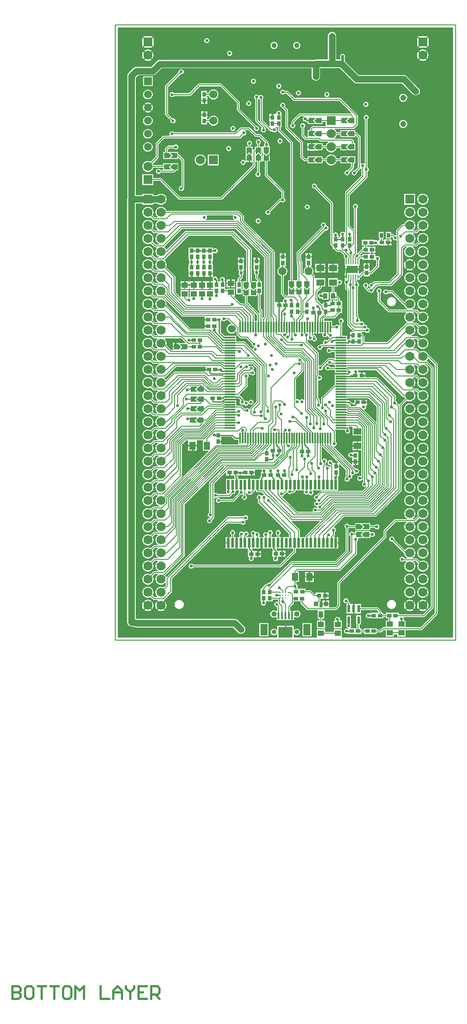
<source format=gbl>
G04 Layer_Physical_Order=4*
G04 Layer_Color=16711680*
%FSLAX43Y43*%
%MOMM*%
G71*
G01*
G75*
%ADD12R,0.762X0.940*%
%ADD16R,0.940X0.762*%
%ADD17R,1.200X1.100*%
%ADD21R,1.016X0.813*%
%ADD25R,1.524X1.270*%
%ADD33C,0.250*%
%ADD34C,0.165*%
%ADD35C,0.500*%
%ADD38C,0.210*%
%ADD39C,1.270*%
%ADD40C,0.400*%
%ADD41C,0.127*%
%ADD42R,1.778X1.778*%
%ADD43C,1.778*%
%ADD44C,1.000*%
%ADD45C,1.575*%
%ADD46C,1.500*%
%ADD47R,1.500X1.500*%
%ADD48C,1.168*%
%ADD49R,1.778X1.778*%
%ADD50C,1.050*%
%ADD51C,0.900*%
%ADD52C,0.900*%
%ADD53R,1.400X2.200*%
%ADD54C,0.600*%
%ADD55R,0.250X0.950*%
%ADD56R,2.200X1.400*%
%ADD57R,0.640X0.890*%
%ADD58R,0.550X1.450*%
%ADD59C,0.320*%
%ADD60R,0.914X1.270*%
%ADD61R,0.914X0.914*%
%ADD62R,0.813X1.016*%
%ADD63R,0.330X2.000*%
%ADD64R,2.000X0.330*%
%ADD65C,1.524*%
%ADD66R,0.889X1.016*%
%ADD67R,1.270X1.524*%
%ADD68R,0.600X1.850*%
%ADD69R,2.800X2.000*%
%ADD70R,0.400X1.350*%
G36*
X65490Y510D02*
X44003D01*
X43955Y610D01*
X43955Y630D01*
Y2070D01*
X42395D01*
Y1608D01*
X40680D01*
Y2080D01*
X39120D01*
Y630D01*
X39120Y620D01*
X39096Y510D01*
X34610D01*
Y1145D01*
X34730Y1182D01*
X34771Y1121D01*
X34979Y982D01*
X35225Y933D01*
X35471Y982D01*
X35679Y1121D01*
X35818Y1329D01*
X35867Y1575D01*
X35818Y1821D01*
X35679Y2029D01*
X35471Y2168D01*
X35225Y2217D01*
X34979Y2168D01*
X34771Y2029D01*
X34730Y1968D01*
X34610Y2005D01*
Y2760D01*
X33105D01*
Y1550D01*
X32895D01*
Y2760D01*
X31390D01*
Y2005D01*
X31270Y1968D01*
X31229Y2029D01*
X31021Y2168D01*
X30775Y2217D01*
X30529Y2168D01*
X30321Y2029D01*
X30182Y1821D01*
X30133Y1575D01*
X30182Y1329D01*
X30321Y1121D01*
X30529Y982D01*
X30775Y933D01*
X31021Y982D01*
X31229Y1121D01*
X31270Y1182D01*
X31390Y1145D01*
Y510D01*
X510D01*
Y118790D01*
X65490D01*
Y510D01*
D02*
G37*
%LPC*%
G36*
X39645Y72992D02*
X38778D01*
Y72252D01*
X39645D01*
Y72992D01*
D02*
G37*
G36*
X40722D02*
X39855D01*
Y72252D01*
X40722D01*
Y72992D01*
D02*
G37*
G36*
X56282Y73480D02*
X56170Y73334D01*
X56059Y73067D01*
X56022Y72780D01*
X56059Y72493D01*
X56170Y72226D01*
X56282Y72080D01*
X56981Y72780D01*
X56282Y73480D01*
D02*
G37*
G36*
X59670Y73858D02*
X59391Y73821D01*
X59131Y73714D01*
X58908Y73542D01*
X58736Y73319D01*
X58629Y73059D01*
X58592Y72780D01*
X58629Y72501D01*
X58736Y72241D01*
X58908Y72018D01*
X59131Y71846D01*
X59391Y71739D01*
X59670Y71702D01*
X59949Y71739D01*
X60209Y71846D01*
X60432Y72018D01*
X60604Y72241D01*
X60711Y72501D01*
X60748Y72780D01*
X60711Y73059D01*
X60604Y73319D01*
X60432Y73542D01*
X60209Y73714D01*
X59949Y73821D01*
X59670Y73858D01*
D02*
G37*
G36*
X57978Y73480D02*
X57278Y72780D01*
X57978Y72080D01*
X58090Y72226D01*
X58201Y72493D01*
X58238Y72780D01*
X58201Y73067D01*
X58090Y73334D01*
X57978Y73480D01*
D02*
G37*
G36*
X49388Y73080D02*
X48902D01*
Y72505D01*
X49388D01*
Y73080D01*
D02*
G37*
G36*
X57130Y73888D02*
X56843Y73851D01*
X56576Y73740D01*
X56430Y73628D01*
X57130Y72928D01*
X57830Y73628D01*
X57684Y73740D01*
X57417Y73851D01*
X57130Y73888D01*
D02*
G37*
G36*
X48692Y73080D02*
X48206D01*
Y72505D01*
X48692D01*
Y73080D01*
D02*
G37*
G36*
X42145Y72992D02*
X41278D01*
Y72252D01*
X42145D01*
Y72992D01*
D02*
G37*
G36*
X43222D02*
X42355D01*
Y72252D01*
X43222D01*
Y72992D01*
D02*
G37*
G36*
X38492Y12145D02*
X37752D01*
Y11278D01*
X38492D01*
Y12145D01*
D02*
G37*
G36*
X37542D02*
X36802D01*
Y11278D01*
X37542D01*
Y12145D01*
D02*
G37*
G36*
Y13222D02*
X36802D01*
Y12355D01*
X37542D01*
Y13222D01*
D02*
G37*
G36*
X57130Y71318D02*
X56851Y71281D01*
X56591Y71174D01*
X56368Y71002D01*
X56196Y70779D01*
X56089Y70519D01*
X56052Y70240D01*
X56089Y69961D01*
X56196Y69701D01*
X56368Y69478D01*
X56591Y69306D01*
X56851Y69199D01*
X57130Y69162D01*
X57409Y69199D01*
X57669Y69306D01*
X57892Y69478D01*
X58064Y69701D01*
X58171Y69961D01*
X58208Y70240D01*
X58171Y70519D01*
X58064Y70779D01*
X57892Y71002D01*
X57669Y71174D01*
X57409Y71281D01*
X57130Y71318D01*
D02*
G37*
G36*
X59670D02*
X59391Y71281D01*
X59131Y71174D01*
X58908Y71002D01*
X58736Y70779D01*
X58629Y70519D01*
X58592Y70240D01*
X58629Y69961D01*
X58736Y69701D01*
X58908Y69478D01*
X59131Y69306D01*
X59391Y69199D01*
X59670Y69162D01*
X59949Y69199D01*
X60209Y69306D01*
X60432Y69478D01*
X60604Y69701D01*
X60711Y69961D01*
X60748Y70240D01*
X60711Y70519D01*
X60604Y70779D01*
X60432Y71002D01*
X60209Y71174D01*
X59949Y71281D01*
X59670Y71318D01*
D02*
G37*
G36*
X43222Y72042D02*
X42355D01*
Y71302D01*
X43222D01*
Y72042D01*
D02*
G37*
G36*
X57130Y72632D02*
X56430Y71932D01*
X56576Y71820D01*
X56843Y71709D01*
X57130Y71672D01*
X57417Y71709D01*
X57684Y71820D01*
X57830Y71932D01*
X57130Y72632D01*
D02*
G37*
G36*
X42145Y72042D02*
X41278D01*
Y71302D01*
X42145D01*
Y72042D01*
D02*
G37*
G36*
X39645D02*
X38778D01*
Y71302D01*
X39645D01*
Y72042D01*
D02*
G37*
G36*
X40722D02*
X39855D01*
Y71302D01*
X40722D01*
Y72042D01*
D02*
G37*
G36*
X47802Y78475D02*
Y78439D01*
X47997D01*
Y78475D01*
X47802D01*
D02*
G37*
G36*
X59670Y81478D02*
X59391Y81441D01*
X59131Y81334D01*
X58908Y81162D01*
X58736Y80939D01*
X58629Y80679D01*
X58592Y80400D01*
X58629Y80121D01*
X58736Y79861D01*
X58743Y79852D01*
X58314Y79422D01*
X57809D01*
X57768Y79542D01*
X57892Y79638D01*
X58064Y79861D01*
X58171Y80121D01*
X58208Y80400D01*
X58171Y80679D01*
X58064Y80939D01*
X57892Y81162D01*
X57669Y81334D01*
X57409Y81441D01*
X57130Y81478D01*
X56851Y81441D01*
X56591Y81334D01*
X56368Y81162D01*
X56196Y80939D01*
X56089Y80679D01*
X56087Y80668D01*
X55800D01*
X55698Y80647D01*
X55611Y80589D01*
X55611Y80589D01*
X54611Y79589D01*
X54553Y79502D01*
X54532Y79400D01*
Y78561D01*
X54412Y78469D01*
X54309Y78489D01*
X54217Y78471D01*
X53998Y78689D01*
X53911Y78747D01*
X53809Y78768D01*
X53504D01*
Y79125D01*
X52504D01*
Y77875D01*
X53504D01*
Y78232D01*
X53698D01*
X53838Y78092D01*
X53820Y78000D01*
X53857Y77813D01*
X53963Y77654D01*
X54122Y77548D01*
X54309Y77511D01*
X54454Y77539D01*
X54574Y77466D01*
Y71052D01*
X53089Y69568D01*
X50200D01*
X50200Y69568D01*
X50098Y69547D01*
X50011Y69489D01*
X49792Y69271D01*
X49700Y69289D01*
X49513Y69252D01*
X49354Y69146D01*
X49248Y68987D01*
X49211Y68800D01*
X49248Y68613D01*
X49354Y68454D01*
X49485Y68367D01*
X49493Y68333D01*
Y68267D01*
X49485Y68233D01*
X49354Y68146D01*
X49243Y68135D01*
X48944Y68434D01*
X48946Y68454D01*
X49052Y68613D01*
X49089Y68800D01*
X49052Y68987D01*
X48946Y69146D01*
X48787Y69252D01*
X48600Y69289D01*
X48413Y69252D01*
X48254Y69146D01*
X48148Y68987D01*
X48111Y68800D01*
X48148Y68613D01*
X48254Y68454D01*
X48332Y68402D01*
Y68400D01*
X48353Y68298D01*
X48411Y68211D01*
X49011Y67611D01*
X49011Y67611D01*
X49098Y67553D01*
X49200Y67532D01*
X49302D01*
X49354Y67454D01*
X49513Y67348D01*
X49700Y67311D01*
X49887Y67348D01*
X50046Y67454D01*
X50152Y67613D01*
X50189Y67800D01*
X50171Y67892D01*
X50911Y68632D01*
X53500D01*
X53602Y68653D01*
X53689Y68711D01*
X55689Y70711D01*
X55747Y70798D01*
X55768Y70900D01*
X55768Y70900D01*
Y75889D01*
X56211Y76332D01*
X56496D01*
X56537Y76212D01*
X56368Y76082D01*
X56196Y75859D01*
X56089Y75599D01*
X56052Y75320D01*
X56089Y75041D01*
X56196Y74781D01*
X56368Y74558D01*
X56591Y74386D01*
X56851Y74279D01*
X57130Y74242D01*
X57409Y74279D01*
X57669Y74386D01*
X57892Y74558D01*
X58064Y74781D01*
X58171Y75041D01*
X58208Y75320D01*
X58171Y75599D01*
X58064Y75859D01*
X57892Y76082D01*
X57723Y76212D01*
X57764Y76332D01*
X58410D01*
X58512Y76353D01*
X58599Y76411D01*
X59122Y76933D01*
X59131Y76926D01*
X59391Y76819D01*
X59670Y76782D01*
X59949Y76819D01*
X60209Y76926D01*
X60432Y77098D01*
X60604Y77321D01*
X60711Y77581D01*
X60748Y77860D01*
X60711Y78139D01*
X60604Y78399D01*
X60432Y78622D01*
X60209Y78794D01*
X59949Y78901D01*
X59670Y78938D01*
X59391Y78901D01*
X59131Y78794D01*
X58908Y78622D01*
X58736Y78399D01*
X58629Y78139D01*
X58592Y77860D01*
X58629Y77581D01*
X58736Y77321D01*
X58743Y77312D01*
X58299Y76868D01*
X57790D01*
X57749Y76988D01*
X57892Y77098D01*
X58064Y77321D01*
X58171Y77581D01*
X58208Y77860D01*
X58171Y78139D01*
X58064Y78399D01*
X57892Y78622D01*
X57704Y78767D01*
X57745Y78887D01*
X58425D01*
X58527Y78907D01*
X58614Y78965D01*
X59122Y79473D01*
X59131Y79466D01*
X59391Y79359D01*
X59670Y79322D01*
X59949Y79359D01*
X60209Y79466D01*
X60432Y79638D01*
X60604Y79861D01*
X60711Y80121D01*
X60748Y80400D01*
X60711Y80679D01*
X60604Y80939D01*
X60432Y81162D01*
X60209Y81334D01*
X59949Y81441D01*
X59670Y81478D01*
D02*
G37*
G36*
X53580Y77691D02*
X53005D01*
Y77205D01*
X53580D01*
Y77691D01*
D02*
G37*
G36*
X57130Y10358D02*
X56851Y10321D01*
X56591Y10214D01*
X56368Y10042D01*
X56196Y9819D01*
X56089Y9559D01*
X56052Y9280D01*
X56089Y9001D01*
X56196Y8741D01*
X56368Y8518D01*
X56591Y8346D01*
X56851Y8239D01*
X57130Y8202D01*
X57409Y8239D01*
X57669Y8346D01*
X57892Y8518D01*
X58064Y8741D01*
X58171Y9001D01*
X58208Y9280D01*
X58171Y9559D01*
X58064Y9819D01*
X57892Y10042D01*
X57669Y10214D01*
X57409Y10321D01*
X57130Y10358D01*
D02*
G37*
G36*
X53580Y76995D02*
X53005D01*
Y76509D01*
X53580D01*
Y76995D01*
D02*
G37*
G36*
X59670Y84018D02*
X59391Y83981D01*
X59131Y83874D01*
X58908Y83702D01*
X58736Y83479D01*
X58629Y83219D01*
X58592Y82940D01*
X58629Y82661D01*
X58736Y82401D01*
X58908Y82178D01*
X59131Y82006D01*
X59391Y81899D01*
X59670Y81862D01*
X59949Y81899D01*
X60209Y82006D01*
X60432Y82178D01*
X60604Y82401D01*
X60711Y82661D01*
X60748Y82940D01*
X60711Y83219D01*
X60604Y83479D01*
X60432Y83702D01*
X60209Y83874D01*
X59949Y83981D01*
X59670Y84018D01*
D02*
G37*
G36*
X37248Y84462D02*
X37061Y84425D01*
X36902Y84319D01*
X36796Y84160D01*
X36759Y83973D01*
X36796Y83785D01*
X36902Y83627D01*
X37061Y83520D01*
X37248Y83483D01*
X37436Y83520D01*
X37594Y83627D01*
X37700Y83785D01*
X37738Y83973D01*
X37700Y84160D01*
X37594Y84319D01*
X37436Y84425D01*
X37248Y84462D01*
D02*
G37*
G36*
X57130Y84018D02*
X56851Y83981D01*
X56591Y83874D01*
X56368Y83702D01*
X56196Y83479D01*
X56089Y83219D01*
X56052Y82940D01*
X56089Y82661D01*
X56196Y82401D01*
X56368Y82178D01*
X56591Y82006D01*
X56851Y81899D01*
X57130Y81862D01*
X57409Y81899D01*
X57669Y82006D01*
X57892Y82178D01*
X58064Y82401D01*
X58171Y82661D01*
X58208Y82940D01*
X58171Y83219D01*
X58064Y83479D01*
X57892Y83702D01*
X57669Y83874D01*
X57409Y83981D01*
X57130Y84018D01*
D02*
G37*
G36*
X27724Y81779D02*
X27537Y81742D01*
X27378Y81636D01*
X27272Y81477D01*
X27234Y81290D01*
X27272Y81102D01*
X27378Y80944D01*
X27537Y80838D01*
X27724Y80800D01*
X27911Y80838D01*
X28070Y80944D01*
X28176Y81102D01*
X28213Y81290D01*
X28176Y81477D01*
X28070Y81636D01*
X27911Y81742D01*
X27724Y81779D01*
D02*
G37*
G36*
X41373Y8528D02*
X40798D01*
Y8042D01*
X41373D01*
Y8528D01*
D02*
G37*
G36*
X50480Y76291D02*
X49905D01*
Y75805D01*
X50480D01*
Y76291D01*
D02*
G37*
G36*
X59670Y10358D02*
X59391Y10321D01*
X59131Y10214D01*
X58908Y10042D01*
X58736Y9819D01*
X58629Y9559D01*
X58592Y9280D01*
X58629Y9001D01*
X58736Y8741D01*
X58908Y8518D01*
X59131Y8346D01*
X59391Y8239D01*
X59670Y8202D01*
X59949Y8239D01*
X60209Y8346D01*
X60432Y8518D01*
X60604Y8741D01*
X60711Y9001D01*
X60748Y9280D01*
X60711Y9559D01*
X60604Y9819D01*
X60432Y10042D01*
X60209Y10214D01*
X59949Y10321D01*
X59670Y10358D01*
D02*
G37*
G36*
Y76398D02*
X59391Y76361D01*
X59131Y76254D01*
X58908Y76082D01*
X58736Y75859D01*
X58629Y75599D01*
X58592Y75320D01*
X58629Y75041D01*
X58736Y74781D01*
X58908Y74558D01*
X59131Y74386D01*
X59391Y74279D01*
X59670Y74242D01*
X59949Y74279D01*
X60209Y74386D01*
X60432Y74558D01*
X60604Y74781D01*
X60711Y75041D01*
X60748Y75320D01*
X60711Y75599D01*
X60604Y75859D01*
X60432Y76082D01*
X60209Y76254D01*
X59949Y76361D01*
X59670Y76398D01*
D02*
G37*
G36*
X41373Y9224D02*
X40798D01*
Y8738D01*
X41373D01*
Y9224D01*
D02*
G37*
G36*
X59670Y12898D02*
X59391Y12861D01*
X59131Y12754D01*
X58908Y12582D01*
X58736Y12359D01*
X58629Y12099D01*
X58592Y11820D01*
X58629Y11541D01*
X58736Y11281D01*
X58908Y11058D01*
X59131Y10886D01*
X59391Y10779D01*
X59670Y10742D01*
X59949Y10779D01*
X60209Y10886D01*
X60432Y11058D01*
X60604Y11281D01*
X60711Y11541D01*
X60748Y11820D01*
X60711Y12099D01*
X60604Y12359D01*
X60432Y12582D01*
X60209Y12754D01*
X59949Y12861D01*
X59670Y12898D01*
D02*
G37*
G36*
X57130D02*
X56851Y12861D01*
X56591Y12754D01*
X56368Y12582D01*
X56196Y12359D01*
X56089Y12099D01*
X56052Y11820D01*
X56089Y11541D01*
X56196Y11281D01*
X56368Y11058D01*
X56591Y10886D01*
X56851Y10779D01*
X57130Y10742D01*
X57409Y10779D01*
X57669Y10886D01*
X57892Y11058D01*
X58064Y11281D01*
X58171Y11541D01*
X58208Y11820D01*
X58171Y12099D01*
X58064Y12359D01*
X57892Y12582D01*
X57669Y12754D01*
X57409Y12861D01*
X57130Y12898D01*
D02*
G37*
G36*
X38091Y75030D02*
X37605D01*
Y74455D01*
X38091D01*
Y75030D01*
D02*
G37*
G36*
X50480Y75595D02*
X49905D01*
Y75109D01*
X50480D01*
Y75595D01*
D02*
G37*
G36*
X33091Y75030D02*
X32605D01*
Y74455D01*
X33091D01*
Y75030D01*
D02*
G37*
G36*
X32395D02*
X31909D01*
Y74455D01*
X32395D01*
Y75030D01*
D02*
G37*
G36*
X37395D02*
X36909D01*
Y74455D01*
X37395D01*
Y75030D01*
D02*
G37*
G36*
X59670Y30678D02*
X59391Y30641D01*
X59131Y30534D01*
X58908Y30362D01*
X58736Y30139D01*
X58629Y29879D01*
X58592Y29600D01*
X58629Y29321D01*
X58736Y29061D01*
X58908Y28838D01*
X59131Y28666D01*
X59391Y28559D01*
X59670Y28522D01*
X59949Y28559D01*
X60209Y28666D01*
X60432Y28838D01*
X60604Y29061D01*
X60711Y29321D01*
X60748Y29600D01*
X60711Y29879D01*
X60604Y30139D01*
X60432Y30362D01*
X60209Y30534D01*
X59949Y30641D01*
X59670Y30678D01*
D02*
G37*
G36*
X57130D02*
X56851Y30641D01*
X56591Y30534D01*
X56368Y30362D01*
X56196Y30139D01*
X56089Y29879D01*
X56052Y29600D01*
X56089Y29321D01*
X56196Y29061D01*
X56368Y28838D01*
X56591Y28666D01*
X56851Y28559D01*
X57130Y28522D01*
X57409Y28559D01*
X57669Y28666D01*
X57892Y28838D01*
X58064Y29061D01*
X58171Y29321D01*
X58208Y29600D01*
X58171Y29879D01*
X58064Y30139D01*
X57892Y30362D01*
X57669Y30534D01*
X57409Y30641D01*
X57130Y30678D01*
D02*
G37*
G36*
Y33218D02*
X56851Y33181D01*
X56591Y33074D01*
X56368Y32902D01*
X56196Y32679D01*
X56089Y32419D01*
X56052Y32140D01*
X56089Y31861D01*
X56196Y31601D01*
X56368Y31378D01*
X56591Y31206D01*
X56851Y31099D01*
X57130Y31062D01*
X57409Y31099D01*
X57669Y31206D01*
X57892Y31378D01*
X58064Y31601D01*
X58171Y31861D01*
X58208Y32140D01*
X58171Y32419D01*
X58064Y32679D01*
X57892Y32902D01*
X57669Y33074D01*
X57409Y33181D01*
X57130Y33218D01*
D02*
G37*
G36*
Y35758D02*
X56851Y35721D01*
X56591Y35614D01*
X56368Y35442D01*
X56196Y35219D01*
X56089Y34959D01*
X56052Y34680D01*
X56089Y34401D01*
X56196Y34141D01*
X56368Y33918D01*
X56591Y33746D01*
X56851Y33639D01*
X57130Y33602D01*
X57409Y33639D01*
X57669Y33746D01*
X57892Y33918D01*
X58064Y34141D01*
X58171Y34401D01*
X58208Y34680D01*
X58171Y34959D01*
X58064Y35219D01*
X57892Y35442D01*
X57669Y35614D01*
X57409Y35721D01*
X57130Y35758D01*
D02*
G37*
G36*
X59670Y33218D02*
X59391Y33181D01*
X59131Y33074D01*
X58908Y32902D01*
X58736Y32679D01*
X58629Y32419D01*
X58592Y32140D01*
X58629Y31861D01*
X58736Y31601D01*
X58908Y31378D01*
X59131Y31206D01*
X59391Y31099D01*
X59670Y31062D01*
X59949Y31099D01*
X60209Y31206D01*
X60432Y31378D01*
X60604Y31601D01*
X60711Y31861D01*
X60748Y32140D01*
X60711Y32419D01*
X60604Y32679D01*
X60432Y32902D01*
X60209Y33074D01*
X59949Y33181D01*
X59670Y33218D01*
D02*
G37*
G36*
Y66238D02*
X59391Y66201D01*
X59131Y66094D01*
X58908Y65922D01*
X58736Y65699D01*
X58629Y65439D01*
X58592Y65160D01*
X58629Y64881D01*
X58736Y64621D01*
X58908Y64398D01*
X59131Y64226D01*
X59391Y64119D01*
X59670Y64082D01*
X59949Y64119D01*
X60209Y64226D01*
X60432Y64398D01*
X60604Y64621D01*
X60711Y64881D01*
X60748Y65160D01*
X60711Y65439D01*
X60604Y65699D01*
X60432Y65922D01*
X60209Y66094D01*
X59949Y66201D01*
X59670Y66238D01*
D02*
G37*
G36*
X53600Y66518D02*
X53370Y66487D01*
X53156Y66399D01*
X52972Y66258D01*
X52831Y66074D01*
X52743Y65860D01*
X52712Y65630D01*
X52743Y65400D01*
X52831Y65186D01*
X52972Y65002D01*
X53156Y64861D01*
X53370Y64773D01*
X53600Y64742D01*
X53830Y64773D01*
X54044Y64861D01*
X54228Y65002D01*
X54369Y65186D01*
X54457Y65400D01*
X54488Y65630D01*
X54457Y65860D01*
X54369Y66074D01*
X54228Y66258D01*
X54044Y66399D01*
X53830Y66487D01*
X53600Y66518D01*
D02*
G37*
G36*
X59670Y25598D02*
X59391Y25561D01*
X59131Y25454D01*
X58908Y25282D01*
X58736Y25059D01*
X58629Y24799D01*
X58592Y24520D01*
X58629Y24241D01*
X58665Y24152D01*
X58002Y23488D01*
X57732D01*
X57698Y23608D01*
X57892Y23758D01*
X58064Y23981D01*
X58171Y24241D01*
X58208Y24520D01*
X58171Y24799D01*
X58064Y25059D01*
X57892Y25282D01*
X57669Y25454D01*
X57409Y25561D01*
X57130Y25598D01*
X56851Y25561D01*
X56591Y25454D01*
X56368Y25282D01*
X56196Y25059D01*
X56089Y24799D01*
X56052Y24520D01*
X56089Y24241D01*
X56196Y23981D01*
X56368Y23758D01*
X56562Y23608D01*
X56528Y23488D01*
X54370D01*
X54370Y23488D01*
X54267Y23468D01*
X54180Y23410D01*
X52120Y21349D01*
X52061Y21262D01*
X52041Y21160D01*
Y20180D01*
X43126Y11265D01*
X43068Y11178D01*
X43048Y11076D01*
Y6782D01*
X42633Y6368D01*
X41520D01*
Y6915D01*
X40185D01*
Y6368D01*
X39700D01*
X39585Y6379D01*
Y7275D01*
X39682Y7372D01*
X39682Y7372D01*
X39740Y7459D01*
X39761Y7562D01*
X39761Y7562D01*
Y8072D01*
X40013D01*
Y8042D01*
X40588D01*
Y8633D01*
Y9224D01*
X40013D01*
Y9194D01*
X38843D01*
Y8901D01*
X38711D01*
X38038Y9574D01*
X37951Y9632D01*
X37849Y9653D01*
X36925D01*
Y9946D01*
X35343D01*
Y10153D01*
X35372Y10196D01*
X35409Y10384D01*
X35372Y10571D01*
X35265Y10730D01*
X35121Y10826D01*
Y11308D01*
X35668D01*
Y13192D01*
X35310D01*
X35264Y13303D01*
X35435Y13473D01*
X43540D01*
X43643Y13494D01*
X43729Y13552D01*
X46847Y16669D01*
X46905Y16756D01*
X46925Y16858D01*
Y19138D01*
X47004Y19191D01*
X47110Y19350D01*
X47147Y19537D01*
X47116Y19692D01*
X47184Y19812D01*
X47761D01*
Y19830D01*
X48127D01*
X48183Y19853D01*
X48303Y19812D01*
Y19812D01*
X49475D01*
Y20065D01*
X49595Y20130D01*
X49691Y20066D01*
X49878Y20029D01*
X50065Y20066D01*
X50224Y20172D01*
X50330Y20331D01*
X50367Y20518D01*
X50330Y20705D01*
X50224Y20864D01*
X50065Y20970D01*
X49878Y21007D01*
X49691Y20970D01*
X49595Y20906D01*
X49475Y20970D01*
Y21188D01*
X48303D01*
X48303Y21188D01*
X48183Y21147D01*
X48127Y21170D01*
X47761D01*
Y21188D01*
X46588D01*
Y20850D01*
X46268D01*
X46215Y20928D01*
X46056Y21034D01*
X45869Y21071D01*
X45682Y21034D01*
X45523Y20928D01*
X45417Y20769D01*
X45380Y20582D01*
X45417Y20395D01*
X45523Y20236D01*
X45601Y20184D01*
Y17278D01*
X42920Y14596D01*
X34460D01*
X34401Y14716D01*
X34445Y14773D01*
X42760D01*
X42862Y14793D01*
X42949Y14852D01*
X45162Y17065D01*
X45220Y17151D01*
X45241Y17254D01*
Y21717D01*
X45264Y21732D01*
X46525D01*
Y21312D01*
X47697D01*
X47697Y21312D01*
X47817Y21353D01*
X47873Y21330D01*
X48239D01*
Y21312D01*
X49412D01*
Y21732D01*
X50330D01*
X50405Y21621D01*
X50564Y21515D01*
X50751Y21477D01*
X50938Y21515D01*
X51097Y21621D01*
X51203Y21780D01*
X51240Y21967D01*
X51203Y22154D01*
X51097Y22313D01*
X50938Y22419D01*
X50751Y22456D01*
X50564Y22419D01*
X50405Y22313D01*
X50375Y22268D01*
X49412D01*
Y22688D01*
X48239D01*
Y22670D01*
X47873D01*
X47817Y22647D01*
X47697Y22688D01*
Y22688D01*
X46525D01*
Y22268D01*
X45432D01*
X45425Y22303D01*
X45319Y22461D01*
X45160Y22568D01*
X44973Y22605D01*
X44786Y22568D01*
X44627Y22461D01*
X44521Y22303D01*
X44484Y22115D01*
X44521Y21928D01*
X44627Y21769D01*
X44705Y21717D01*
Y17365D01*
X42649Y15308D01*
X34291D01*
X34291Y15309D01*
X34188Y15288D01*
X34102Y15230D01*
X30007Y11136D01*
X29900Y11157D01*
X29713Y11120D01*
X29554Y11014D01*
X29502Y10935D01*
X29400D01*
X29298Y10915D01*
X29211Y10857D01*
X28561Y10207D01*
X28503Y10120D01*
X28482Y10018D01*
Y10000D01*
X28189D01*
Y8700D01*
Y7500D01*
X28262D01*
X28318Y7394D01*
X28298Y7363D01*
X28260Y7176D01*
X28298Y6989D01*
X28404Y6830D01*
X28562Y6724D01*
X28750Y6686D01*
X28937Y6724D01*
X29096Y6830D01*
X29202Y6989D01*
X29239Y7176D01*
X29202Y7363D01*
X29260Y7475D01*
X29311Y7500D01*
X29399D01*
Y7500D01*
X30521D01*
Y7882D01*
X31597D01*
Y7466D01*
X31477Y7397D01*
X31323Y7428D01*
X31136Y7390D01*
X30977Y7284D01*
X30871Y7126D01*
X30834Y6938D01*
X30871Y6751D01*
X30977Y6592D01*
X31136Y6486D01*
X31323Y6449D01*
X31432Y6348D01*
Y5649D01*
X31319Y5607D01*
X31312Y5607D01*
X31210Y5630D01*
X31131Y5691D01*
X30959Y5762D01*
X30775Y5786D01*
X30591Y5762D01*
X30419Y5691D01*
X30272Y5578D01*
X30159Y5430D01*
X30088Y5259D01*
X30064Y5075D01*
X30088Y4891D01*
X30159Y4719D01*
X30272Y4572D01*
X30419Y4459D01*
X30591Y4388D01*
X30775Y4364D01*
X30959Y4388D01*
X31131Y4459D01*
X31200Y4512D01*
X31320Y4453D01*
Y3895D01*
X33890D01*
Y3865D01*
X34195D01*
Y4750D01*
Y5635D01*
X33918D01*
Y6439D01*
X34529Y7050D01*
X34587Y7137D01*
X34607Y7239D01*
X34607Y7239D01*
Y7489D01*
X35942D01*
Y7280D01*
X35962Y7178D01*
X36020Y7091D01*
X37200Y5911D01*
X37287Y5853D01*
X37390Y5832D01*
X39169D01*
X39276Y5799D01*
X39276Y5712D01*
Y4169D01*
X39632D01*
Y3780D01*
X39120D01*
Y2320D01*
X40680D01*
Y3780D01*
X40168D01*
Y4169D01*
X40550D01*
Y5712D01*
X40550Y5799D01*
X40656Y5832D01*
X42744D01*
X42846Y5853D01*
X42933Y5911D01*
X43505Y6482D01*
X43505Y6482D01*
X43563Y6569D01*
X43583Y6672D01*
Y10965D01*
X52498Y19880D01*
X52556Y19967D01*
X52576Y20069D01*
X52576Y20069D01*
Y21049D01*
X54480Y22953D01*
X56445D01*
X56486Y22833D01*
X56368Y22742D01*
X56196Y22519D01*
X56089Y22259D01*
X56052Y21980D01*
X56089Y21701D01*
X56196Y21441D01*
X56368Y21218D01*
X56591Y21046D01*
X56851Y20939D01*
X57130Y20902D01*
X57409Y20939D01*
X57669Y21046D01*
X57892Y21218D01*
X58064Y21441D01*
X58171Y21701D01*
X58208Y21980D01*
X58171Y22259D01*
X58064Y22519D01*
X57892Y22742D01*
X57774Y22833D01*
X57815Y22953D01*
X58112D01*
X58215Y22973D01*
X58302Y23031D01*
X58976Y23705D01*
X59131Y23586D01*
X59391Y23479D01*
X59670Y23442D01*
X59949Y23479D01*
X60209Y23586D01*
X60432Y23758D01*
X60604Y23981D01*
X60711Y24241D01*
X60748Y24520D01*
X60711Y24799D01*
X60604Y25059D01*
X60432Y25282D01*
X60209Y25454D01*
X59949Y25561D01*
X59670Y25598D01*
D02*
G37*
G36*
Y28138D02*
X59391Y28101D01*
X59131Y27994D01*
X58908Y27822D01*
X58736Y27599D01*
X58629Y27339D01*
X58592Y27060D01*
X58629Y26781D01*
X58736Y26521D01*
X58908Y26298D01*
X59131Y26126D01*
X59391Y26019D01*
X59670Y25982D01*
X59949Y26019D01*
X60209Y26126D01*
X60432Y26298D01*
X60604Y26521D01*
X60711Y26781D01*
X60748Y27060D01*
X60711Y27339D01*
X60604Y27599D01*
X60432Y27822D01*
X60209Y27994D01*
X59949Y28101D01*
X59670Y28138D01*
D02*
G37*
G36*
X57130D02*
X56851Y28101D01*
X56591Y27994D01*
X56368Y27822D01*
X56196Y27599D01*
X56089Y27339D01*
X56052Y27060D01*
X56089Y26781D01*
X56196Y26521D01*
X56368Y26298D01*
X56591Y26126D01*
X56851Y26019D01*
X57130Y25982D01*
X57409Y26019D01*
X57669Y26126D01*
X57892Y26298D01*
X58064Y26521D01*
X58171Y26781D01*
X58208Y27060D01*
X58171Y27339D01*
X58064Y27599D01*
X57892Y27822D01*
X57669Y27994D01*
X57409Y28101D01*
X57130Y28138D01*
D02*
G37*
G36*
X59670Y35758D02*
X59391Y35721D01*
X59131Y35614D01*
X58908Y35442D01*
X58736Y35219D01*
X58629Y34959D01*
X58592Y34680D01*
X58629Y34401D01*
X58736Y34141D01*
X58908Y33918D01*
X59131Y33746D01*
X59391Y33639D01*
X59670Y33602D01*
X59949Y33639D01*
X60209Y33746D01*
X60432Y33918D01*
X60604Y34141D01*
X60711Y34401D01*
X60748Y34680D01*
X60711Y34959D01*
X60604Y35219D01*
X60432Y35442D01*
X60209Y35614D01*
X59949Y35721D01*
X59670Y35758D01*
D02*
G37*
G36*
X57130Y43378D02*
X56851Y43341D01*
X56591Y43234D01*
X56368Y43062D01*
X56196Y42839D01*
X56089Y42579D01*
X56052Y42300D01*
X56089Y42021D01*
X56196Y41761D01*
X56368Y41538D01*
X56591Y41366D01*
X56851Y41259D01*
X57130Y41222D01*
X57409Y41259D01*
X57669Y41366D01*
X57892Y41538D01*
X58064Y41761D01*
X58171Y42021D01*
X58208Y42300D01*
X58171Y42579D01*
X58064Y42839D01*
X57892Y43062D01*
X57669Y43234D01*
X57409Y43341D01*
X57130Y43378D01*
D02*
G37*
G36*
X6330D02*
X6051Y43341D01*
X5791Y43234D01*
X5568Y43062D01*
X5396Y42839D01*
X5289Y42579D01*
X5252Y42300D01*
X5289Y42021D01*
X5396Y41761D01*
X5568Y41538D01*
X5791Y41366D01*
X6051Y41259D01*
X6330Y41222D01*
X6609Y41259D01*
X6869Y41366D01*
X7092Y41538D01*
X7264Y41761D01*
X7371Y42021D01*
X7408Y42300D01*
X7371Y42579D01*
X7264Y42839D01*
X7092Y43062D01*
X6869Y43234D01*
X6609Y43341D01*
X6330Y43378D01*
D02*
G37*
G36*
X59670D02*
X59391Y43341D01*
X59131Y43234D01*
X58908Y43062D01*
X58736Y42839D01*
X58629Y42579D01*
X58592Y42300D01*
X58629Y42021D01*
X58736Y41761D01*
X58908Y41538D01*
X59131Y41366D01*
X59391Y41259D01*
X59670Y41222D01*
X59949Y41259D01*
X60209Y41366D01*
X60432Y41538D01*
X60604Y41761D01*
X60711Y42021D01*
X60748Y42300D01*
X60711Y42579D01*
X60604Y42839D01*
X60432Y43062D01*
X60209Y43234D01*
X59949Y43341D01*
X59670Y43378D01*
D02*
G37*
G36*
X57130Y45918D02*
X56851Y45881D01*
X56591Y45774D01*
X56368Y45602D01*
X56196Y45379D01*
X56089Y45119D01*
X56052Y44840D01*
X56089Y44561D01*
X56196Y44301D01*
X56368Y44078D01*
X56591Y43906D01*
X56851Y43799D01*
X57130Y43762D01*
X57409Y43799D01*
X57669Y43906D01*
X57892Y44078D01*
X58064Y44301D01*
X58171Y44561D01*
X58208Y44840D01*
X58171Y45119D01*
X58064Y45379D01*
X57892Y45602D01*
X57669Y45774D01*
X57409Y45881D01*
X57130Y45918D01*
D02*
G37*
G36*
X59670D02*
X59391Y45881D01*
X59131Y45774D01*
X58908Y45602D01*
X58736Y45379D01*
X58629Y45119D01*
X58592Y44840D01*
X58629Y44561D01*
X58736Y44301D01*
X58908Y44078D01*
X59131Y43906D01*
X59391Y43799D01*
X59670Y43762D01*
X59949Y43799D01*
X60209Y43906D01*
X60432Y44078D01*
X60604Y44301D01*
X60711Y44561D01*
X60748Y44840D01*
X60711Y45119D01*
X60604Y45379D01*
X60432Y45602D01*
X60209Y45774D01*
X59949Y45881D01*
X59670Y45918D01*
D02*
G37*
G36*
X57978Y50620D02*
X57278Y49920D01*
X57978Y49220D01*
X58090Y49366D01*
X58201Y49633D01*
X58238Y49920D01*
X58201Y50207D01*
X58090Y50474D01*
X57978Y50620D01*
D02*
G37*
G36*
X57130Y38298D02*
X56851Y38261D01*
X56591Y38154D01*
X56368Y37982D01*
X56196Y37759D01*
X56089Y37499D01*
X56052Y37220D01*
X56089Y36941D01*
X56196Y36681D01*
X56368Y36458D01*
X56591Y36286D01*
X56851Y36179D01*
X57130Y36142D01*
X57409Y36179D01*
X57669Y36286D01*
X57892Y36458D01*
X58064Y36681D01*
X58171Y36941D01*
X58208Y37220D01*
X58171Y37499D01*
X58064Y37759D01*
X57892Y37982D01*
X57669Y38154D01*
X57409Y38261D01*
X57130Y38298D01*
D02*
G37*
G36*
X59670D02*
X59391Y38261D01*
X59131Y38154D01*
X58908Y37982D01*
X58736Y37759D01*
X58629Y37499D01*
X58592Y37220D01*
X58629Y36941D01*
X58736Y36681D01*
X58908Y36458D01*
X59131Y36286D01*
X59391Y36179D01*
X59670Y36142D01*
X59949Y36179D01*
X60209Y36286D01*
X60432Y36458D01*
X60604Y36681D01*
X60711Y36941D01*
X60748Y37220D01*
X60711Y37499D01*
X60604Y37759D01*
X60432Y37982D01*
X60209Y38154D01*
X59949Y38261D01*
X59670Y38298D01*
D02*
G37*
G36*
Y40838D02*
X59391Y40801D01*
X59131Y40694D01*
X58908Y40522D01*
X58736Y40299D01*
X58629Y40039D01*
X58592Y39760D01*
X58629Y39481D01*
X58736Y39221D01*
X58908Y38998D01*
X59131Y38826D01*
X59391Y38719D01*
X59670Y38682D01*
X59949Y38719D01*
X60209Y38826D01*
X60432Y38998D01*
X60604Y39221D01*
X60711Y39481D01*
X60748Y39760D01*
X60711Y40039D01*
X60604Y40299D01*
X60432Y40522D01*
X60209Y40694D01*
X59949Y40801D01*
X59670Y40838D01*
D02*
G37*
G36*
X57130D02*
X56851Y40801D01*
X56591Y40694D01*
X56368Y40522D01*
X56196Y40299D01*
X56089Y40039D01*
X56052Y39760D01*
X56089Y39481D01*
X56196Y39221D01*
X56368Y38998D01*
X56591Y38826D01*
X56851Y38719D01*
X57130Y38682D01*
X57409Y38719D01*
X57669Y38826D01*
X57892Y38998D01*
X58064Y39221D01*
X58171Y39481D01*
X58208Y39760D01*
X58171Y40039D01*
X58064Y40299D01*
X57892Y40522D01*
X57669Y40694D01*
X57409Y40801D01*
X57130Y40838D01*
D02*
G37*
G36*
X33010Y17332D02*
X32435D01*
Y16846D01*
X33010D01*
Y17332D01*
D02*
G37*
G36*
X28280Y17291D02*
X27705D01*
Y16805D01*
X28280D01*
Y17291D01*
D02*
G37*
G36*
X21860Y18765D02*
X21455D01*
Y17735D01*
X21860D01*
Y18765D01*
D02*
G37*
G36*
X43275D02*
X42870D01*
Y17735D01*
X43275D01*
Y18765D01*
D02*
G37*
G36*
X22765Y21326D02*
X22578Y21289D01*
X22419Y21183D01*
X22313Y21024D01*
X22276Y20837D01*
X22313Y20650D01*
X22419Y20491D01*
X22497Y20439D01*
Y20116D01*
X22475Y20005D01*
X22070D01*
Y18870D01*
Y17735D01*
X22475D01*
Y17765D01*
X23055D01*
Y17735D01*
X23460D01*
Y18870D01*
Y20005D01*
X23055D01*
X23033Y20116D01*
Y20439D01*
X23111Y20491D01*
X23217Y20650D01*
X23254Y20837D01*
X23217Y21024D01*
X23111Y21183D01*
X22952Y21289D01*
X22765Y21326D01*
D02*
G37*
G36*
X59670Y17978D02*
X59391Y17941D01*
X59131Y17834D01*
X58908Y17662D01*
X58736Y17439D01*
X58629Y17179D01*
X58592Y16900D01*
X58629Y16621D01*
X58736Y16361D01*
X58908Y16138D01*
X59131Y15966D01*
X59391Y15859D01*
X59670Y15822D01*
X59949Y15859D01*
X60209Y15966D01*
X60432Y16138D01*
X60604Y16361D01*
X60711Y16621D01*
X60748Y16900D01*
X60711Y17179D01*
X60604Y17439D01*
X60432Y17662D01*
X60209Y17834D01*
X59949Y17941D01*
X59670Y17978D01*
D02*
G37*
G36*
X38492Y13222D02*
X37752D01*
Y12355D01*
X38492D01*
Y13222D01*
D02*
G37*
G36*
X53656Y20087D02*
X53469Y20050D01*
X53310Y19944D01*
X53204Y19785D01*
X53167Y19598D01*
X53204Y19410D01*
X53310Y19252D01*
X53469Y19145D01*
X53656Y19108D01*
X53748Y19127D01*
X56063Y16812D01*
X56089Y16621D01*
X56196Y16361D01*
X56368Y16138D01*
X56591Y15966D01*
X56619Y15955D01*
X56595Y15835D01*
X56114D01*
X56107Y15869D01*
X56001Y16028D01*
X55842Y16134D01*
X55655Y16171D01*
X55467Y16134D01*
X55309Y16028D01*
X55203Y15869D01*
X55165Y15682D01*
X55203Y15495D01*
X55309Y15336D01*
X55467Y15230D01*
X55655Y15193D01*
X55842Y15230D01*
X55946Y15299D01*
X56401D01*
X56442Y15179D01*
X56368Y15122D01*
X56196Y14899D01*
X56089Y14639D01*
X56052Y14360D01*
X56089Y14081D01*
X56196Y13821D01*
X56368Y13598D01*
X56591Y13426D01*
X56851Y13319D01*
X57130Y13282D01*
X57409Y13319D01*
X57669Y13426D01*
X57892Y13598D01*
X58064Y13821D01*
X58171Y14081D01*
X58208Y14360D01*
X58171Y14639D01*
X58064Y14899D01*
X57892Y15122D01*
X57818Y15179D01*
X57859Y15299D01*
X58352D01*
X58743Y14908D01*
X58736Y14899D01*
X58629Y14639D01*
X58592Y14360D01*
X58629Y14081D01*
X58736Y13821D01*
X58908Y13598D01*
X59131Y13426D01*
X59391Y13319D01*
X59670Y13282D01*
X59949Y13319D01*
X60209Y13426D01*
X60432Y13598D01*
X60604Y13821D01*
X60711Y14081D01*
X60748Y14360D01*
X60711Y14639D01*
X60604Y14899D01*
X60432Y15122D01*
X60209Y15294D01*
X59949Y15401D01*
X59670Y15438D01*
X59391Y15401D01*
X59131Y15294D01*
X59122Y15287D01*
X58652Y15756D01*
X58566Y15814D01*
X58463Y15835D01*
X57665D01*
X57641Y15955D01*
X57669Y15966D01*
X57892Y16138D01*
X58064Y16361D01*
X58171Y16621D01*
X58208Y16900D01*
X58171Y17179D01*
X58064Y17439D01*
X57892Y17662D01*
X57669Y17834D01*
X57409Y17941D01*
X57130Y17978D01*
X56851Y17941D01*
X56591Y17834D01*
X56368Y17662D01*
X56269Y17533D01*
X56109Y17523D01*
X54127Y19505D01*
X54145Y19598D01*
X54108Y19785D01*
X54002Y19944D01*
X53843Y20050D01*
X53656Y20087D01*
D02*
G37*
G36*
X33010Y16636D02*
X32435D01*
Y16150D01*
X33010D01*
Y16636D01*
D02*
G37*
G36*
X28280Y16595D02*
X27705D01*
Y16109D01*
X28280D01*
Y16595D01*
D02*
G37*
G36*
X57130Y20518D02*
X56851Y20481D01*
X56591Y20374D01*
X56368Y20202D01*
X56196Y19979D01*
X56089Y19719D01*
X56052Y19440D01*
X56089Y19161D01*
X56196Y18901D01*
X56368Y18678D01*
X56591Y18506D01*
X56851Y18399D01*
X57130Y18362D01*
X57409Y18399D01*
X57669Y18506D01*
X57892Y18678D01*
X58064Y18901D01*
X58171Y19161D01*
X58208Y19440D01*
X58171Y19719D01*
X58064Y19979D01*
X57892Y20202D01*
X57669Y20374D01*
X57409Y20481D01*
X57130Y20518D01*
D02*
G37*
G36*
X41362Y67438D02*
X40113D01*
Y67300D01*
X39993Y67223D01*
X39858Y67250D01*
X39670Y67213D01*
X39512Y67107D01*
X39405Y66948D01*
X39368Y66760D01*
X39405Y66573D01*
X39512Y66414D01*
X39670Y66308D01*
X39858Y66271D01*
X39993Y66298D01*
X40113Y66221D01*
Y66062D01*
X41362D01*
Y67438D01*
D02*
G37*
G36*
X59670Y23058D02*
X59391Y23021D01*
X59131Y22914D01*
X58908Y22742D01*
X58736Y22519D01*
X58629Y22259D01*
X58592Y21980D01*
X58629Y21701D01*
X58736Y21441D01*
X58908Y21218D01*
X59131Y21046D01*
X59391Y20939D01*
X59670Y20902D01*
X59949Y20939D01*
X60209Y21046D01*
X60432Y21218D01*
X60604Y21441D01*
X60711Y21701D01*
X60748Y21980D01*
X60711Y22259D01*
X60604Y22519D01*
X60432Y22742D01*
X60209Y22914D01*
X59949Y23021D01*
X59670Y23058D01*
D02*
G37*
G36*
X27440Y105768D02*
X27252Y105730D01*
X27094Y105624D01*
X26988Y105466D01*
X26950Y105278D01*
X26988Y105091D01*
X27094Y104932D01*
X27152Y104893D01*
Y100753D01*
X27173Y100651D01*
X27231Y100564D01*
X28411Y99384D01*
X28399Y99268D01*
X28293Y99110D01*
X28256Y98922D01*
X28293Y98735D01*
X28399Y98576D01*
X28558Y98470D01*
X28745Y98433D01*
X28933Y98470D01*
X29091Y98576D01*
X29197Y98735D01*
X29235Y98922D01*
X29197Y99110D01*
X29091Y99268D01*
X29013Y99321D01*
Y99428D01*
X29013Y99428D01*
X28993Y99530D01*
X28935Y99617D01*
X27688Y100864D01*
Y104867D01*
X27786Y104932D01*
X27899Y104886D01*
X28046Y104788D01*
X28089Y104779D01*
Y100755D01*
X28109Y100652D01*
X28168Y100565D01*
X29992Y98741D01*
X30079Y98683D01*
X30181Y98662D01*
X30486D01*
X30538Y98584D01*
X30697Y98478D01*
X30884Y98441D01*
X31071Y98478D01*
X31230Y98584D01*
X31336Y98743D01*
X31374Y98930D01*
X31336Y99117D01*
X31230Y99276D01*
X31139Y99337D01*
X31138Y99379D01*
X31165Y99464D01*
X31183Y99470D01*
X31536D01*
Y98876D01*
X31557Y98774D01*
X31615Y98687D01*
X33932Y96369D01*
Y69775D01*
X33512D01*
Y68603D01*
X33512Y68603D01*
X33553Y68483D01*
X33530Y68427D01*
Y68061D01*
X33512D01*
Y66888D01*
X33418Y66825D01*
X33183D01*
X32697Y67310D01*
Y70569D01*
X32917Y70660D01*
X33119Y70815D01*
X33274Y71017D01*
X33372Y71252D01*
X33405Y71505D01*
X33372Y71758D01*
X33274Y71993D01*
X33119Y72195D01*
X32917Y72350D01*
X32844Y72380D01*
X32868Y72500D01*
X33061D01*
Y73670D01*
X33091D01*
Y74245D01*
X32500D01*
X31909D01*
Y73670D01*
X31939D01*
Y72500D01*
X31990D01*
X32014Y72380D01*
X31941Y72350D01*
X31739Y72195D01*
X31584Y71993D01*
X31487Y71758D01*
X31453Y71505D01*
X31487Y71252D01*
X31584Y71017D01*
X31739Y70815D01*
X31941Y70660D01*
X32161Y70569D01*
Y67199D01*
X32182Y67097D01*
X32240Y67010D01*
X32869Y66381D01*
X32865Y66322D01*
X32839Y66252D01*
X32813Y66247D01*
X32654Y66141D01*
X32548Y65982D01*
X32511Y65795D01*
X32548Y65608D01*
X32575Y65567D01*
X32571Y65560D01*
X32480Y65491D01*
X31905D01*
Y64900D01*
X31695D01*
Y65491D01*
X31120D01*
Y65491D01*
X31014Y65524D01*
Y75193D01*
X30993Y75295D01*
X30935Y75382D01*
X24968Y81350D01*
Y82200D01*
X24968Y82200D01*
X24947Y82302D01*
X24889Y82389D01*
X24149Y83129D01*
X24062Y83187D01*
X23960Y83208D01*
X9913D01*
X9911Y83219D01*
X9804Y83479D01*
X9632Y83702D01*
X9409Y83874D01*
X9149Y83981D01*
X8870Y84018D01*
X8591Y83981D01*
X8331Y83874D01*
X8108Y83702D01*
X7936Y83479D01*
X7829Y83219D01*
X7792Y82940D01*
X7829Y82661D01*
X7936Y82401D01*
X8108Y82178D01*
X8264Y82058D01*
X8223Y81938D01*
X7711D01*
X7257Y82392D01*
X7264Y82401D01*
X7371Y82661D01*
X7408Y82940D01*
X7371Y83219D01*
X7264Y83479D01*
X7092Y83702D01*
X6869Y83874D01*
X6609Y83981D01*
X6330Y84018D01*
X6051Y83981D01*
X5791Y83874D01*
X5568Y83702D01*
X5396Y83479D01*
X5289Y83219D01*
X5252Y82940D01*
X5289Y82661D01*
X5396Y82401D01*
X5568Y82178D01*
X5791Y82006D01*
X6051Y81899D01*
X6330Y81862D01*
X6609Y81899D01*
X6869Y82006D01*
X6878Y82013D01*
X7411Y81481D01*
X7498Y81423D01*
X7600Y81402D01*
X7600Y81402D01*
X8223D01*
X8264Y81282D01*
X8108Y81162D01*
X7936Y80939D01*
X7829Y80679D01*
X7792Y80400D01*
X7829Y80121D01*
X7936Y79861D01*
X8108Y79638D01*
X8235Y79540D01*
X8194Y79420D01*
X7689D01*
X7257Y79852D01*
X7264Y79861D01*
X7371Y80121D01*
X7408Y80400D01*
X7371Y80679D01*
X7264Y80939D01*
X7092Y81162D01*
X6869Y81334D01*
X6609Y81441D01*
X6330Y81478D01*
X6051Y81441D01*
X5791Y81334D01*
X5568Y81162D01*
X5396Y80939D01*
X5289Y80679D01*
X5252Y80400D01*
X5289Y80121D01*
X5396Y79861D01*
X5568Y79638D01*
X5791Y79466D01*
X6051Y79359D01*
X6330Y79322D01*
X6609Y79359D01*
X6869Y79466D01*
X6878Y79473D01*
X7389Y78963D01*
X7475Y78905D01*
X7578Y78884D01*
X7578Y78884D01*
X8252D01*
X8293Y78764D01*
X8108Y78622D01*
X7936Y78399D01*
X7829Y78139D01*
X7792Y77860D01*
X7829Y77581D01*
X7936Y77321D01*
X8108Y77098D01*
X8331Y76926D01*
X8513Y76851D01*
X8489Y76731D01*
X7838D01*
X7257Y77312D01*
X7264Y77321D01*
X7371Y77581D01*
X7408Y77860D01*
X7371Y78139D01*
X7264Y78399D01*
X7092Y78622D01*
X6869Y78794D01*
X6609Y78901D01*
X6330Y78938D01*
X6051Y78901D01*
X5791Y78794D01*
X5568Y78622D01*
X5396Y78399D01*
X5289Y78139D01*
X5252Y77860D01*
X5289Y77581D01*
X5396Y77321D01*
X5568Y77098D01*
X5791Y76926D01*
X6051Y76819D01*
X6330Y76782D01*
X6609Y76819D01*
X6869Y76926D01*
X6878Y76933D01*
X7538Y76274D01*
X7538Y76274D01*
X7625Y76216D01*
X7727Y76195D01*
X8069D01*
X8094Y76123D01*
X8102Y76075D01*
X7936Y75859D01*
X7829Y75599D01*
X7792Y75320D01*
X7829Y75041D01*
X7936Y74781D01*
X8108Y74558D01*
X8331Y74386D01*
X8513Y74311D01*
X8489Y74191D01*
X7838D01*
X7257Y74772D01*
X7264Y74781D01*
X7371Y75041D01*
X7408Y75320D01*
X7371Y75599D01*
X7264Y75859D01*
X7092Y76082D01*
X6869Y76254D01*
X6609Y76361D01*
X6330Y76398D01*
X6051Y76361D01*
X5791Y76254D01*
X5568Y76082D01*
X5396Y75859D01*
X5289Y75599D01*
X5252Y75320D01*
X5289Y75041D01*
X5396Y74781D01*
X5568Y74558D01*
X5791Y74386D01*
X6051Y74279D01*
X6330Y74242D01*
X6609Y74279D01*
X6869Y74386D01*
X6878Y74393D01*
X7538Y73734D01*
X7538Y73734D01*
X7625Y73676D01*
X7727Y73655D01*
X8069D01*
X8094Y73583D01*
X8102Y73535D01*
X7936Y73319D01*
X7829Y73059D01*
X7792Y72780D01*
X7829Y72501D01*
X7936Y72241D01*
X8108Y72018D01*
X8264Y71898D01*
X8223Y71778D01*
X7711D01*
X7257Y72232D01*
X7264Y72241D01*
X7371Y72501D01*
X7408Y72780D01*
X7371Y73059D01*
X7264Y73319D01*
X7092Y73542D01*
X6869Y73714D01*
X6609Y73821D01*
X6330Y73858D01*
X6051Y73821D01*
X5791Y73714D01*
X5568Y73542D01*
X5396Y73319D01*
X5289Y73059D01*
X5252Y72780D01*
X5289Y72501D01*
X5396Y72241D01*
X5568Y72018D01*
X5791Y71846D01*
X6051Y71739D01*
X6330Y71702D01*
X6609Y71739D01*
X6869Y71846D01*
X6878Y71853D01*
X7411Y71321D01*
X7498Y71263D01*
X7600Y71242D01*
X7600Y71242D01*
X8223D01*
X8264Y71122D01*
X8108Y71002D01*
X7936Y70779D01*
X7829Y70519D01*
X7792Y70240D01*
X7829Y69961D01*
X7936Y69701D01*
X8108Y69478D01*
X8264Y69358D01*
X8223Y69238D01*
X7711D01*
X7257Y69692D01*
X7264Y69701D01*
X7371Y69961D01*
X7408Y70240D01*
X7371Y70519D01*
X7264Y70779D01*
X7092Y71002D01*
X6869Y71174D01*
X6609Y71281D01*
X6330Y71318D01*
X6051Y71281D01*
X5791Y71174D01*
X5568Y71002D01*
X5396Y70779D01*
X5289Y70519D01*
X5252Y70240D01*
X5289Y69961D01*
X5396Y69701D01*
X5568Y69478D01*
X5791Y69306D01*
X6051Y69199D01*
X6330Y69162D01*
X6609Y69199D01*
X6869Y69306D01*
X6878Y69313D01*
X7411Y68781D01*
X7498Y68723D01*
X7600Y68702D01*
X7600Y68702D01*
X8223D01*
X8264Y68582D01*
X8108Y68462D01*
X7936Y68239D01*
X7829Y67979D01*
X7792Y67700D01*
X7829Y67421D01*
X7936Y67161D01*
X8102Y66945D01*
X8094Y66897D01*
X8069Y66825D01*
X7584D01*
X7257Y67152D01*
X7264Y67161D01*
X7371Y67421D01*
X7408Y67700D01*
X7371Y67979D01*
X7264Y68239D01*
X7092Y68462D01*
X6869Y68634D01*
X6609Y68741D01*
X6330Y68778D01*
X6051Y68741D01*
X5791Y68634D01*
X5568Y68462D01*
X5396Y68239D01*
X5289Y67979D01*
X5252Y67700D01*
X5289Y67421D01*
X5396Y67161D01*
X5568Y66938D01*
X5791Y66766D01*
X6051Y66659D01*
X6330Y66622D01*
X6609Y66659D01*
X6869Y66766D01*
X6878Y66773D01*
X7284Y66368D01*
X7371Y66310D01*
X7473Y66289D01*
X8489D01*
X8513Y66169D01*
X8331Y66094D01*
X8108Y65922D01*
X7936Y65699D01*
X7829Y65439D01*
X7792Y65160D01*
X7829Y64881D01*
X7936Y64621D01*
X8108Y64398D01*
X8264Y64278D01*
X8223Y64158D01*
X7711D01*
X7257Y64612D01*
X7264Y64621D01*
X7371Y64881D01*
X7408Y65160D01*
X7371Y65439D01*
X7264Y65699D01*
X7092Y65922D01*
X6869Y66094D01*
X6609Y66201D01*
X6330Y66238D01*
X6051Y66201D01*
X5791Y66094D01*
X5568Y65922D01*
X5396Y65699D01*
X5289Y65439D01*
X5252Y65160D01*
X5289Y64881D01*
X5396Y64621D01*
X5568Y64398D01*
X5791Y64226D01*
X6051Y64119D01*
X6330Y64082D01*
X6609Y64119D01*
X6869Y64226D01*
X6878Y64233D01*
X7411Y63701D01*
X7498Y63643D01*
X7600Y63622D01*
X7600Y63622D01*
X8223D01*
X8264Y63502D01*
X8108Y63382D01*
X7936Y63159D01*
X7829Y62899D01*
X7792Y62620D01*
X7829Y62341D01*
X7936Y62081D01*
X8108Y61858D01*
X8264Y61738D01*
X8223Y61618D01*
X7711D01*
X7257Y62072D01*
X7264Y62081D01*
X7371Y62341D01*
X7408Y62620D01*
X7371Y62899D01*
X7264Y63159D01*
X7092Y63382D01*
X6869Y63554D01*
X6609Y63661D01*
X6330Y63698D01*
X6051Y63661D01*
X5791Y63554D01*
X5568Y63382D01*
X5396Y63159D01*
X5289Y62899D01*
X5252Y62620D01*
X5289Y62341D01*
X5396Y62081D01*
X5568Y61858D01*
X5791Y61686D01*
X6051Y61579D01*
X6330Y61542D01*
X6609Y61579D01*
X6869Y61686D01*
X6878Y61693D01*
X7411Y61161D01*
X7498Y61103D01*
X7600Y61082D01*
X7600Y61082D01*
X8223D01*
X8264Y60962D01*
X8108Y60842D01*
X7936Y60619D01*
X7829Y60359D01*
X7792Y60080D01*
X7829Y59801D01*
X7936Y59541D01*
X8108Y59318D01*
X8277Y59188D01*
X8236Y59068D01*
X7721D01*
X7257Y59532D01*
X7264Y59541D01*
X7371Y59801D01*
X7408Y60080D01*
X7371Y60359D01*
X7264Y60619D01*
X7092Y60842D01*
X6869Y61014D01*
X6609Y61121D01*
X6330Y61158D01*
X6051Y61121D01*
X5791Y61014D01*
X5568Y60842D01*
X5396Y60619D01*
X5289Y60359D01*
X5252Y60080D01*
X5289Y59801D01*
X5396Y59541D01*
X5568Y59318D01*
X5791Y59146D01*
X6051Y59039D01*
X6330Y59002D01*
X6609Y59039D01*
X6869Y59146D01*
X6878Y59153D01*
X7421Y58611D01*
X7421Y58611D01*
X7508Y58553D01*
X7610Y58532D01*
X7610Y58532D01*
X8210D01*
X8251Y58412D01*
X8108Y58302D01*
X7936Y58079D01*
X7829Y57819D01*
X7792Y57540D01*
X7829Y57261D01*
X7936Y57001D01*
X8108Y56778D01*
X8225Y56688D01*
X8184Y56568D01*
X7681D01*
X7257Y56992D01*
X7264Y57001D01*
X7371Y57261D01*
X7408Y57540D01*
X7371Y57819D01*
X7264Y58079D01*
X7092Y58302D01*
X6869Y58474D01*
X6609Y58581D01*
X6330Y58618D01*
X6051Y58581D01*
X5791Y58474D01*
X5568Y58302D01*
X5396Y58079D01*
X5289Y57819D01*
X5252Y57540D01*
X5289Y57261D01*
X5396Y57001D01*
X5568Y56778D01*
X5791Y56606D01*
X6051Y56499D01*
X6330Y56462D01*
X6609Y56499D01*
X6869Y56606D01*
X6878Y56613D01*
X7381Y56111D01*
X7381Y56111D01*
X7468Y56053D01*
X7570Y56032D01*
X7570Y56032D01*
X8270D01*
X8303Y55912D01*
X8108Y55762D01*
X7936Y55539D01*
X7829Y55279D01*
X7792Y55000D01*
X7829Y54721D01*
X7936Y54461D01*
X8086Y54266D01*
X8045Y54146D01*
X7563D01*
X7257Y54452D01*
X7264Y54461D01*
X7371Y54721D01*
X7408Y55000D01*
X7371Y55279D01*
X7264Y55539D01*
X7092Y55762D01*
X6869Y55934D01*
X6609Y56041D01*
X6330Y56078D01*
X6051Y56041D01*
X5791Y55934D01*
X5568Y55762D01*
X5396Y55539D01*
X5289Y55279D01*
X5252Y55000D01*
X5289Y54721D01*
X5396Y54461D01*
X5568Y54238D01*
X5791Y54066D01*
X6051Y53959D01*
X6330Y53922D01*
X6609Y53959D01*
X6869Y54066D01*
X6878Y54073D01*
X7263Y53689D01*
X7350Y53631D01*
X7452Y53610D01*
X8540D01*
X8564Y53490D01*
X8331Y53394D01*
X8108Y53222D01*
X7936Y52999D01*
X7829Y52739D01*
X7792Y52460D01*
X7829Y52181D01*
X7936Y51921D01*
X8108Y51698D01*
X8264Y51578D01*
X8223Y51458D01*
X7711D01*
X7257Y51912D01*
X7264Y51921D01*
X7371Y52181D01*
X7408Y52460D01*
X7371Y52739D01*
X7264Y52999D01*
X7092Y53222D01*
X6869Y53394D01*
X6609Y53501D01*
X6330Y53538D01*
X6051Y53501D01*
X5791Y53394D01*
X5568Y53222D01*
X5396Y52999D01*
X5289Y52739D01*
X5252Y52460D01*
X5289Y52181D01*
X5396Y51921D01*
X5568Y51698D01*
X5791Y51526D01*
X6051Y51419D01*
X6330Y51382D01*
X6609Y51419D01*
X6869Y51526D01*
X6878Y51533D01*
X7411Y51001D01*
X7498Y50943D01*
X7600Y50922D01*
X7600Y50922D01*
X8223D01*
X8264Y50802D01*
X8108Y50682D01*
X7936Y50459D01*
X7829Y50199D01*
X7792Y49920D01*
X7829Y49641D01*
X7936Y49381D01*
X8108Y49158D01*
X8264Y49038D01*
X8223Y48918D01*
X7711D01*
X7257Y49372D01*
X7264Y49381D01*
X7371Y49641D01*
X7408Y49920D01*
X7371Y50199D01*
X7264Y50459D01*
X7092Y50682D01*
X6869Y50854D01*
X6609Y50961D01*
X6330Y50998D01*
X6051Y50961D01*
X5791Y50854D01*
X5568Y50682D01*
X5396Y50459D01*
X5289Y50199D01*
X5252Y49920D01*
X5289Y49641D01*
X5396Y49381D01*
X5568Y49158D01*
X5791Y48986D01*
X6051Y48879D01*
X6330Y48842D01*
X6609Y48879D01*
X6869Y48986D01*
X6878Y48993D01*
X7411Y48461D01*
X7498Y48403D01*
X7600Y48382D01*
X7600Y48382D01*
X8223D01*
X8264Y48262D01*
X8108Y48142D01*
X7936Y47919D01*
X7829Y47659D01*
X7792Y47380D01*
X7829Y47101D01*
X7936Y46841D01*
X8108Y46618D01*
X8212Y46538D01*
X8171Y46418D01*
X7671D01*
X7257Y46832D01*
X7264Y46841D01*
X7371Y47101D01*
X7408Y47380D01*
X7371Y47659D01*
X7264Y47919D01*
X7092Y48142D01*
X6869Y48314D01*
X6609Y48421D01*
X6330Y48458D01*
X6051Y48421D01*
X5791Y48314D01*
X5568Y48142D01*
X5396Y47919D01*
X5289Y47659D01*
X5252Y47380D01*
X5289Y47101D01*
X5396Y46841D01*
X5568Y46618D01*
X5791Y46446D01*
X6051Y46339D01*
X6330Y46302D01*
X6609Y46339D01*
X6869Y46446D01*
X6878Y46453D01*
X7371Y45961D01*
X7458Y45903D01*
X7560Y45882D01*
X7560Y45882D01*
X8283D01*
X8312Y45816D01*
X8316Y45762D01*
X8108Y45602D01*
X7936Y45379D01*
X7829Y45119D01*
X7792Y44840D01*
X7829Y44561D01*
X7936Y44301D01*
X8102Y44085D01*
X8094Y44037D01*
X8069Y43965D01*
X7584D01*
X7257Y44292D01*
X7264Y44301D01*
X7371Y44561D01*
X7408Y44840D01*
X7371Y45119D01*
X7264Y45379D01*
X7092Y45602D01*
X6869Y45774D01*
X6609Y45881D01*
X6330Y45918D01*
X6051Y45881D01*
X5791Y45774D01*
X5568Y45602D01*
X5396Y45379D01*
X5289Y45119D01*
X5252Y44840D01*
X5289Y44561D01*
X5396Y44301D01*
X5568Y44078D01*
X5791Y43906D01*
X6051Y43799D01*
X6330Y43762D01*
X6609Y43799D01*
X6869Y43906D01*
X6878Y43913D01*
X7284Y43508D01*
X7371Y43450D01*
X7473Y43429D01*
X8489D01*
X8513Y43309D01*
X8331Y43234D01*
X8108Y43062D01*
X7936Y42839D01*
X7829Y42579D01*
X7792Y42300D01*
X7829Y42021D01*
X7936Y41761D01*
X8108Y41538D01*
X8264Y41418D01*
X8223Y41298D01*
X7600D01*
X7600Y41298D01*
X7498Y41277D01*
X7411Y41219D01*
X6878Y40687D01*
X6869Y40694D01*
X6609Y40801D01*
X6330Y40838D01*
X6051Y40801D01*
X5791Y40694D01*
X5568Y40522D01*
X5396Y40299D01*
X5289Y40039D01*
X5252Y39760D01*
X5289Y39481D01*
X5396Y39221D01*
X5568Y38998D01*
X5791Y38826D01*
X6051Y38719D01*
X6330Y38682D01*
X6609Y38719D01*
X6869Y38826D01*
X7092Y38998D01*
X7264Y39221D01*
X7371Y39481D01*
X7408Y39760D01*
X7371Y40039D01*
X7264Y40299D01*
X7257Y40308D01*
X7711Y40762D01*
X8223D01*
X8264Y40642D01*
X8108Y40522D01*
X7936Y40299D01*
X7829Y40039D01*
X7792Y39760D01*
X7829Y39481D01*
X7936Y39221D01*
X8108Y38998D01*
X8264Y38878D01*
X8223Y38758D01*
X7600D01*
X7600Y38758D01*
X7498Y38737D01*
X7411Y38679D01*
X6878Y38147D01*
X6869Y38154D01*
X6609Y38261D01*
X6330Y38298D01*
X6051Y38261D01*
X5791Y38154D01*
X5568Y37982D01*
X5396Y37759D01*
X5289Y37499D01*
X5252Y37220D01*
X5289Y36941D01*
X5396Y36681D01*
X5568Y36458D01*
X5791Y36286D01*
X6051Y36179D01*
X6330Y36142D01*
X6609Y36179D01*
X6869Y36286D01*
X7092Y36458D01*
X7264Y36681D01*
X7371Y36941D01*
X7408Y37220D01*
X7371Y37499D01*
X7264Y37759D01*
X7257Y37768D01*
X7711Y38222D01*
X8223D01*
X8264Y38102D01*
X8108Y37982D01*
X7936Y37759D01*
X7829Y37499D01*
X7792Y37220D01*
X7829Y36941D01*
X7936Y36681D01*
X8102Y36465D01*
X8094Y36417D01*
X8069Y36345D01*
X7727D01*
X7625Y36324D01*
X7538Y36266D01*
X7538Y36266D01*
X6878Y35607D01*
X6869Y35614D01*
X6609Y35721D01*
X6330Y35758D01*
X6051Y35721D01*
X5791Y35614D01*
X5568Y35442D01*
X5396Y35219D01*
X5289Y34959D01*
X5252Y34680D01*
X5289Y34401D01*
X5396Y34141D01*
X5568Y33918D01*
X5791Y33746D01*
X6051Y33639D01*
X6330Y33602D01*
X6609Y33639D01*
X6869Y33746D01*
X7092Y33918D01*
X7264Y34141D01*
X7371Y34401D01*
X7408Y34680D01*
X7371Y34959D01*
X7264Y35219D01*
X7257Y35228D01*
X7838Y35809D01*
X8489D01*
X8513Y35689D01*
X8331Y35614D01*
X8108Y35442D01*
X7936Y35219D01*
X7829Y34959D01*
X7792Y34680D01*
X7829Y34401D01*
X7936Y34141D01*
X8108Y33918D01*
X8264Y33798D01*
X8223Y33678D01*
X7600D01*
X7600Y33678D01*
X7498Y33657D01*
X7411Y33599D01*
X6878Y33067D01*
X6869Y33074D01*
X6609Y33181D01*
X6330Y33218D01*
X6051Y33181D01*
X5791Y33074D01*
X5568Y32902D01*
X5396Y32679D01*
X5289Y32419D01*
X5252Y32140D01*
X5289Y31861D01*
X5396Y31601D01*
X5568Y31378D01*
X5791Y31206D01*
X6051Y31099D01*
X6330Y31062D01*
X6609Y31099D01*
X6869Y31206D01*
X7092Y31378D01*
X7264Y31601D01*
X7371Y31861D01*
X7408Y32140D01*
X7371Y32419D01*
X7264Y32679D01*
X7257Y32688D01*
X7711Y33142D01*
X8223D01*
X8264Y33022D01*
X8108Y32902D01*
X7936Y32679D01*
X7829Y32419D01*
X7792Y32140D01*
X7829Y31861D01*
X7936Y31601D01*
X8108Y31378D01*
X8264Y31258D01*
X8223Y31138D01*
X7600D01*
X7600Y31138D01*
X7498Y31117D01*
X7411Y31059D01*
X6878Y30527D01*
X6869Y30534D01*
X6609Y30641D01*
X6330Y30678D01*
X6051Y30641D01*
X5791Y30534D01*
X5568Y30362D01*
X5396Y30139D01*
X5289Y29879D01*
X5252Y29600D01*
X5289Y29321D01*
X5396Y29061D01*
X5568Y28838D01*
X5791Y28666D01*
X6051Y28559D01*
X6330Y28522D01*
X6609Y28559D01*
X6869Y28666D01*
X7092Y28838D01*
X7264Y29061D01*
X7371Y29321D01*
X7408Y29600D01*
X7371Y29879D01*
X7264Y30139D01*
X7257Y30148D01*
X7711Y30602D01*
X8223D01*
X8264Y30482D01*
X8108Y30362D01*
X7936Y30139D01*
X7829Y29879D01*
X7792Y29600D01*
X7829Y29321D01*
X7936Y29061D01*
X8108Y28838D01*
X8264Y28718D01*
X8223Y28598D01*
X7600D01*
X7600Y28598D01*
X7498Y28577D01*
X7411Y28519D01*
X6878Y27987D01*
X6869Y27994D01*
X6609Y28101D01*
X6330Y28138D01*
X6051Y28101D01*
X5791Y27994D01*
X5568Y27822D01*
X5396Y27599D01*
X5289Y27339D01*
X5252Y27060D01*
X5289Y26781D01*
X5396Y26521D01*
X5568Y26298D01*
X5791Y26126D01*
X6051Y26019D01*
X6330Y25982D01*
X6609Y26019D01*
X6869Y26126D01*
X7092Y26298D01*
X7264Y26521D01*
X7371Y26781D01*
X7408Y27060D01*
X7371Y27339D01*
X7264Y27599D01*
X7257Y27608D01*
X7711Y28062D01*
X8223D01*
X8264Y27942D01*
X8108Y27822D01*
X7936Y27599D01*
X7829Y27339D01*
X7792Y27060D01*
X7829Y26781D01*
X7936Y26521D01*
X8108Y26298D01*
X8331Y26126D01*
X8565Y26029D01*
X8541Y25909D01*
X7452D01*
X7452Y25909D01*
X7349Y25889D01*
X7262Y25831D01*
X6878Y25447D01*
X6869Y25454D01*
X6609Y25561D01*
X6330Y25598D01*
X6051Y25561D01*
X5791Y25454D01*
X5568Y25282D01*
X5396Y25059D01*
X5289Y24799D01*
X5252Y24520D01*
X5289Y24241D01*
X5396Y23981D01*
X5568Y23758D01*
X5791Y23586D01*
X6051Y23479D01*
X6330Y23442D01*
X6609Y23479D01*
X6869Y23586D01*
X7092Y23758D01*
X7264Y23981D01*
X7371Y24241D01*
X7408Y24520D01*
X7371Y24799D01*
X7264Y25059D01*
X7257Y25068D01*
X7563Y25374D01*
X8045D01*
X8086Y25254D01*
X7936Y25059D01*
X7829Y24799D01*
X7792Y24520D01*
X7829Y24241D01*
X7936Y23981D01*
X8108Y23758D01*
X8264Y23638D01*
X8223Y23518D01*
X7600D01*
X7600Y23518D01*
X7498Y23497D01*
X7411Y23439D01*
X6878Y22907D01*
X6869Y22914D01*
X6609Y23021D01*
X6330Y23058D01*
X6051Y23021D01*
X5791Y22914D01*
X5568Y22742D01*
X5396Y22519D01*
X5289Y22259D01*
X5252Y21980D01*
X5289Y21701D01*
X5396Y21441D01*
X5568Y21218D01*
X5791Y21046D01*
X6051Y20939D01*
X6330Y20902D01*
X6609Y20939D01*
X6869Y21046D01*
X7092Y21218D01*
X7264Y21441D01*
X7371Y21701D01*
X7408Y21980D01*
X7371Y22259D01*
X7264Y22519D01*
X7257Y22528D01*
X7711Y22982D01*
X8223D01*
X8264Y22862D01*
X8108Y22742D01*
X7936Y22519D01*
X7829Y22259D01*
X7792Y21980D01*
X7829Y21701D01*
X7936Y21441D01*
X8108Y21218D01*
X8264Y21098D01*
X8223Y20978D01*
X7600D01*
X7600Y20978D01*
X7498Y20957D01*
X7411Y20899D01*
X6878Y20367D01*
X6869Y20374D01*
X6609Y20481D01*
X6330Y20518D01*
X6051Y20481D01*
X5791Y20374D01*
X5568Y20202D01*
X5396Y19979D01*
X5289Y19719D01*
X5252Y19440D01*
X5289Y19161D01*
X5396Y18901D01*
X5568Y18678D01*
X5791Y18506D01*
X6051Y18399D01*
X6330Y18362D01*
X6609Y18399D01*
X6869Y18506D01*
X7092Y18678D01*
X7264Y18901D01*
X7371Y19161D01*
X7408Y19440D01*
X7371Y19719D01*
X7264Y19979D01*
X7257Y19988D01*
X7711Y20442D01*
X8223D01*
X8264Y20322D01*
X8108Y20202D01*
X7936Y19979D01*
X7829Y19719D01*
X7792Y19440D01*
X7829Y19161D01*
X7936Y18901D01*
X8108Y18678D01*
X8264Y18558D01*
X8223Y18438D01*
X7600D01*
X7600Y18438D01*
X7498Y18417D01*
X7411Y18359D01*
X6878Y17827D01*
X6869Y17834D01*
X6609Y17941D01*
X6330Y17978D01*
X6051Y17941D01*
X5791Y17834D01*
X5568Y17662D01*
X5396Y17439D01*
X5289Y17179D01*
X5252Y16900D01*
X5289Y16621D01*
X5396Y16361D01*
X5568Y16138D01*
X5791Y15966D01*
X6051Y15859D01*
X6330Y15822D01*
X6609Y15859D01*
X6869Y15966D01*
X7092Y16138D01*
X7264Y16361D01*
X7371Y16621D01*
X7408Y16900D01*
X7371Y17179D01*
X7264Y17439D01*
X7257Y17448D01*
X7711Y17902D01*
X8223D01*
X8264Y17782D01*
X8108Y17662D01*
X7936Y17439D01*
X7829Y17179D01*
X7792Y16900D01*
X7829Y16621D01*
X7936Y16361D01*
X8108Y16138D01*
X8264Y16018D01*
X8223Y15898D01*
X7600D01*
X7600Y15898D01*
X7498Y15877D01*
X7411Y15819D01*
X6878Y15287D01*
X6869Y15294D01*
X6609Y15401D01*
X6330Y15438D01*
X6051Y15401D01*
X5791Y15294D01*
X5568Y15122D01*
X5396Y14899D01*
X5289Y14639D01*
X5252Y14360D01*
X5289Y14081D01*
X5396Y13821D01*
X5568Y13598D01*
X5791Y13426D01*
X6051Y13319D01*
X6330Y13282D01*
X6609Y13319D01*
X6869Y13426D01*
X7092Y13598D01*
X7264Y13821D01*
X7371Y14081D01*
X7408Y14360D01*
X7371Y14639D01*
X7264Y14899D01*
X7257Y14908D01*
X7711Y15362D01*
X8223D01*
X8264Y15242D01*
X8108Y15122D01*
X7936Y14899D01*
X7829Y14639D01*
X7792Y14360D01*
X7829Y14081D01*
X7936Y13821D01*
X8108Y13598D01*
X8264Y13478D01*
X8223Y13358D01*
X7600D01*
X7600Y13358D01*
X7498Y13337D01*
X7411Y13279D01*
X6878Y12747D01*
X6869Y12754D01*
X6609Y12861D01*
X6330Y12898D01*
X6051Y12861D01*
X5791Y12754D01*
X5568Y12582D01*
X5396Y12359D01*
X5289Y12099D01*
X5252Y11820D01*
X5289Y11541D01*
X5396Y11281D01*
X5568Y11058D01*
X5791Y10886D01*
X6051Y10779D01*
X6330Y10742D01*
X6609Y10779D01*
X6869Y10886D01*
X7092Y11058D01*
X7264Y11281D01*
X7371Y11541D01*
X7408Y11820D01*
X7371Y12099D01*
X7264Y12359D01*
X7257Y12368D01*
X7711Y12822D01*
X8223D01*
X8264Y12702D01*
X8108Y12582D01*
X7936Y12359D01*
X7829Y12099D01*
X7792Y11820D01*
X7829Y11541D01*
X7936Y11281D01*
X8108Y11058D01*
X8331Y10886D01*
X8591Y10779D01*
X8870Y10742D01*
X9149Y10779D01*
X9409Y10886D01*
X9632Y11058D01*
X9706Y11153D01*
X9825Y11112D01*
Y10614D01*
X9418Y10207D01*
X9409Y10214D01*
X9149Y10321D01*
X8870Y10358D01*
X8591Y10321D01*
X8331Y10214D01*
X8108Y10042D01*
X7936Y9819D01*
X7829Y9559D01*
X7792Y9280D01*
X7829Y9001D01*
X7936Y8741D01*
X8108Y8518D01*
X8182Y8460D01*
X8144Y8347D01*
X7642D01*
X7257Y8732D01*
X7264Y8741D01*
X7371Y9001D01*
X7408Y9280D01*
X7371Y9559D01*
X7264Y9819D01*
X7092Y10042D01*
X6869Y10214D01*
X6609Y10321D01*
X6330Y10358D01*
X6051Y10321D01*
X5791Y10214D01*
X5568Y10042D01*
X5396Y9819D01*
X5289Y9559D01*
X5252Y9280D01*
X5289Y9001D01*
X5396Y8741D01*
X5568Y8518D01*
X5791Y8346D01*
X6051Y8239D01*
X6330Y8202D01*
X6609Y8239D01*
X6869Y8346D01*
X6878Y8353D01*
X7342Y7890D01*
X7342Y7890D01*
X7429Y7832D01*
X7531Y7811D01*
X8271D01*
X8304Y7730D01*
X8304Y7691D01*
X8170Y7588D01*
X8870Y6888D01*
X9570Y7588D01*
X9427Y7698D01*
X9425Y7709D01*
X9440Y7823D01*
X9482Y7832D01*
X9569Y7890D01*
X10926Y9246D01*
X10926Y9246D01*
X10984Y9333D01*
X11004Y9436D01*
Y11925D01*
X21676Y22598D01*
X24372D01*
X24424Y22519D01*
X24583Y22413D01*
X24770Y22376D01*
X24958Y22413D01*
X25116Y22519D01*
X25222Y22678D01*
X25260Y22865D01*
X25222Y23053D01*
X25147Y23165D01*
X25220Y23273D01*
X25317Y23253D01*
X25504Y23291D01*
X25663Y23397D01*
X25769Y23556D01*
X25806Y23743D01*
X25769Y23930D01*
X25663Y24089D01*
X25504Y24195D01*
X25317Y24232D01*
X25130Y24195D01*
X24971Y24089D01*
X24918Y24011D01*
X21843D01*
X21843Y24011D01*
X21740Y23990D01*
X21654Y23932D01*
X21654Y23932D01*
X9977Y12255D01*
X9835Y12283D01*
X9804Y12359D01*
X9688Y12510D01*
X13336Y16158D01*
X13336Y16158D01*
X13395Y16245D01*
X13415Y16347D01*
X13415Y16347D01*
Y26312D01*
X20812Y33709D01*
X21175D01*
X21221Y33598D01*
X18239Y30617D01*
X18181Y30530D01*
X18161Y30427D01*
Y24681D01*
X18082Y24628D01*
X17976Y24470D01*
X17939Y24282D01*
X17976Y24095D01*
X18082Y23936D01*
X18241Y23830D01*
X18395Y23800D01*
X18443Y23692D01*
X18374Y23617D01*
X18276Y23636D01*
X18088Y23599D01*
X17929Y23493D01*
X17823Y23334D01*
X17786Y23147D01*
X17823Y22960D01*
X17929Y22801D01*
X18088Y22695D01*
X18276Y22658D01*
X18463Y22695D01*
X18622Y22801D01*
X18728Y22960D01*
X18765Y23147D01*
X18751Y23218D01*
X19151Y23618D01*
X19209Y23704D01*
X19229Y23807D01*
Y27535D01*
X19349Y27608D01*
X19495Y27579D01*
X19682Y27616D01*
X19841Y27723D01*
X19882Y27784D01*
X22075D01*
X22178Y27805D01*
X22264Y27863D01*
X22739Y28337D01*
X22840Y28317D01*
X23027Y28354D01*
X23186Y28460D01*
X23292Y28619D01*
X23329Y28806D01*
X23302Y28945D01*
X23378Y29065D01*
X23989D01*
X24049Y28945D01*
X23975Y28835D01*
X23938Y28647D01*
X23956Y28555D01*
X22774Y27372D01*
X20432D01*
X20380Y27451D01*
X20221Y27557D01*
X20034Y27594D01*
X19846Y27557D01*
X19688Y27451D01*
X19581Y27292D01*
X19544Y27105D01*
X19581Y26918D01*
X19688Y26759D01*
X19846Y26653D01*
X20034Y26615D01*
X20221Y26653D01*
X20380Y26759D01*
X20432Y26837D01*
X22885D01*
X22987Y26857D01*
X23074Y26916D01*
X24335Y28176D01*
X24427Y28158D01*
X24615Y28195D01*
X24774Y28301D01*
X24777Y28307D01*
X24897Y28271D01*
Y28152D01*
X24875Y28147D01*
X24716Y28041D01*
X24610Y27882D01*
X24573Y27695D01*
X24610Y27508D01*
X24716Y27349D01*
X24875Y27243D01*
X25062Y27206D01*
X25250Y27243D01*
X25409Y27349D01*
X25515Y27508D01*
X25552Y27695D01*
X25515Y27882D01*
X25433Y28005D01*
Y28499D01*
X25553Y28511D01*
X25563Y28460D01*
X25669Y28301D01*
X25828Y28195D01*
X26015Y28158D01*
X26202Y28195D01*
X26361Y28301D01*
X26413Y28380D01*
X26448D01*
X26550Y28400D01*
X26637Y28458D01*
X26954Y28776D01*
X26954Y28776D01*
X27012Y28863D01*
X27033Y28965D01*
X27098Y29065D01*
X27297D01*
Y28927D01*
X27318Y28825D01*
X27376Y28738D01*
X27463Y28680D01*
X27565Y28660D01*
X28485D01*
X28862Y28283D01*
X28804Y28172D01*
X28642Y28139D01*
X28483Y28033D01*
X28452Y27987D01*
X28332D01*
X28293Y28045D01*
X28134Y28152D01*
X27947Y28189D01*
X27759Y28152D01*
X27601Y28045D01*
X27494Y27887D01*
X27457Y27699D01*
X27494Y27512D01*
X27601Y27353D01*
X27679Y27301D01*
Y26800D01*
X27699Y26698D01*
X27757Y26611D01*
X33697Y20671D01*
Y19975D01*
X32875D01*
Y20005D01*
X32470D01*
Y18870D01*
Y17735D01*
X32875D01*
Y17765D01*
X34497D01*
Y17276D01*
X31849Y14628D01*
X15142D01*
X15090Y14706D01*
X14931Y14812D01*
X14744Y14849D01*
X14556Y14812D01*
X14398Y14706D01*
X14292Y14547D01*
X14254Y14360D01*
X14292Y14173D01*
X14398Y14014D01*
X14556Y13908D01*
X14744Y13871D01*
X14931Y13908D01*
X15090Y14014D01*
X15142Y14092D01*
X31960D01*
X32062Y14113D01*
X32149Y14171D01*
X34954Y16976D01*
X34954Y16976D01*
X35012Y17063D01*
X35033Y17165D01*
X35033Y17165D01*
Y17765D01*
X42255D01*
Y17735D01*
X42660D01*
Y18870D01*
Y20005D01*
X42482D01*
X42436Y20116D01*
X42517Y20196D01*
X42575Y20283D01*
X42595Y20385D01*
X42595Y20385D01*
Y20973D01*
X42673Y21026D01*
X42780Y21184D01*
X42817Y21372D01*
X42780Y21559D01*
X42673Y21718D01*
X42515Y21824D01*
X42426Y21841D01*
X42386Y21972D01*
X44394Y23980D01*
X50507D01*
X50610Y24000D01*
X50696Y24058D01*
X55467Y28828D01*
X55467Y28828D01*
X55525Y28915D01*
X55545Y29018D01*
X55545Y29018D01*
Y45417D01*
X56582Y46453D01*
X56591Y46446D01*
X56851Y46339D01*
X57130Y46302D01*
X57409Y46339D01*
X57669Y46446D01*
X57892Y46618D01*
X58064Y46841D01*
X58171Y47101D01*
X58208Y47380D01*
X58171Y47659D01*
X58064Y47919D01*
X57898Y48135D01*
X57906Y48183D01*
X57931Y48255D01*
X58416D01*
X58743Y47928D01*
X58736Y47919D01*
X58629Y47659D01*
X58592Y47380D01*
X58629Y47101D01*
X58736Y46841D01*
X58908Y46618D01*
X59131Y46446D01*
X59391Y46339D01*
X59670Y46302D01*
X59949Y46339D01*
X60209Y46446D01*
X60432Y46618D01*
X60604Y46841D01*
X60711Y47101D01*
X60748Y47380D01*
X60711Y47659D01*
X60604Y47919D01*
X60432Y48142D01*
X60209Y48314D01*
X59949Y48421D01*
X59670Y48458D01*
X59391Y48421D01*
X59131Y48314D01*
X59122Y48307D01*
X58716Y48712D01*
X58629Y48770D01*
X58527Y48791D01*
X57589D01*
X57565Y48911D01*
X57684Y48960D01*
X57830Y49072D01*
X57056Y49846D01*
X57130Y49920D01*
X57056Y49994D01*
X57830Y50768D01*
X57785Y50802D01*
X57826Y50922D01*
X58289D01*
X58743Y50468D01*
X58736Y50459D01*
X58629Y50199D01*
X58592Y49920D01*
X58629Y49641D01*
X58736Y49381D01*
X58908Y49158D01*
X59131Y48986D01*
X59391Y48879D01*
X59670Y48842D01*
X59949Y48879D01*
X60209Y48986D01*
X60432Y49158D01*
X60604Y49381D01*
X60711Y49641D01*
X60748Y49920D01*
X60711Y50199D01*
X60604Y50459D01*
X60432Y50682D01*
X60209Y50854D01*
X59949Y50961D01*
X59670Y50998D01*
X59391Y50961D01*
X59131Y50854D01*
X59122Y50847D01*
X58589Y51379D01*
X58502Y51437D01*
X58400Y51458D01*
X57777D01*
X57736Y51578D01*
X57892Y51698D01*
X58064Y51921D01*
X58171Y52181D01*
X58208Y52460D01*
X58171Y52739D01*
X58064Y52999D01*
X57898Y53215D01*
X57906Y53263D01*
X57931Y53335D01*
X58416D01*
X58743Y53008D01*
X58736Y52999D01*
X58629Y52739D01*
X58592Y52460D01*
X58629Y52181D01*
X58736Y51921D01*
X58908Y51698D01*
X59131Y51526D01*
X59391Y51419D01*
X59670Y51382D01*
X59949Y51419D01*
X60209Y51526D01*
X60432Y51698D01*
X60604Y51921D01*
X60711Y52181D01*
X60748Y52460D01*
X60711Y52739D01*
X60604Y52999D01*
X60432Y53222D01*
X60209Y53394D01*
X60007Y53477D01*
X60031Y53597D01*
X60314D01*
X61199Y52713D01*
Y6485D01*
X59731Y5018D01*
X55000D01*
Y5311D01*
X52500D01*
Y5018D01*
X52000D01*
Y5311D01*
X51618D01*
Y5564D01*
X51618Y5564D01*
X51597Y5667D01*
X51539Y5754D01*
X51539Y5754D01*
X51029Y6264D01*
X50942Y6322D01*
X50839Y6343D01*
X47655D01*
Y6980D01*
X46843D01*
X46735Y7010D01*
X46637Y7010D01*
X46355D01*
Y6075D01*
Y5140D01*
X46637D01*
X46735Y5140D01*
X46843Y5170D01*
X47655D01*
Y5807D01*
X50728D01*
X51082Y5453D01*
Y5311D01*
X49500D01*
Y5194D01*
X49380Y5131D01*
X49273Y5202D01*
X49086Y5240D01*
X48898Y5202D01*
X48740Y5096D01*
X48634Y4938D01*
X48596Y4750D01*
X48634Y4563D01*
X48740Y4404D01*
X48898Y4298D01*
X49086Y4261D01*
X49273Y4298D01*
X49380Y4370D01*
X49500Y4307D01*
Y4189D01*
X52000D01*
Y4482D01*
X52500D01*
Y4189D01*
X52982D01*
Y3830D01*
X52470D01*
Y2496D01*
X51991D01*
X51888Y2475D01*
X51801Y2417D01*
X51801Y2417D01*
X51402Y2018D01*
X50750D01*
Y2311D01*
X48250D01*
Y2018D01*
X47750D01*
Y2311D01*
X47368D01*
Y3020D01*
X47655D01*
Y4830D01*
X46745D01*
Y3020D01*
X46832D01*
Y2311D01*
X45676D01*
X45638Y2430D01*
X45744Y2589D01*
X45781Y2776D01*
X45756Y2901D01*
X45755Y3020D01*
X45755Y3020D01*
X45755Y3020D01*
Y4830D01*
X44845D01*
Y3020D01*
X44845Y3020D01*
X44828Y2907D01*
X44802Y2776D01*
X44840Y2589D01*
X44946Y2430D01*
X45105Y2324D01*
X45195Y2306D01*
X45207Y2219D01*
X45097Y2157D01*
X45030Y2202D01*
X44843Y2239D01*
X44656Y2202D01*
X44497Y2096D01*
X44391Y1937D01*
X44354Y1750D01*
X44391Y1563D01*
X44497Y1404D01*
X44656Y1298D01*
X44843Y1261D01*
X45030Y1298D01*
X45130Y1364D01*
X45250Y1300D01*
Y1189D01*
X47750D01*
Y1482D01*
X48250D01*
Y1189D01*
X50750D01*
Y1482D01*
X51513D01*
X51615Y1503D01*
X51702Y1561D01*
X52102Y1960D01*
X52470D01*
Y670D01*
X54030D01*
Y1132D01*
X54720D01*
Y670D01*
X56280D01*
Y1960D01*
X59340D01*
X59443Y1981D01*
X59530Y2039D01*
X62462Y4971D01*
X62520Y5058D01*
X62541Y5160D01*
X62541Y5160D01*
Y53523D01*
X62520Y53625D01*
X62462Y53712D01*
X60985Y55189D01*
X60898Y55247D01*
X60796Y55268D01*
X60713D01*
X60711Y55279D01*
X60604Y55539D01*
X60432Y55762D01*
X60209Y55934D01*
X59949Y56041D01*
X59670Y56078D01*
X59391Y56041D01*
X59131Y55934D01*
X59122Y55927D01*
X58589Y56459D01*
X58502Y56517D01*
X58400Y56538D01*
X57777D01*
X57736Y56658D01*
X57892Y56778D01*
X58064Y57001D01*
X58171Y57261D01*
X58208Y57540D01*
X58171Y57819D01*
X58064Y58079D01*
X57914Y58274D01*
X57955Y58394D01*
X58437D01*
X58743Y58088D01*
X58736Y58079D01*
X58629Y57819D01*
X58592Y57540D01*
X58629Y57261D01*
X58736Y57001D01*
X58908Y56778D01*
X59131Y56606D01*
X59391Y56499D01*
X59670Y56462D01*
X59949Y56499D01*
X60209Y56606D01*
X60432Y56778D01*
X60604Y57001D01*
X60711Y57261D01*
X60748Y57540D01*
X60711Y57819D01*
X60604Y58079D01*
X60432Y58302D01*
X60209Y58474D01*
X59949Y58581D01*
X59670Y58618D01*
X59391Y58581D01*
X59131Y58474D01*
X59122Y58467D01*
X58737Y58851D01*
X58651Y58909D01*
X58548Y58930D01*
X57460D01*
X57436Y59050D01*
X57669Y59146D01*
X57892Y59318D01*
X58064Y59541D01*
X58171Y59801D01*
X58208Y60080D01*
X58171Y60359D01*
X58064Y60619D01*
X57892Y60842D01*
X57780Y60928D01*
X57821Y61048D01*
X58323D01*
X58743Y60628D01*
X58736Y60619D01*
X58629Y60359D01*
X58592Y60080D01*
X58629Y59801D01*
X58736Y59541D01*
X58908Y59318D01*
X59131Y59146D01*
X59391Y59039D01*
X59670Y59002D01*
X59949Y59039D01*
X60209Y59146D01*
X60432Y59318D01*
X60604Y59541D01*
X60711Y59801D01*
X60748Y60080D01*
X60711Y60359D01*
X60604Y60619D01*
X60432Y60842D01*
X60209Y61014D01*
X59949Y61121D01*
X59670Y61158D01*
X59391Y61121D01*
X59131Y61014D01*
X59122Y61007D01*
X58623Y61505D01*
X58536Y61563D01*
X58434Y61584D01*
X57715D01*
X57692Y61704D01*
X57892Y61858D01*
X58064Y62081D01*
X58171Y62341D01*
X58208Y62620D01*
X58171Y62899D01*
X58064Y63159D01*
X57892Y63382D01*
X57803Y63451D01*
X57844Y63571D01*
X58340D01*
X58743Y63168D01*
X58736Y63159D01*
X58629Y62899D01*
X58592Y62620D01*
X58629Y62341D01*
X58736Y62081D01*
X58908Y61858D01*
X59131Y61686D01*
X59391Y61579D01*
X59670Y61542D01*
X59949Y61579D01*
X60209Y61686D01*
X60432Y61858D01*
X60604Y62081D01*
X60711Y62341D01*
X60748Y62620D01*
X60711Y62899D01*
X60604Y63159D01*
X60432Y63382D01*
X60209Y63554D01*
X59949Y63661D01*
X59670Y63698D01*
X59391Y63661D01*
X59131Y63554D01*
X59122Y63547D01*
X58640Y64028D01*
X58554Y64086D01*
X58451Y64107D01*
X57694D01*
X57669Y64226D01*
X57892Y64398D01*
X58064Y64621D01*
X58171Y64881D01*
X58208Y65160D01*
X58171Y65439D01*
X58064Y65699D01*
X57892Y65922D01*
X57669Y66094D01*
X57409Y66201D01*
X57130Y66238D01*
X56851Y66201D01*
X56591Y66094D01*
X56368Y65922D01*
X56196Y65699D01*
X56174Y65646D01*
X56056Y65622D01*
X53963Y67716D01*
X53876Y67774D01*
X53773Y67794D01*
X52853D01*
X52801Y67873D01*
X52642Y67979D01*
X52455Y68016D01*
X52267Y67979D01*
X52109Y67873D01*
X52003Y67714D01*
X51965Y67527D01*
X52003Y67339D01*
X52109Y67180D01*
X52267Y67074D01*
X52455Y67037D01*
X52642Y67074D01*
X52801Y67180D01*
X52853Y67259D01*
X53663D01*
X55951Y64971D01*
X56038Y64913D01*
X56086Y64903D01*
X56089Y64881D01*
X56196Y64621D01*
X56368Y64398D01*
X56591Y64226D01*
X56566Y64107D01*
X53249D01*
X51453Y65903D01*
Y67327D01*
X51531Y67380D01*
X51637Y67538D01*
X51674Y67726D01*
X51637Y67913D01*
X51531Y68072D01*
X51372Y68178D01*
X51185Y68215D01*
X50998Y68178D01*
X50839Y68072D01*
X50733Y67913D01*
X50696Y67726D01*
X50733Y67538D01*
X50839Y67380D01*
X50917Y67327D01*
Y65792D01*
X50938Y65690D01*
X50996Y65603D01*
X52949Y63650D01*
X52949Y63650D01*
X53036Y63592D01*
X53138Y63571D01*
X53138Y63571D01*
X56416D01*
X56457Y63451D01*
X56368Y63382D01*
X56196Y63159D01*
X56089Y62899D01*
X56052Y62620D01*
X56089Y62341D01*
X56196Y62081D01*
X56368Y61858D01*
X56582Y61693D01*
X56584Y61655D01*
X56564Y61567D01*
X56544Y61563D01*
X56457Y61505D01*
X52735Y57783D01*
X48368D01*
Y58824D01*
X48347Y58926D01*
X48289Y59013D01*
X48021Y59282D01*
X48021Y59282D01*
X47934Y59340D01*
X47848Y59357D01*
X47848Y59742D01*
X47948Y59791D01*
X48508D01*
X48554Y59723D01*
X48713Y59616D01*
X48900Y59579D01*
X49087Y59616D01*
X49246Y59723D01*
X49352Y59881D01*
X49389Y60069D01*
X49352Y60256D01*
X49246Y60415D01*
X49087Y60521D01*
X48900Y60558D01*
X48867Y60591D01*
X48889Y60701D01*
X48852Y60888D01*
X48746Y61047D01*
X48587Y61153D01*
X48400Y61190D01*
X48363Y61183D01*
X48278Y61268D01*
X48289Y61323D01*
X48252Y61510D01*
X48146Y61669D01*
X47987Y61775D01*
X47800Y61812D01*
X47613Y61775D01*
X47547Y61731D01*
X47465Y61805D01*
X47458Y61816D01*
X47494Y62000D01*
X47457Y62187D01*
X47351Y62346D01*
X47273Y62398D01*
Y62580D01*
X47273Y62580D01*
X47252Y62683D01*
X47194Y62770D01*
X47079Y62885D01*
Y68502D01*
X47157Y68554D01*
X47263Y68713D01*
X47301Y68900D01*
X47263Y69087D01*
X47157Y69246D01*
X47079Y69298D01*
Y69300D01*
X47059Y69402D01*
X47001Y69489D01*
X46893Y69597D01*
Y69820D01*
X47380D01*
Y70201D01*
X47410Y70207D01*
X47504Y70270D01*
X48116Y70882D01*
X48236Y70842D01*
Y70550D01*
X49358D01*
Y70909D01*
X49615D01*
X49726Y70932D01*
X49820Y70995D01*
X51105Y72280D01*
X51168Y72374D01*
X51191Y72485D01*
Y73617D01*
X51246Y73654D01*
X51352Y73813D01*
X51389Y74000D01*
X51352Y74187D01*
X51246Y74346D01*
X51087Y74452D01*
X50900Y74489D01*
X50713Y74452D01*
X50600Y74377D01*
X50480Y74435D01*
Y74891D01*
X49905D01*
Y74300D01*
Y73709D01*
X50480D01*
X50551Y73657D01*
X50554Y73654D01*
X50554Y73654D01*
X50609Y73617D01*
Y72605D01*
X49495Y71491D01*
X49358D01*
Y71720D01*
X49388D01*
Y72295D01*
X48797D01*
X48206D01*
Y71720D01*
X48236D01*
Y71491D01*
X48024D01*
X47912Y71468D01*
X47818Y71405D01*
X47491Y71078D01*
X47380Y71124D01*
Y71130D01*
X47260D01*
Y71795D01*
X45950D01*
X44640D01*
Y71160D01*
X44490D01*
Y70580D01*
X44825D01*
Y70370D01*
X44490D01*
Y69790D01*
X44490Y69790D01*
X44490D01*
X44503Y69670D01*
X44448Y69587D01*
X44411Y69400D01*
X44448Y69213D01*
X44554Y69054D01*
X44632Y69002D01*
Y68175D01*
X44653Y68073D01*
X44711Y67986D01*
X45007Y67689D01*
Y61183D01*
X45028Y61081D01*
X45086Y60994D01*
X46187Y59892D01*
X46162Y59801D01*
X46142Y59772D01*
X45585D01*
Y59197D01*
X46176D01*
Y58987D01*
X45585D01*
Y58467D01*
X45485Y58365D01*
X45400Y58382D01*
X45213Y58345D01*
X45080Y58256D01*
X44960Y58298D01*
Y58545D01*
X44930D01*
Y59015D01*
X44063D01*
Y61519D01*
X44141Y61572D01*
X44247Y61730D01*
X44284Y61918D01*
X44247Y62105D01*
X44141Y62264D01*
X43982Y62370D01*
X43795Y62407D01*
X43608Y62370D01*
X43449Y62264D01*
X43343Y62105D01*
X43306Y61918D01*
X43343Y61730D01*
X43449Y61572D01*
X43527Y61519D01*
Y60955D01*
X43407Y60918D01*
X43336Y61025D01*
X43177Y61131D01*
X42990Y61169D01*
X42802Y61131D01*
X42644Y61025D01*
X42585Y60938D01*
X42208D01*
X42095Y60946D01*
Y61850D01*
X40518D01*
Y62264D01*
X40658Y62404D01*
X42477D01*
X42580Y62424D01*
X42666Y62482D01*
X43539Y63355D01*
X43539Y63355D01*
X43595Y63439D01*
X44000D01*
Y64561D01*
X43618D01*
Y64689D01*
X44000D01*
Y65811D01*
X43618D01*
Y66209D01*
X43597Y66311D01*
X43539Y66398D01*
X43210Y66728D01*
X43123Y66786D01*
X43020Y66806D01*
X42887D01*
Y67438D01*
X42530D01*
Y68538D01*
X43192D01*
Y68874D01*
X43298Y68931D01*
X43313Y68921D01*
X43500Y68884D01*
X43687Y68921D01*
X43846Y69027D01*
X43952Y69186D01*
X43989Y69373D01*
X43952Y69560D01*
X43846Y69719D01*
X43687Y69825D01*
X43500Y69862D01*
X43313Y69825D01*
X43298Y69815D01*
X43192Y69872D01*
Y70168D01*
X41308D01*
Y68538D01*
X41994D01*
Y67438D01*
X41638D01*
Y66062D01*
X42887D01*
Y66124D01*
X42991Y66167D01*
X43082Y66093D01*
Y65811D01*
X42830D01*
Y65841D01*
X42255D01*
Y65250D01*
X42045D01*
Y65841D01*
X41470D01*
Y65667D01*
X41391Y65580D01*
X40905D01*
Y64900D01*
X40695D01*
Y65580D01*
X40209D01*
Y65139D01*
X40098Y65093D01*
X39209Y65982D01*
Y67514D01*
X39939Y68243D01*
X39997Y68330D01*
X40018Y68433D01*
X40057Y68538D01*
X40692D01*
Y70168D01*
X38808D01*
X38715Y70234D01*
Y70567D01*
X38695Y70669D01*
X38637Y70756D01*
X38637Y70756D01*
X38360Y71032D01*
X38452Y71252D01*
X38485Y71505D01*
X38452Y71758D01*
X38354Y71993D01*
X38199Y72195D01*
X37997Y72350D01*
X37924Y72380D01*
X37948Y72500D01*
X38061D01*
Y73670D01*
X38091D01*
Y74245D01*
X37500D01*
X36909D01*
Y73670D01*
X36939D01*
Y72500D01*
X37070D01*
X37094Y72380D01*
X37021Y72350D01*
X36819Y72195D01*
X36664Y71993D01*
X36567Y71758D01*
X36533Y71505D01*
X36567Y71252D01*
X36615Y71136D01*
X36513Y71068D01*
X36336Y71245D01*
Y73364D01*
X36315Y73466D01*
X36257Y73553D01*
X36257Y73553D01*
X36082Y73729D01*
Y74784D01*
X40740Y79442D01*
X40900Y79410D01*
X41087Y79448D01*
X41246Y79554D01*
X41352Y79713D01*
X41389Y79900D01*
X41352Y80087D01*
X41246Y80246D01*
X41087Y80352D01*
X40900Y80389D01*
X40873Y80416D01*
X40889Y80500D01*
X40852Y80687D01*
X40746Y80846D01*
X40587Y80952D01*
X40400Y80989D01*
X40213Y80952D01*
X40054Y80846D01*
X39948Y80687D01*
X39911Y80500D01*
X39948Y80313D01*
X40054Y80154D01*
X40057Y80123D01*
X35310Y75376D01*
X35252Y75289D01*
X35231Y75187D01*
Y72999D01*
X35252Y72897D01*
X35310Y72810D01*
X35332Y72787D01*
Y69775D01*
X34912D01*
Y69775D01*
X34888D01*
Y69775D01*
X34468D01*
Y96480D01*
X34447Y96583D01*
X34389Y96669D01*
X34389Y96669D01*
X32072Y98987D01*
Y99470D01*
X32291D01*
Y100670D01*
Y101970D01*
X32291D01*
X32205Y102090D01*
X32220Y102163D01*
X32182Y102350D01*
X32076Y102509D01*
X31918Y102615D01*
X31730Y102652D01*
X31543Y102615D01*
X31384Y102509D01*
X31278Y102350D01*
X31241Y102163D01*
X31244Y102148D01*
X31161Y102031D01*
X31101Y102022D01*
X31091Y102030D01*
Y102030D01*
X30605D01*
Y101350D01*
X30500D01*
Y101245D01*
X29909D01*
Y100670D01*
X29939D01*
Y99708D01*
X29828Y99662D01*
X28624Y100866D01*
Y104961D01*
X28685Y105053D01*
X28723Y105240D01*
X28685Y105427D01*
X28579Y105586D01*
X28421Y105692D01*
X28233Y105729D01*
X28046Y105692D01*
X27887Y105586D01*
X27774Y105632D01*
X27627Y105730D01*
X27440Y105768D01*
D02*
G37*
G36*
X57130Y68778D02*
X56851Y68741D01*
X56591Y68634D01*
X56368Y68462D01*
X56196Y68239D01*
X56089Y67979D01*
X56052Y67700D01*
X56089Y67421D01*
X56196Y67161D01*
X56368Y66938D01*
X56591Y66766D01*
X56851Y66659D01*
X57130Y66622D01*
X57409Y66659D01*
X57669Y66766D01*
X57892Y66938D01*
X58064Y67161D01*
X58171Y67421D01*
X58208Y67700D01*
X58171Y67979D01*
X58064Y68239D01*
X57892Y68462D01*
X57669Y68634D01*
X57409Y68741D01*
X57130Y68778D01*
D02*
G37*
G36*
X59670D02*
X59391Y68741D01*
X59131Y68634D01*
X58908Y68462D01*
X58736Y68239D01*
X58629Y67979D01*
X58592Y67700D01*
X58629Y67421D01*
X58736Y67161D01*
X58908Y66938D01*
X59131Y66766D01*
X59391Y66659D01*
X59670Y66622D01*
X59949Y66659D01*
X60209Y66766D01*
X60432Y66938D01*
X60604Y67161D01*
X60711Y67421D01*
X60748Y67700D01*
X60711Y67979D01*
X60604Y68239D01*
X60432Y68462D01*
X60209Y68634D01*
X59949Y68741D01*
X59670Y68778D01*
D02*
G37*
G36*
X21860Y20005D02*
X21455D01*
Y18975D01*
X21860D01*
Y20005D01*
D02*
G37*
G36*
X59670Y20518D02*
X59391Y20481D01*
X59131Y20374D01*
X58908Y20202D01*
X58736Y19979D01*
X58629Y19719D01*
X58592Y19440D01*
X58629Y19161D01*
X58736Y18901D01*
X58908Y18678D01*
X59131Y18506D01*
X59391Y18399D01*
X59670Y18362D01*
X59949Y18399D01*
X60209Y18506D01*
X60432Y18678D01*
X60604Y18901D01*
X60711Y19161D01*
X60748Y19440D01*
X60711Y19719D01*
X60604Y19979D01*
X60432Y20202D01*
X60209Y20374D01*
X59949Y20481D01*
X59670Y20518D01*
D02*
G37*
G36*
X43275Y20005D02*
X42870D01*
Y18975D01*
X43275D01*
Y20005D01*
D02*
G37*
G36*
X31603Y21326D02*
X31416Y21289D01*
X31257Y21183D01*
X31151Y21024D01*
X31114Y20837D01*
X31151Y20650D01*
X31257Y20491D01*
X31335Y20439D01*
Y19975D01*
X30347D01*
Y20439D01*
X30425Y20491D01*
X30531Y20650D01*
X30568Y20837D01*
X30531Y21024D01*
X30425Y21183D01*
X30266Y21289D01*
X30079Y21326D01*
X29892Y21289D01*
X29733Y21183D01*
X29627Y21024D01*
X29603Y20902D01*
X29475Y20843D01*
X29377Y20908D01*
X29190Y20945D01*
X29003Y20908D01*
X28844Y20802D01*
X28738Y20643D01*
X28701Y20456D01*
X28738Y20269D01*
X28834Y20125D01*
X28817Y20061D01*
X28785Y20005D01*
X28470D01*
Y18870D01*
Y17735D01*
X28875D01*
Y17765D01*
X30454D01*
Y17706D01*
X30478Y17587D01*
X30545Y17486D01*
X30618Y17413D01*
X30572Y17302D01*
X30480D01*
Y16180D01*
X30635D01*
X30699Y16060D01*
X30643Y15976D01*
X30606Y15789D01*
X30643Y15601D01*
X30749Y15443D01*
X30908Y15337D01*
X31095Y15299D01*
X31282Y15337D01*
X31441Y15443D01*
X31547Y15601D01*
X31584Y15789D01*
X31547Y15976D01*
X31510Y16032D01*
X31566Y16143D01*
X31650Y16150D01*
Y16150D01*
X32225D01*
Y16741D01*
Y17332D01*
X31650D01*
Y17302D01*
X31441D01*
Y17341D01*
X31417Y17460D01*
X31350Y17561D01*
X31257Y17654D01*
X31303Y17765D01*
X31855D01*
Y17735D01*
X32260D01*
Y18870D01*
Y20005D01*
X31871D01*
Y20439D01*
X31949Y20491D01*
X32055Y20650D01*
X32092Y20837D01*
X32055Y21024D01*
X31949Y21183D01*
X31790Y21289D01*
X31603Y21326D01*
D02*
G37*
G36*
X26777Y21199D02*
X26590Y21162D01*
X26431Y21056D01*
X26325Y20897D01*
X26288Y20710D01*
X26325Y20523D01*
X26431Y20364D01*
X26509Y20312D01*
Y19975D01*
X25433D01*
Y20104D01*
X25567Y20131D01*
X25726Y20237D01*
X25832Y20396D01*
X25869Y20583D01*
X25832Y20770D01*
X25726Y20929D01*
X25567Y21035D01*
X25380Y21072D01*
X25193Y21035D01*
X25034Y20929D01*
X24996Y20872D01*
X24875D01*
X24837Y20929D01*
X24678Y21035D01*
X24491Y21072D01*
X24304Y21035D01*
X24145Y20929D01*
X24039Y20770D01*
X24002Y20583D01*
X24039Y20396D01*
X24097Y20308D01*
Y20116D01*
X24075Y20005D01*
X23670D01*
Y18870D01*
Y17735D01*
X24075D01*
Y17765D01*
X25654D01*
Y17744D01*
X25678Y17625D01*
X25745Y17524D01*
X25897Y17372D01*
X25851Y17261D01*
X25750D01*
Y16139D01*
X25892D01*
X25949Y16033D01*
X25928Y16002D01*
X25891Y15815D01*
X25928Y15628D01*
X26034Y15469D01*
X26193Y15363D01*
X26380Y15326D01*
X26568Y15363D01*
X26727Y15469D01*
X26833Y15628D01*
X26870Y15815D01*
X26833Y16002D01*
X26908Y16102D01*
X26920Y16109D01*
X27495D01*
Y16700D01*
Y17291D01*
X26920D01*
Y17261D01*
X26711D01*
Y17309D01*
X26687Y17428D01*
X26620Y17529D01*
X26494Y17654D01*
X26540Y17765D01*
X27855D01*
Y17735D01*
X28260D01*
Y18870D01*
Y20005D01*
X27944D01*
X27912Y20061D01*
X27895Y20125D01*
X27991Y20269D01*
X28028Y20456D01*
X27991Y20643D01*
X27885Y20802D01*
X27726Y20908D01*
X27539Y20945D01*
X27352Y20908D01*
X27295Y20870D01*
X27229Y20897D01*
X27123Y21056D01*
X26964Y21162D01*
X26777Y21199D01*
D02*
G37*
G36*
X59670Y86558D02*
X59391Y86521D01*
X59131Y86414D01*
X58908Y86242D01*
X58736Y86019D01*
X58629Y85759D01*
X58592Y85480D01*
X58629Y85201D01*
X58736Y84941D01*
X58908Y84718D01*
X59131Y84546D01*
X59391Y84439D01*
X59670Y84402D01*
X59949Y84439D01*
X60209Y84546D01*
X60432Y84718D01*
X60604Y84941D01*
X60711Y85201D01*
X60748Y85480D01*
X60711Y85759D01*
X60604Y86019D01*
X60432Y86242D01*
X60209Y86414D01*
X59949Y86521D01*
X59670Y86558D01*
D02*
G37*
G36*
X41058Y106289D02*
X40871Y106252D01*
X40712Y106146D01*
X40606Y105987D01*
X40569Y105800D01*
X40606Y105612D01*
X40712Y105454D01*
X40871Y105348D01*
X41058Y105310D01*
X41245Y105348D01*
X41404Y105454D01*
X41510Y105612D01*
X41547Y105800D01*
X41510Y105987D01*
X41404Y106146D01*
X41245Y106252D01*
X41058Y106289D01*
D02*
G37*
G36*
X35540Y106578D02*
X35352Y106541D01*
X35194Y106435D01*
X35088Y106276D01*
X35050Y106089D01*
X35088Y105902D01*
X35194Y105743D01*
X35352Y105637D01*
X35540Y105600D01*
X35727Y105637D01*
X35886Y105743D01*
X35992Y105902D01*
X36029Y106089D01*
X35992Y106276D01*
X35886Y106435D01*
X35727Y106541D01*
X35540Y106578D01*
D02*
G37*
G36*
X6330Y106738D02*
X6087Y106706D01*
X5861Y106612D01*
X5667Y106463D01*
X5518Y106269D01*
X5424Y106043D01*
X5392Y105800D01*
X5424Y105557D01*
X5518Y105331D01*
X5667Y105137D01*
X5861Y104988D01*
X6087Y104894D01*
X6330Y104862D01*
X6573Y104894D01*
X6799Y104988D01*
X6993Y105137D01*
X7142Y105331D01*
X7236Y105557D01*
X7268Y105800D01*
X7236Y106043D01*
X7142Y106269D01*
X6993Y106463D01*
X6799Y106612D01*
X6573Y106706D01*
X6330Y106738D01*
D02*
G37*
G36*
X17841Y104545D02*
X17355D01*
Y103970D01*
X17841D01*
Y104545D01*
D02*
G37*
G36*
X55860Y105952D02*
X55656Y105925D01*
X55467Y105846D01*
X55304Y105721D01*
X55179Y105558D01*
X55100Y105369D01*
X55073Y105165D01*
X55100Y104961D01*
X55179Y104772D01*
X55304Y104609D01*
X55467Y104484D01*
X55656Y104405D01*
X55860Y104378D01*
X56064Y104405D01*
X56253Y104484D01*
X56416Y104609D01*
X56541Y104772D01*
X56620Y104961D01*
X56647Y105165D01*
X56620Y105369D01*
X56541Y105558D01*
X56416Y105721D01*
X56253Y105846D01*
X56064Y105925D01*
X55860Y105952D01*
D02*
G37*
G36*
X26792Y108865D02*
X26605Y108827D01*
X26446Y108721D01*
X26340Y108562D01*
X26303Y108375D01*
X26340Y108188D01*
X26446Y108029D01*
X26605Y107923D01*
X26792Y107886D01*
X26979Y107923D01*
X27138Y108029D01*
X27244Y108188D01*
X27281Y108375D01*
X27244Y108562D01*
X27138Y108721D01*
X26979Y108827D01*
X26792Y108865D01*
D02*
G37*
G36*
X12800Y110689D02*
X12613Y110652D01*
X12454Y110546D01*
X12348Y110387D01*
X12311Y110200D01*
X12321Y110149D01*
X9761Y107589D01*
X9703Y107502D01*
X9682Y107400D01*
Y101937D01*
X9703Y101834D01*
X9761Y101747D01*
X10715Y100793D01*
X10697Y100700D01*
X10734Y100513D01*
X10840Y100354D01*
X10999Y100248D01*
X11186Y100211D01*
X11374Y100248D01*
X11532Y100354D01*
X11638Y100513D01*
X11676Y100700D01*
X11638Y100888D01*
X11532Y101046D01*
X11374Y101152D01*
X11186Y101190D01*
X11094Y101171D01*
X10218Y102047D01*
Y107289D01*
X12666Y109737D01*
X12800Y109711D01*
X12987Y109748D01*
X13146Y109854D01*
X13252Y110013D01*
X13289Y110200D01*
X13252Y110387D01*
X13146Y110546D01*
X12987Y110652D01*
X12800Y110689D01*
D02*
G37*
G36*
X7260Y109270D02*
X5400D01*
Y107410D01*
X7260D01*
Y109270D01*
D02*
G37*
G36*
X19035Y106767D02*
X18782Y106733D01*
X18547Y106636D01*
X18345Y106481D01*
X18190Y106279D01*
X18099Y106059D01*
X17811D01*
Y106500D01*
X16689D01*
Y105330D01*
X16659D01*
Y104755D01*
X17250D01*
X17841D01*
Y105330D01*
X17811D01*
Y105523D01*
X18099D01*
X18190Y105303D01*
X18345Y105101D01*
X18547Y104946D01*
X18782Y104848D01*
X19035Y104815D01*
X19288Y104848D01*
X19523Y104946D01*
X19725Y105101D01*
X19880Y105303D01*
X19978Y105538D01*
X20011Y105791D01*
X19978Y106043D01*
X19880Y106279D01*
X19725Y106481D01*
X19523Y106636D01*
X19288Y106733D01*
X19035Y106767D01*
D02*
G37*
G36*
X31730Y107905D02*
X31542Y107868D01*
X31384Y107762D01*
X31278Y107603D01*
X31240Y107416D01*
X31278Y107229D01*
X31384Y107070D01*
X31542Y106964D01*
X31730Y106927D01*
X31917Y106964D01*
X32076Y107070D01*
X32182Y107229D01*
X32219Y107416D01*
X32182Y107603D01*
X32076Y107762D01*
X31917Y107868D01*
X31730Y107905D01*
D02*
G37*
G36*
X6330Y103112D02*
X5729Y102511D01*
X5846Y102421D01*
X6079Y102325D01*
X6330Y102292D01*
X6581Y102325D01*
X6814Y102421D01*
X6931Y102511D01*
X6330Y103112D01*
D02*
G37*
G36*
X7079Y103861D02*
X6478Y103260D01*
X7079Y102659D01*
X7169Y102776D01*
X7265Y103009D01*
X7298Y103260D01*
X7265Y103511D01*
X7169Y103744D01*
X7079Y103861D01*
D02*
G37*
G36*
X32491Y106735D02*
X32303Y106698D01*
X32145Y106592D01*
X32038Y106433D01*
X32001Y106246D01*
X32038Y106059D01*
X32145Y105900D01*
X32303Y105794D01*
X32491Y105757D01*
X32678Y105794D01*
X32837Y105900D01*
X32889Y105978D01*
X33211D01*
X34532Y104657D01*
X34532Y104657D01*
X34619Y104599D01*
X34722Y104579D01*
X43493D01*
X45860Y102212D01*
X45800Y102101D01*
X45758Y102110D01*
X35764D01*
X35764Y102110D01*
X35661Y102089D01*
X35574Y102031D01*
X35574Y102031D01*
X34248Y100705D01*
X34189Y100618D01*
X34169Y100515D01*
Y100146D01*
X34091Y100093D01*
X33985Y99935D01*
X33947Y99747D01*
X33985Y99560D01*
X34091Y99401D01*
X34250Y99295D01*
X34437Y99258D01*
X34624Y99295D01*
X34783Y99401D01*
X34889Y99560D01*
X34926Y99747D01*
X34889Y99935D01*
X34783Y100093D01*
X34704Y100146D01*
Y100404D01*
X35874Y101574D01*
X36565D01*
X36602Y101454D01*
X36515Y101396D01*
X36409Y101238D01*
X36372Y101050D01*
X36409Y100863D01*
X36515Y100704D01*
X36674Y100598D01*
X36861Y100561D01*
X36960Y100581D01*
X37041Y100500D01*
X37142Y100433D01*
X37261Y100409D01*
X37303D01*
Y100032D01*
X38476D01*
Y100050D01*
X38842D01*
X38898Y100073D01*
X39018Y100032D01*
Y100032D01*
X40190D01*
Y100452D01*
X40821D01*
Y99668D01*
X38278D01*
X38278Y99668D01*
X38175Y99647D01*
X38088Y99589D01*
X37926Y99427D01*
X37926Y99427D01*
X37868Y99340D01*
X37847Y99237D01*
Y98868D01*
X37303D01*
Y97556D01*
X37061D01*
X36663Y97954D01*
Y99400D01*
X36688Y99417D01*
X36794Y99575D01*
X36831Y99763D01*
X36794Y99950D01*
X36688Y100109D01*
X36529Y100215D01*
X36341Y100252D01*
X36154Y100215D01*
X35995Y100109D01*
X35889Y99950D01*
X35852Y99763D01*
X35889Y99575D01*
X35995Y99417D01*
X36127Y99328D01*
Y97843D01*
X36148Y97741D01*
X36206Y97654D01*
X36761Y97099D01*
X36848Y97041D01*
X36950Y97021D01*
X36950Y97021D01*
X39418D01*
X39677Y96761D01*
X39764Y96703D01*
X39867Y96683D01*
X41303D01*
X41334Y96613D01*
X41337Y96563D01*
X41128Y96402D01*
X40956Y96179D01*
X40849Y95919D01*
X40847Y95908D01*
X40190D01*
Y96328D01*
X39320D01*
Y96357D01*
X38506D01*
Y96358D01*
X37775D01*
X37520Y96359D01*
X37519Y96358D01*
X37273D01*
Y95745D01*
X37302D01*
X37302Y95739D01*
X37302Y95739D01*
X37302Y95739D01*
X37462D01*
X37462Y95739D01*
X37462Y95739D01*
X37462Y95745D01*
X37889D01*
Y95535D01*
X37462D01*
X37462Y95541D01*
X37462Y95541D01*
X37462Y95541D01*
X37302D01*
X37302Y95541D01*
X37302Y95541D01*
X37302Y95535D01*
X37273D01*
Y94922D01*
X37488D01*
X37490Y94921D01*
X37790Y94922D01*
X38506D01*
Y94923D01*
X39320D01*
Y94952D01*
X40190D01*
Y95372D01*
X40847D01*
X40849Y95361D01*
X40956Y95101D01*
X41128Y94878D01*
X41351Y94706D01*
X41611Y94599D01*
X41890Y94562D01*
X42169Y94599D01*
X42429Y94706D01*
X42652Y94878D01*
X42824Y95101D01*
X42931Y95361D01*
X42933Y95372D01*
X43653D01*
Y94952D01*
X44826D01*
Y94970D01*
X45192D01*
X45248Y94993D01*
X45368Y94952D01*
Y94952D01*
X46540D01*
Y96328D01*
X46268D01*
Y96750D01*
X46268Y96750D01*
X46247Y96852D01*
X46189Y96939D01*
X46189Y96939D01*
X45989Y97140D01*
X45902Y97198D01*
X45799Y97218D01*
X42590D01*
X42549Y97338D01*
X42652Y97418D01*
X42824Y97641D01*
X42931Y97901D01*
X42933Y97912D01*
X43653D01*
Y97492D01*
X44826D01*
Y97510D01*
X45192D01*
X45248Y97533D01*
X45368Y97492D01*
Y97492D01*
X46540D01*
Y97814D01*
X46660Y97864D01*
X47063Y97462D01*
Y91669D01*
X46464Y91071D01*
X46372Y91089D01*
X46184Y91052D01*
X46026Y90946D01*
X45920Y90787D01*
X45882Y90600D01*
X45920Y90413D01*
X46026Y90254D01*
X46184Y90148D01*
X46372Y90111D01*
X46559Y90148D01*
X46718Y90254D01*
X46824Y90413D01*
X46861Y90600D01*
X46843Y90692D01*
X47520Y91369D01*
X47520Y91369D01*
X47578Y91456D01*
X47710Y91505D01*
X47732Y91486D01*
Y90054D01*
X44661Y86983D01*
X44603Y86896D01*
X44582Y86794D01*
Y79074D01*
X44462Y79037D01*
X44456Y79046D01*
X44298Y79152D01*
X44110Y79189D01*
X43923Y79152D01*
X43764Y79046D01*
X43658Y78887D01*
X43621Y78700D01*
X43658Y78513D01*
X43687Y78470D01*
X43623Y78350D01*
X43549D01*
Y78011D01*
X43321D01*
Y78350D01*
X43309D01*
X43229Y78470D01*
X43254Y78600D01*
X43217Y78787D01*
X43111Y78946D01*
X42952Y79052D01*
X42765Y79089D01*
X42578Y79052D01*
X42419Y78946D01*
X42386Y78896D01*
X42266Y78933D01*
Y84677D01*
X42266Y84677D01*
X42245Y84779D01*
X42187Y84866D01*
X42187Y84866D01*
X39100Y87953D01*
X39119Y88046D01*
X39082Y88233D01*
X38975Y88392D01*
X38817Y88498D01*
X38629Y88535D01*
X38442Y88498D01*
X38283Y88392D01*
X38177Y88233D01*
X38140Y88046D01*
X38177Y87858D01*
X38283Y87700D01*
X38442Y87593D01*
X38629Y87556D01*
X38722Y87575D01*
X41730Y84566D01*
Y76792D01*
X41751Y76689D01*
X41809Y76603D01*
X42101Y76311D01*
X42101Y76311D01*
X42188Y76253D01*
X42199Y76250D01*
Y75850D01*
X42500D01*
X42513Y75788D01*
X42571Y75701D01*
X42936Y75336D01*
X43023Y75278D01*
X43125Y75257D01*
X43758D01*
X44405Y74610D01*
X44373Y74562D01*
X44336Y74375D01*
X44373Y74188D01*
X44479Y74029D01*
X44487Y74024D01*
X44520Y73980D01*
Y72670D01*
X44640D01*
Y72005D01*
X45950D01*
X47260D01*
Y72670D01*
X47380D01*
Y73848D01*
X47564Y74032D01*
X47950D01*
Y73739D01*
X49120D01*
Y73709D01*
X49695D01*
Y74300D01*
Y74891D01*
X49120D01*
Y74861D01*
X47950D01*
Y74568D01*
X47516D01*
X47466Y74688D01*
X47857Y75079D01*
X47950Y75139D01*
Y75139D01*
X47950Y75139D01*
X49120D01*
Y75109D01*
X49695D01*
Y75700D01*
Y76291D01*
X49120D01*
Y76261D01*
X48868D01*
Y76499D01*
X50335D01*
Y76504D01*
X50455Y76593D01*
X50567Y76571D01*
X50754Y76608D01*
X50913Y76714D01*
X50930Y76740D01*
X51050Y76703D01*
Y76539D01*
X52220D01*
Y76509D01*
X52795D01*
Y77100D01*
Y77691D01*
X52220D01*
Y77661D01*
X51895D01*
Y77875D01*
X52104D01*
Y79125D01*
X51104D01*
Y77875D01*
X51313D01*
Y77661D01*
X51050D01*
Y77417D01*
X50930Y77380D01*
X50913Y77406D01*
X50754Y77512D01*
X50567Y77549D01*
X50455Y77527D01*
X50335Y77616D01*
Y77621D01*
X47835D01*
Y76499D01*
X48332D01*
Y76261D01*
X47950D01*
Y75916D01*
X47911Y75889D01*
X47911Y75889D01*
X46992Y74971D01*
X46900Y74989D01*
X46868Y75016D01*
Y78852D01*
X46868Y78852D01*
X46847Y78954D01*
X46810Y79010D01*
Y79105D01*
X46847Y79161D01*
X46868Y79263D01*
X46868Y79263D01*
Y83702D01*
X46946Y83754D01*
X47052Y83913D01*
X47089Y84100D01*
X47052Y84287D01*
X46946Y84446D01*
X46787Y84552D01*
X46600Y84589D01*
X46413Y84552D01*
X46254Y84446D01*
X46148Y84287D01*
X46111Y84100D01*
X46148Y83913D01*
X46254Y83754D01*
X46332Y83702D01*
Y79721D01*
X46221Y79675D01*
X45468Y80428D01*
Y86204D01*
X48889Y89625D01*
X48889Y89625D01*
X48947Y89712D01*
X48968Y89815D01*
Y90852D01*
X49046Y90904D01*
X49152Y91063D01*
X49189Y91250D01*
X49152Y91437D01*
X49046Y91596D01*
X48968Y91648D01*
Y100965D01*
X49034Y101009D01*
X49140Y101168D01*
X49177Y101355D01*
X49140Y101542D01*
X49034Y101701D01*
X48875Y101807D01*
X48688Y101844D01*
X48500Y101807D01*
X48342Y101701D01*
X48236Y101542D01*
X48198Y101355D01*
X48236Y101168D01*
X48342Y101009D01*
X48432Y100948D01*
Y92417D01*
X48312Y92369D01*
X48187Y92452D01*
X48000Y92489D01*
X47813Y92452D01*
X47718Y92389D01*
X47598Y92453D01*
Y97573D01*
X47578Y97675D01*
X47520Y97762D01*
X46912Y98369D01*
X46825Y98427D01*
X46723Y98448D01*
X46540D01*
Y98868D01*
X45368D01*
X45368Y98868D01*
X45248Y98827D01*
X45192Y98850D01*
X44826D01*
Y98868D01*
X43653D01*
Y98448D01*
X42933D01*
X42931Y98459D01*
X42824Y98719D01*
X42652Y98942D01*
X42561Y99012D01*
X42602Y99132D01*
X46211D01*
X46313Y99153D01*
X46400Y99211D01*
X46970Y99780D01*
X47028Y99867D01*
X47048Y99969D01*
Y101670D01*
X47028Y101772D01*
X46970Y101859D01*
X46970Y101859D01*
X43793Y105036D01*
X43706Y105094D01*
X43604Y105114D01*
X34833D01*
X33511Y106435D01*
X33424Y106493D01*
X33322Y106514D01*
X32889D01*
X32837Y106592D01*
X32678Y106698D01*
X32491Y106735D01*
D02*
G37*
G36*
X17145Y102530D02*
X16659D01*
Y101955D01*
X17145D01*
Y102530D01*
D02*
G37*
G36*
X17841D02*
X17355D01*
Y101955D01*
X17841D01*
Y102530D01*
D02*
G37*
G36*
X25884Y104554D02*
X25697Y104517D01*
X25538Y104411D01*
X25432Y104252D01*
X25394Y104065D01*
X25432Y103878D01*
X25538Y103719D01*
X25697Y103613D01*
X25884Y103575D01*
X26071Y103613D01*
X26230Y103719D01*
X26336Y103878D01*
X26373Y104065D01*
X26336Y104252D01*
X26230Y104411D01*
X26071Y104517D01*
X25884Y104554D01*
D02*
G37*
G36*
X17145Y104545D02*
X16659D01*
Y103970D01*
X17145D01*
Y104545D01*
D02*
G37*
G36*
X6330Y104228D02*
X6079Y104195D01*
X5846Y104099D01*
X5729Y104009D01*
X6330Y103408D01*
X6931Y104009D01*
X6814Y104099D01*
X6581Y104195D01*
X6330Y104228D01*
D02*
G37*
G36*
X5581Y103861D02*
X5491Y103744D01*
X5395Y103511D01*
X5362Y103260D01*
X5395Y103009D01*
X5491Y102776D01*
X5581Y102659D01*
X6181Y103260D01*
X5581Y103861D01*
D02*
G37*
G36*
X48635Y104384D02*
X48447Y104347D01*
X48289Y104241D01*
X48182Y104082D01*
X48145Y103895D01*
X48182Y103707D01*
X48289Y103549D01*
X48447Y103443D01*
X48635Y103405D01*
X48822Y103443D01*
X48981Y103549D01*
X49087Y103707D01*
X49124Y103895D01*
X49087Y104082D01*
X48981Y104241D01*
X48822Y104347D01*
X48635Y104384D01*
D02*
G37*
G36*
X6330Y113272D02*
X5630Y112572D01*
X5776Y112460D01*
X6043Y112349D01*
X6330Y112312D01*
X6617Y112349D01*
X6884Y112460D01*
X7030Y112572D01*
X6330Y113272D01*
D02*
G37*
G36*
X7429Y116911D02*
X6478Y115960D01*
X7429Y115009D01*
Y116911D01*
D02*
G37*
G36*
X60769D02*
X59818Y115960D01*
X60769Y115009D01*
Y116911D01*
D02*
G37*
G36*
X59670Y115812D02*
X58719Y114861D01*
X60620D01*
X59670Y115812D01*
D02*
G37*
G36*
X35194Y116011D02*
X35017Y115987D01*
X34851Y115919D01*
X34709Y115810D01*
X34600Y115668D01*
X34532Y115503D01*
X34508Y115325D01*
X34532Y115147D01*
X34600Y114982D01*
X34709Y114840D01*
X34851Y114731D01*
X35017Y114662D01*
X35194Y114639D01*
X35372Y114662D01*
X35537Y114731D01*
X35679Y114840D01*
X35788Y114982D01*
X35857Y115147D01*
X35880Y115325D01*
X35857Y115503D01*
X35788Y115668D01*
X35679Y115810D01*
X35537Y115919D01*
X35372Y115987D01*
X35194Y116011D01*
D02*
G37*
G36*
X6330Y115812D02*
X5379Y114861D01*
X7280D01*
X6330Y115812D01*
D02*
G37*
G36*
X7280Y117059D02*
X5379D01*
X6330Y116108D01*
X7280Y117059D01*
D02*
G37*
G36*
X60620D02*
X58719D01*
X59670Y116108D01*
X60620Y117059D01*
D02*
G37*
G36*
X17760Y116738D02*
X17572Y116701D01*
X17414Y116595D01*
X17308Y116436D01*
X17270Y116249D01*
X17308Y116062D01*
X17414Y115903D01*
X17572Y115797D01*
X17760Y115760D01*
X17947Y115797D01*
X18106Y115903D01*
X18212Y116062D01*
X18249Y116249D01*
X18212Y116436D01*
X18106Y116595D01*
X17947Y116701D01*
X17760Y116738D01*
D02*
G37*
G36*
X5231Y116910D02*
Y115010D01*
X6181Y115960D01*
X5231Y116910D01*
D02*
G37*
G36*
X58571D02*
Y115010D01*
X59521Y115960D01*
X58571Y116910D01*
D02*
G37*
G36*
X60518Y114120D02*
X59818Y113420D01*
X60518Y112720D01*
X60630Y112866D01*
X60741Y113133D01*
X60778Y113420D01*
X60741Y113707D01*
X60630Y113974D01*
X60518Y114120D01*
D02*
G37*
G36*
X5482Y114120D02*
X5370Y113974D01*
X5259Y113707D01*
X5222Y113420D01*
X5259Y113133D01*
X5370Y112866D01*
X5482Y112720D01*
X6181Y113420D01*
X5482Y114120D01*
D02*
G37*
G36*
X7178Y114120D02*
X6478Y113420D01*
X7178Y112720D01*
X7290Y112866D01*
X7401Y113133D01*
X7438Y113420D01*
X7401Y113707D01*
X7290Y113974D01*
X7178Y114120D01*
D02*
G37*
G36*
X59670Y113272D02*
X58970Y112572D01*
X59116Y112460D01*
X59383Y112349D01*
X59670Y112312D01*
X59957Y112349D01*
X60224Y112460D01*
X60370Y112572D01*
X59670Y113272D01*
D02*
G37*
G36*
X42044Y117931D02*
X41832Y117903D01*
X41633Y117821D01*
X41463Y117690D01*
X41332Y117520D01*
X41250Y117322D01*
X41222Y117109D01*
Y112572D01*
X38912D01*
X38699Y112544D01*
X38646Y112522D01*
X8650D01*
X8650Y112522D01*
X8437Y112494D01*
X8239Y112412D01*
X8069Y112281D01*
X8069Y112281D01*
X6959Y111172D01*
X4100D01*
X3887Y111144D01*
X3689Y111062D01*
X3519Y110931D01*
X3519Y110931D01*
X2569Y109981D01*
X2438Y109811D01*
X2356Y109613D01*
X2328Y109400D01*
X2328Y109400D01*
Y85540D01*
X2320Y85480D01*
Y3490D01*
X2325Y3451D01*
X2324Y3413D01*
X2339Y3346D01*
X2348Y3277D01*
X2363Y3241D01*
X2372Y3204D01*
X2404Y3143D01*
X2430Y3079D01*
X2454Y3048D01*
X2472Y3014D01*
X2519Y2963D01*
X2561Y2908D01*
X2592Y2885D01*
X2618Y2857D01*
X2676Y2820D01*
X2731Y2778D01*
X2767Y2763D01*
X2799Y2743D01*
X2866Y2722D01*
X2929Y2696D01*
X2968Y2691D01*
X3005Y2679D01*
X4122Y2490D01*
X4191Y2487D01*
X4260Y2478D01*
X22860D01*
X23819Y1519D01*
X23989Y1388D01*
X24187Y1306D01*
X24400Y1278D01*
X24613Y1306D01*
X24811Y1388D01*
X24981Y1519D01*
X25112Y1689D01*
X25194Y1887D01*
X25222Y2100D01*
X25194Y2313D01*
X25112Y2511D01*
X24981Y2681D01*
X23781Y3881D01*
X23611Y4012D01*
X23413Y4094D01*
X23200Y4122D01*
X23200Y4122D01*
X4329D01*
X3964Y4184D01*
Y84658D01*
X5261D01*
Y84411D01*
X7399D01*
Y84658D01*
X8185D01*
X8331Y84546D01*
X8591Y84439D01*
X8870Y84402D01*
X9149Y84439D01*
X9409Y84546D01*
X9632Y84718D01*
X9804Y84941D01*
X9911Y85201D01*
X9948Y85480D01*
X9911Y85759D01*
X9804Y86019D01*
X9632Y86242D01*
X9409Y86414D01*
X9149Y86521D01*
X8870Y86558D01*
X8591Y86521D01*
X8331Y86414D01*
X8185Y86302D01*
X7399D01*
Y86549D01*
X5261D01*
Y86302D01*
X3972D01*
Y109060D01*
X4440Y109528D01*
X7300D01*
X7300Y109528D01*
X7513Y109556D01*
X7711Y109638D01*
X7881Y109769D01*
X8991Y110878D01*
X38090D01*
Y109310D01*
X38118Y109097D01*
X38200Y108899D01*
X38331Y108729D01*
X38501Y108598D01*
X38699Y108516D01*
X38878Y108493D01*
X38912Y108486D01*
X38946Y108493D01*
X39125Y108516D01*
X39323Y108598D01*
X39493Y108729D01*
X39624Y108899D01*
X39706Y109097D01*
X39734Y109310D01*
Y110928D01*
X42100D01*
X42100Y110928D01*
X42100Y110928D01*
X43509D01*
X46269Y108169D01*
X46269Y108169D01*
X46439Y108038D01*
X46637Y107956D01*
X46850Y107928D01*
X55644D01*
X57703Y105869D01*
X57874Y105738D01*
X58072Y105656D01*
X58285Y105628D01*
X58497Y105656D01*
X58696Y105738D01*
X58866Y105869D01*
X58996Y106039D01*
X59079Y106237D01*
X59107Y106450D01*
X59079Y106663D01*
X58996Y106861D01*
X58866Y107031D01*
X56566Y109331D01*
X56396Y109462D01*
X56197Y109544D01*
X55985Y109572D01*
X55985Y109572D01*
X47251D01*
X44692Y112131D01*
X44549Y112241D01*
Y112968D01*
X44562Y112989D01*
X44600Y113176D01*
X44562Y113363D01*
X44456Y113522D01*
X44298Y113628D01*
X44110Y113665D01*
X43923Y113628D01*
X43764Y113522D01*
X43658Y113363D01*
X43621Y113176D01*
X43658Y112989D01*
X43672Y112968D01*
Y112572D01*
X42866D01*
Y117109D01*
X42838Y117322D01*
X42756Y117520D01*
X42626Y117690D01*
X42455Y117821D01*
X42257Y117903D01*
X42044Y117931D01*
D02*
G37*
G36*
X59670Y114528D02*
X59383Y114491D01*
X59116Y114380D01*
X58970Y114268D01*
X59670Y113568D01*
X60370Y114268D01*
X60224Y114380D01*
X59957Y114491D01*
X59670Y114528D01*
D02*
G37*
G36*
X30800Y116011D02*
X30622Y115987D01*
X30457Y115919D01*
X30315Y115810D01*
X30206Y115668D01*
X30138Y115503D01*
X30114Y115325D01*
X30138Y115147D01*
X30206Y114982D01*
X30315Y114840D01*
X30457Y114731D01*
X30622Y114662D01*
X30800Y114639D01*
X30978Y114662D01*
X31143Y114731D01*
X31285Y114840D01*
X31394Y114982D01*
X31462Y115147D01*
X31486Y115325D01*
X31462Y115503D01*
X31394Y115668D01*
X31285Y115810D01*
X31143Y115919D01*
X30978Y115987D01*
X30800Y116011D01*
D02*
G37*
G36*
X6330Y114528D02*
X6043Y114491D01*
X5776Y114380D01*
X5630Y114268D01*
X6330Y113568D01*
X7030Y114268D01*
X6884Y114380D01*
X6617Y114491D01*
X6330Y114528D01*
D02*
G37*
G36*
X58822Y114120D02*
X58710Y113974D01*
X58599Y113707D01*
X58562Y113420D01*
X58599Y113133D01*
X58710Y112866D01*
X58822Y112720D01*
X59521Y113420D01*
X58822Y114120D01*
D02*
G37*
G36*
X22205Y114255D02*
X22017Y114218D01*
X21859Y114112D01*
X21753Y113953D01*
X21715Y113766D01*
X21753Y113579D01*
X21859Y113420D01*
X22017Y113314D01*
X22205Y113277D01*
X22392Y113314D01*
X22551Y113420D01*
X22657Y113579D01*
X22694Y113766D01*
X22657Y113953D01*
X22551Y114112D01*
X22392Y114218D01*
X22205Y114255D01*
D02*
G37*
G36*
X30395Y102030D02*
X29909D01*
Y101455D01*
X30395D01*
Y102030D01*
D02*
G37*
G36*
X5482Y7440D02*
X5370Y7294D01*
X5259Y7027D01*
X5222Y6740D01*
X5259Y6453D01*
X5370Y6186D01*
X5482Y6040D01*
X6181Y6740D01*
X5482Y7440D01*
D02*
G37*
G36*
X60518Y7440D02*
X59818Y6740D01*
X60518Y6040D01*
X60630Y6186D01*
X60741Y6453D01*
X60778Y6740D01*
X60741Y7027D01*
X60630Y7294D01*
X60518Y7440D01*
D02*
G37*
G36*
X8022Y7440D02*
X7910Y7294D01*
X7799Y7027D01*
X7762Y6740D01*
X7799Y6453D01*
X7910Y6186D01*
X8022Y6040D01*
X8721Y6740D01*
X8022Y7440D01*
D02*
G37*
G36*
X58822D02*
X58710Y7294D01*
X58599Y7027D01*
X58562Y6740D01*
X58599Y6453D01*
X58710Y6186D01*
X58822Y6040D01*
X59521Y6740D01*
X58822Y7440D01*
D02*
G37*
G36*
X56282D02*
X56170Y7294D01*
X56059Y7027D01*
X56022Y6740D01*
X56059Y6453D01*
X56170Y6186D01*
X56282Y6040D01*
X56981Y6740D01*
X56282Y7440D01*
D02*
G37*
G36*
X57978Y7440D02*
X57278Y6740D01*
X57978Y6040D01*
X58090Y6186D01*
X58201Y6453D01*
X58238Y6740D01*
X58201Y7027D01*
X58090Y7294D01*
X57978Y7440D01*
D02*
G37*
G36*
X27758Y97076D02*
X27570Y97039D01*
X27412Y96933D01*
X27306Y96774D01*
X27268Y96587D01*
X27306Y96400D01*
X27412Y96241D01*
X27482Y96194D01*
Y95662D01*
X27062D01*
Y95276D01*
X27048Y95161D01*
X26946Y95140D01*
X26859Y95082D01*
X26808Y95032D01*
X26688Y95081D01*
Y95662D01*
X26268D01*
Y95929D01*
X26376Y96001D01*
X26482Y96160D01*
X26519Y96347D01*
X26482Y96534D01*
X26376Y96693D01*
X26217Y96799D01*
X26030Y96836D01*
X25842Y96799D01*
X25684Y96693D01*
X25578Y96534D01*
X25540Y96347D01*
X25578Y96160D01*
X25684Y96001D01*
X25732Y95969D01*
Y95662D01*
X25312D01*
Y94489D01*
X25330D01*
Y94123D01*
X25340Y94097D01*
X25282Y93977D01*
X25282D01*
X25282Y93977D01*
Y93851D01*
X25282Y93851D01*
X25282D01*
X25279Y92999D01*
X25269Y92991D01*
X25144Y92986D01*
X24985Y93092D01*
X24798Y93130D01*
X24610Y93092D01*
X24452Y92986D01*
X24346Y92827D01*
X24308Y92640D01*
X24346Y92453D01*
X24452Y92294D01*
X24610Y92188D01*
X24798Y92151D01*
X24985Y92188D01*
X25144Y92294D01*
X25250Y92453D01*
X25284Y92625D01*
X25287Y92640D01*
X25389Y92745D01*
X26657D01*
Y92078D01*
X20497Y85918D01*
X12611D01*
X9049Y89479D01*
X8962Y89537D01*
X8860Y89558D01*
X7399D01*
Y90359D01*
X5261D01*
Y88221D01*
X7399D01*
Y89022D01*
X8749D01*
X12311Y85461D01*
X12398Y85403D01*
X12500Y85382D01*
X12500Y85382D01*
X20608D01*
X20711Y85403D01*
X20798Y85461D01*
X27114Y91778D01*
X27172Y91864D01*
X27193Y91967D01*
Y92775D01*
X27482D01*
Y90732D01*
X27354Y90646D01*
X27248Y90487D01*
X27211Y90300D01*
X27248Y90113D01*
X27354Y89954D01*
X27513Y89848D01*
X27700Y89811D01*
X27887Y89848D01*
X28046Y89954D01*
X28152Y90113D01*
X28189Y90300D01*
X28152Y90487D01*
X28046Y90646D01*
X28018Y90665D01*
Y92775D01*
X28438D01*
Y93947D01*
X28438Y93947D01*
X28397Y94067D01*
X28420Y94123D01*
Y94489D01*
X28438D01*
Y95662D01*
X28018D01*
Y96183D01*
X28104Y96241D01*
X28210Y96400D01*
X28247Y96587D01*
X28210Y96774D01*
X28104Y96933D01*
X27945Y97039D01*
X27758Y97076D01*
D02*
G37*
G36*
X7178Y7440D02*
X6478Y6740D01*
X7178Y6040D01*
X7290Y6186D01*
X7401Y6453D01*
X7438Y6740D01*
X7401Y7027D01*
X7290Y7294D01*
X7178Y7440D01*
D02*
G37*
G36*
X22018Y95802D02*
X21830Y95765D01*
X21672Y95659D01*
X21565Y95500D01*
X21528Y95313D01*
X21565Y95126D01*
X21672Y94967D01*
X21830Y94861D01*
X22018Y94823D01*
X22205Y94861D01*
X22364Y94967D01*
X22470Y95126D01*
X22507Y95313D01*
X22470Y95500D01*
X22364Y95659D01*
X22205Y95765D01*
X22018Y95802D01*
D02*
G37*
G36*
X9718Y7440D02*
X9018Y6740D01*
X9718Y6040D01*
X9830Y6186D01*
X9941Y6453D01*
X9978Y6740D01*
X9941Y7027D01*
X9830Y7294D01*
X9718Y7440D01*
D02*
G37*
G36*
X6330Y96578D02*
X6087Y96546D01*
X5861Y96452D01*
X5667Y96303D01*
X5518Y96109D01*
X5424Y95883D01*
X5392Y95640D01*
X5424Y95397D01*
X5518Y95171D01*
X5667Y94977D01*
X5861Y94828D01*
X6087Y94734D01*
X6330Y94702D01*
X6573Y94734D01*
X6799Y94828D01*
X6993Y94977D01*
X7142Y95171D01*
X7236Y95397D01*
X7268Y95640D01*
X7236Y95883D01*
X7142Y96109D01*
X6993Y96303D01*
X6799Y96452D01*
X6573Y96546D01*
X6330Y96578D01*
D02*
G37*
G36*
X12400Y7818D02*
X12170Y7787D01*
X11956Y7699D01*
X11772Y7558D01*
X11631Y7374D01*
X11543Y7160D01*
X11512Y6930D01*
X11543Y6700D01*
X11631Y6486D01*
X11772Y6302D01*
X11956Y6161D01*
X12170Y6073D01*
X12400Y6042D01*
X12630Y6073D01*
X12844Y6161D01*
X13028Y6302D01*
X13169Y6486D01*
X13257Y6700D01*
X13288Y6930D01*
X13257Y7160D01*
X13169Y7374D01*
X13028Y7558D01*
X12844Y7699D01*
X12630Y7787D01*
X12400Y7818D01*
D02*
G37*
G36*
X41520Y7683D02*
X40954D01*
Y7117D01*
X41520D01*
Y7683D01*
D02*
G37*
G36*
X40751D02*
X40185D01*
Y7117D01*
X40751D01*
Y7683D01*
D02*
G37*
G36*
X32490Y104211D02*
X32303Y104174D01*
X32144Y104068D01*
X32038Y103909D01*
X32001Y103722D01*
X32038Y103534D01*
X32144Y103376D01*
X32303Y103270D01*
X32317Y103267D01*
X32984Y102600D01*
Y99363D01*
X33004Y99260D01*
X33062Y99173D01*
X35877Y96359D01*
Y93744D01*
X35897Y93641D01*
X35955Y93554D01*
X36599Y92911D01*
X36599Y92911D01*
X36685Y92853D01*
X36788Y92832D01*
X37303D01*
Y92412D01*
X38476D01*
Y92430D01*
X38842D01*
X38898Y92453D01*
X39018Y92412D01*
Y92412D01*
X40190D01*
Y92832D01*
X40847D01*
X40849Y92821D01*
X40956Y92561D01*
X41128Y92338D01*
X41351Y92166D01*
X41611Y92059D01*
X41890Y92022D01*
X42169Y92059D01*
X42429Y92166D01*
X42652Y92338D01*
X42824Y92561D01*
X42931Y92821D01*
X42933Y92832D01*
X43653D01*
Y92412D01*
X44826D01*
Y92430D01*
X45192D01*
X45248Y92453D01*
X45368Y92412D01*
Y92412D01*
X45732D01*
Y91757D01*
X45046Y91071D01*
X44953Y91089D01*
X44766Y91052D01*
X44607Y90946D01*
X44501Y90787D01*
X44464Y90600D01*
X44501Y90413D01*
X44607Y90254D01*
X44766Y90148D01*
X44953Y90111D01*
X45141Y90148D01*
X45299Y90254D01*
X45406Y90413D01*
X45443Y90600D01*
X45424Y90692D01*
X46189Y91457D01*
X46247Y91544D01*
X46268Y91647D01*
Y92412D01*
X46540D01*
Y93788D01*
X45368D01*
X45368Y93788D01*
X45248Y93747D01*
X45192Y93770D01*
X44826D01*
Y93788D01*
X43653D01*
Y93368D01*
X42933D01*
X42931Y93379D01*
X42824Y93639D01*
X42652Y93862D01*
X42429Y94034D01*
X42169Y94141D01*
X41890Y94178D01*
X41611Y94141D01*
X41351Y94034D01*
X41128Y93862D01*
X40956Y93639D01*
X40849Y93379D01*
X40847Y93368D01*
X40190D01*
Y93788D01*
X39018D01*
X39018Y93788D01*
X38898Y93747D01*
X38842Y93770D01*
X38476D01*
Y93788D01*
X37303D01*
Y93368D01*
X36899D01*
X36412Y93854D01*
Y96470D01*
X36392Y96572D01*
X36334Y96659D01*
X36334Y96659D01*
X33519Y99474D01*
Y102711D01*
X33499Y102814D01*
X33441Y102900D01*
X32888Y103453D01*
X32942Y103534D01*
X32979Y103722D01*
X32942Y103909D01*
X32836Y104068D01*
X32677Y104174D01*
X32490Y104211D01*
D02*
G37*
G36*
X58199Y86549D02*
X56061D01*
Y84411D01*
X58199D01*
Y86549D01*
D02*
G37*
G36*
X24370Y99431D02*
X24268Y99410D01*
X24181Y99352D01*
X23276Y98448D01*
X11407D01*
X11354Y98526D01*
X11196Y98632D01*
X11008Y98669D01*
X10821Y98632D01*
X10662Y98526D01*
X10556Y98367D01*
X10519Y98180D01*
X10556Y97993D01*
X10589Y97943D01*
X10525Y97823D01*
X9396D01*
X9293Y97803D01*
X9206Y97745D01*
X9206Y97745D01*
X7911Y96449D01*
X7853Y96362D01*
X7832Y96260D01*
Y93711D01*
X6878Y92757D01*
X6869Y92764D01*
X6609Y92871D01*
X6330Y92908D01*
X6051Y92871D01*
X5791Y92764D01*
X5568Y92592D01*
X5396Y92369D01*
X5289Y92109D01*
X5252Y91830D01*
X5289Y91551D01*
X5396Y91291D01*
X5568Y91068D01*
X5791Y90896D01*
X6051Y90789D01*
X6330Y90752D01*
X6609Y90789D01*
X6869Y90896D01*
X7092Y91068D01*
X7264Y91291D01*
X7371Y91551D01*
X7373Y91562D01*
X9338D01*
Y91168D01*
X8798D01*
X8746Y91246D01*
X8587Y91352D01*
X8400Y91389D01*
X8213Y91352D01*
X8054Y91246D01*
X7948Y91087D01*
X7911Y90900D01*
X7948Y90713D01*
X8054Y90554D01*
X8213Y90448D01*
X8400Y90411D01*
X8587Y90448D01*
X8746Y90554D01*
X8798Y90632D01*
X11312D01*
X11414Y90653D01*
X11501Y90711D01*
X11852Y91062D01*
X12225D01*
Y92438D01*
X11053D01*
X11053Y92438D01*
X10933Y92397D01*
X10877Y92420D01*
X10511D01*
Y92438D01*
X9338D01*
Y92098D01*
X7373D01*
X7371Y92109D01*
X7264Y92369D01*
X7257Y92378D01*
X8289Y93411D01*
X8289Y93411D01*
X8347Y93498D01*
X8368Y93600D01*
Y96149D01*
X9506Y97288D01*
X24154D01*
X24256Y97308D01*
X24343Y97366D01*
X24847Y97870D01*
X24940Y97852D01*
X25127Y97889D01*
X25286Y97995D01*
X25392Y98154D01*
X25429Y98341D01*
X25392Y98529D01*
X25286Y98687D01*
X25154Y98775D01*
X25183Y98895D01*
X25826D01*
X27061Y97661D01*
X27061Y97661D01*
X27148Y97603D01*
X27250Y97582D01*
X27250Y97582D01*
X27939D01*
X29005Y96517D01*
X28996Y96426D01*
X28890Y96267D01*
X28852Y96080D01*
X28890Y95893D01*
X28921Y95845D01*
X28857Y95725D01*
X28562D01*
Y94553D01*
X28562Y94553D01*
X28603Y94433D01*
X28580Y94377D01*
Y94011D01*
X28562D01*
Y92838D01*
X29041D01*
Y90196D01*
X29061Y90094D01*
X29119Y90007D01*
X32243Y86883D01*
Y85752D01*
X32165Y85699D01*
X32102Y85605D01*
X31998D01*
X31998Y85605D01*
X31895Y85585D01*
X31808Y85527D01*
X31808Y85527D01*
X29692Y83411D01*
X29600Y83429D01*
X29413Y83392D01*
X29254Y83286D01*
X29148Y83127D01*
X29111Y82940D01*
X29148Y82753D01*
X29254Y82594D01*
X29413Y82488D01*
X29600Y82451D01*
X29787Y82488D01*
X29946Y82594D01*
X30052Y82753D01*
X30089Y82940D01*
X30071Y83032D01*
X32031Y84992D01*
X32165Y85007D01*
X32324Y84901D01*
X32511Y84864D01*
X32698Y84901D01*
X32857Y85007D01*
X32963Y85166D01*
X33000Y85353D01*
X32963Y85540D01*
X32857Y85699D01*
X32779Y85752D01*
Y86993D01*
X32779Y86993D01*
X32758Y87096D01*
X32700Y87183D01*
X29576Y90307D01*
Y92838D01*
X29938D01*
Y94011D01*
X29920D01*
Y94377D01*
X29897Y94433D01*
X29938Y94553D01*
X29938D01*
Y95725D01*
X29826D01*
X29762Y95845D01*
X29794Y95893D01*
X29831Y96080D01*
X29794Y96267D01*
X29688Y96426D01*
X29609Y96479D01*
Y96558D01*
X29589Y96661D01*
X29531Y96748D01*
X29531Y96748D01*
X28239Y98039D01*
X28152Y98097D01*
X28050Y98118D01*
X27361D01*
X26126Y99352D01*
X26039Y99410D01*
X25937Y99431D01*
X24370D01*
X24370Y99431D01*
D02*
G37*
G36*
X16490Y94178D02*
X16211Y94141D01*
X15951Y94034D01*
X15728Y93862D01*
X15556Y93639D01*
X15449Y93379D01*
X15412Y93100D01*
X15449Y92821D01*
X15556Y92561D01*
X15728Y92338D01*
X15951Y92166D01*
X16211Y92059D01*
X16490Y92022D01*
X16769Y92059D01*
X17029Y92166D01*
X17252Y92338D01*
X17424Y92561D01*
X17531Y92821D01*
X17568Y93100D01*
X17531Y93379D01*
X17424Y93639D01*
X17252Y93862D01*
X17029Y94034D01*
X16769Y94141D01*
X16490Y94178D01*
D02*
G37*
G36*
X6330Y7848D02*
X6043Y7811D01*
X5776Y7700D01*
X5630Y7588D01*
X6330Y6888D01*
X7030Y7588D01*
X6884Y7700D01*
X6617Y7811D01*
X6330Y7848D01*
D02*
G37*
G36*
X53600Y7818D02*
X53370Y7787D01*
X53156Y7699D01*
X52972Y7558D01*
X52831Y7374D01*
X52743Y7160D01*
X52712Y6930D01*
X52743Y6700D01*
X52831Y6486D01*
X52972Y6302D01*
X53156Y6161D01*
X53370Y6073D01*
X53600Y6042D01*
X53830Y6073D01*
X54044Y6161D01*
X54228Y6302D01*
X54369Y6486D01*
X54457Y6700D01*
X54488Y6930D01*
X54457Y7160D01*
X54369Y7374D01*
X54228Y7558D01*
X54044Y7699D01*
X53830Y7787D01*
X53600Y7818D01*
D02*
G37*
G36*
X57130Y7848D02*
X56843Y7811D01*
X56576Y7700D01*
X56430Y7588D01*
X57130Y6888D01*
X57830Y7588D01*
X57684Y7700D01*
X57417Y7811D01*
X57130Y7848D01*
D02*
G37*
G36*
X20099Y94169D02*
X17961D01*
Y92031D01*
X20099D01*
Y94169D01*
D02*
G37*
G36*
X59670Y7848D02*
X59383Y7811D01*
X59116Y7700D01*
X58970Y7588D01*
X59670Y6888D01*
X60370Y7588D01*
X60224Y7700D01*
X59957Y7811D01*
X59670Y7848D01*
D02*
G37*
G36*
X22840Y99698D02*
X22653Y99661D01*
X22494Y99555D01*
X22388Y99396D01*
X22351Y99208D01*
X22388Y99021D01*
X22494Y98862D01*
X22653Y98756D01*
X22840Y98719D01*
X23027Y98756D01*
X23186Y98862D01*
X23292Y99021D01*
X23329Y99208D01*
X23292Y99396D01*
X23186Y99555D01*
X23027Y99661D01*
X22840Y99698D01*
D02*
G37*
G36*
X16300Y107918D02*
X16198Y107897D01*
X16111Y107839D01*
X16111Y107839D01*
X14320Y106048D01*
X11423D01*
X11371Y106127D01*
X11212Y106233D01*
X11025Y106270D01*
X10838Y106233D01*
X10679Y106127D01*
X10573Y105968D01*
X10536Y105781D01*
X10573Y105593D01*
X10679Y105435D01*
X10838Y105328D01*
X11025Y105291D01*
X11212Y105328D01*
X11371Y105435D01*
X11423Y105513D01*
X14431D01*
X14533Y105533D01*
X14620Y105591D01*
X16411Y107382D01*
X20389D01*
X23582Y104189D01*
Y102850D01*
X23603Y102748D01*
X23661Y102661D01*
X26948Y99373D01*
X26916Y99209D01*
X26953Y99022D01*
X27059Y98863D01*
X27218Y98757D01*
X27405Y98720D01*
X27592Y98757D01*
X27751Y98863D01*
X27857Y99022D01*
X27895Y99209D01*
X27857Y99396D01*
X27751Y99555D01*
X27592Y99661D01*
X27405Y99699D01*
X27384Y99694D01*
X24118Y102961D01*
Y104300D01*
X24118Y104300D01*
X24097Y104402D01*
X24039Y104489D01*
X24039Y104489D01*
X20689Y107839D01*
X20602Y107897D01*
X20500Y107918D01*
X16300D01*
X16300Y107918D01*
D02*
G37*
G36*
X44747Y8131D02*
X44559Y8094D01*
X44401Y7988D01*
X44294Y7829D01*
X44257Y7642D01*
X44294Y7454D01*
X44401Y7296D01*
X44559Y7190D01*
X44747Y7152D01*
X44884Y7180D01*
X44963Y7100D01*
X44913Y6980D01*
X44845D01*
Y5170D01*
X45657D01*
X45765Y5140D01*
X45863Y5140D01*
X46145D01*
Y6075D01*
Y7010D01*
X45863D01*
X45765Y7010D01*
X45688Y6988D01*
X45597Y7035D01*
X45568Y7065D01*
Y7142D01*
X45547Y7244D01*
X45489Y7331D01*
X45226Y7594D01*
X45236Y7642D01*
X45199Y7829D01*
X45093Y7988D01*
X44934Y8094D01*
X44747Y8131D01*
D02*
G37*
G36*
X8870Y6592D02*
X8170Y5892D01*
X8316Y5780D01*
X8583Y5669D01*
X8870Y5632D01*
X9157Y5669D01*
X9424Y5780D01*
X9570Y5892D01*
X8870Y6592D01*
D02*
G37*
G36*
X6330D02*
X5630Y5892D01*
X5776Y5780D01*
X6043Y5669D01*
X6330Y5632D01*
X6617Y5669D01*
X6884Y5780D01*
X7030Y5892D01*
X6330Y6592D01*
D02*
G37*
G36*
X55860Y100872D02*
X55656Y100845D01*
X55467Y100766D01*
X55304Y100641D01*
X55179Y100478D01*
X55100Y100289D01*
X55073Y100085D01*
X55100Y99881D01*
X55179Y99692D01*
X55304Y99529D01*
X55467Y99404D01*
X55656Y99325D01*
X55860Y99298D01*
X56064Y99325D01*
X56253Y99404D01*
X56416Y99529D01*
X56541Y99692D01*
X56620Y99881D01*
X56647Y100085D01*
X56620Y100289D01*
X56541Y100478D01*
X56416Y100641D01*
X56253Y100766D01*
X56064Y100845D01*
X55860Y100872D01*
D02*
G37*
G36*
X38055Y3330D02*
X36295D01*
Y770D01*
X38055D01*
Y3330D01*
D02*
G37*
G36*
X29705D02*
X27945D01*
Y770D01*
X29705D01*
Y3330D01*
D02*
G37*
G36*
X43109Y4519D02*
X42922Y4482D01*
X42763Y4376D01*
X42657Y4217D01*
X42620Y4030D01*
X42648Y3890D01*
X42572Y3770D01*
X42395D01*
Y2310D01*
X43955D01*
Y3770D01*
X43646D01*
X43571Y3890D01*
X43599Y4030D01*
X43561Y4217D01*
X43455Y4376D01*
X43297Y4482D01*
X43109Y4519D01*
D02*
G37*
G36*
X17841Y101745D02*
X17250D01*
X16659D01*
Y101170D01*
X16689D01*
Y100000D01*
X17811D01*
Y100443D01*
X18099D01*
X18190Y100223D01*
X18345Y100021D01*
X18547Y99866D01*
X18782Y99768D01*
X19035Y99735D01*
X19288Y99768D01*
X19523Y99866D01*
X19725Y100021D01*
X19880Y100223D01*
X19978Y100458D01*
X20011Y100711D01*
X19978Y100963D01*
X19880Y101199D01*
X19725Y101401D01*
X19523Y101556D01*
X19288Y101653D01*
X19035Y101687D01*
X18782Y101653D01*
X18547Y101556D01*
X18345Y101401D01*
X18190Y101199D01*
X18099Y100979D01*
X17811D01*
Y101170D01*
X17841D01*
Y101745D01*
D02*
G37*
G36*
X6330Y101658D02*
X6087Y101626D01*
X5861Y101532D01*
X5667Y101383D01*
X5518Y101189D01*
X5424Y100963D01*
X5392Y100720D01*
X5424Y100477D01*
X5518Y100251D01*
X5667Y100057D01*
X5861Y99908D01*
X6087Y99814D01*
X6330Y99782D01*
X6573Y99814D01*
X6799Y99908D01*
X6993Y100057D01*
X7142Y100251D01*
X7236Y100477D01*
X7268Y100720D01*
X7236Y100963D01*
X7142Y101189D01*
X6993Y101383D01*
X6799Y101532D01*
X6573Y101626D01*
X6330Y101658D01*
D02*
G37*
G36*
Y99118D02*
X6087Y99086D01*
X5861Y98992D01*
X5667Y98843D01*
X5518Y98649D01*
X5424Y98423D01*
X5392Y98180D01*
X5424Y97937D01*
X5518Y97711D01*
X5667Y97517D01*
X5861Y97368D01*
X6087Y97274D01*
X6330Y97242D01*
X6573Y97274D01*
X6799Y97368D01*
X6993Y97517D01*
X7142Y97711D01*
X7236Y97937D01*
X7268Y98180D01*
X7236Y98423D01*
X7142Y98649D01*
X6993Y98843D01*
X6799Y98992D01*
X6573Y99086D01*
X6330Y99118D01*
D02*
G37*
G36*
X35225Y5786D02*
X35041Y5762D01*
X34869Y5691D01*
X34822Y5654D01*
X34710Y5635D01*
X34710Y5635D01*
X34710Y5635D01*
X34405D01*
Y4750D01*
Y3865D01*
X34710D01*
Y4430D01*
X34830Y4489D01*
X34869Y4459D01*
X35041Y4388D01*
X35225Y4364D01*
X35409Y4388D01*
X35581Y4459D01*
X35728Y4572D01*
X35841Y4719D01*
X35912Y4891D01*
X35936Y5075D01*
X35912Y5259D01*
X35841Y5430D01*
X35728Y5578D01*
X35581Y5691D01*
X35409Y5762D01*
X35225Y5786D01*
D02*
G37*
G36*
X59670Y6592D02*
X58970Y5892D01*
X59116Y5780D01*
X59383Y5669D01*
X59670Y5632D01*
X59957Y5669D01*
X60224Y5780D01*
X60370Y5892D01*
X59670Y6592D01*
D02*
G37*
G36*
X57130D02*
X56430Y5892D01*
X56576Y5780D01*
X56843Y5669D01*
X57130Y5632D01*
X57417Y5669D01*
X57684Y5780D01*
X57830Y5892D01*
X57130Y6592D01*
D02*
G37*
G36*
X31972Y97279D02*
X31785Y97242D01*
X31626Y97136D01*
X31520Y96977D01*
X31483Y96790D01*
X31520Y96603D01*
X31626Y96444D01*
X31785Y96338D01*
X31972Y96301D01*
X32159Y96338D01*
X32318Y96444D01*
X32424Y96603D01*
X32462Y96790D01*
X32424Y96977D01*
X32318Y97136D01*
X32159Y97242D01*
X31972Y97279D01*
D02*
G37*
G36*
X11773Y96112D02*
X11586Y96075D01*
X11427Y95969D01*
X11375Y95890D01*
X10323D01*
X10220Y95870D01*
X10133Y95812D01*
X9711Y95389D01*
X9711Y95389D01*
X9653Y95302D01*
X9632Y95200D01*
Y94688D01*
X9275D01*
Y93312D01*
X10447D01*
X10447Y93312D01*
X10567Y93353D01*
X10623Y93330D01*
X10989D01*
Y93312D01*
X12162D01*
Y93452D01*
X12273Y93498D01*
X12832Y92938D01*
Y88066D01*
X12818Y88054D01*
X12630Y88017D01*
X12472Y87911D01*
X12365Y87752D01*
X12328Y87565D01*
X12365Y87378D01*
X12472Y87219D01*
X12630Y87113D01*
X12818Y87076D01*
X13005Y87113D01*
X13164Y87219D01*
X13270Y87378D01*
X13307Y87565D01*
X13289Y87657D01*
X13289Y87658D01*
X13289Y87658D01*
X13347Y87745D01*
X13368Y87847D01*
X13368Y87847D01*
Y93049D01*
X13347Y93151D01*
X13289Y93238D01*
X12338Y94189D01*
X12251Y94247D01*
X12162Y94265D01*
Y94688D01*
X10989D01*
Y94670D01*
X10623D01*
X10567Y94647D01*
X10447Y94688D01*
Y94688D01*
X10168D01*
Y95089D01*
X10433Y95355D01*
X11375D01*
X11427Y95276D01*
X11586Y95170D01*
X11773Y95133D01*
X11960Y95170D01*
X12119Y95276D01*
X12225Y95435D01*
X12263Y95623D01*
X12225Y95810D01*
X12119Y95969D01*
X11960Y96075D01*
X11773Y96112D01*
D02*
G37*
%LPD*%
G36*
X48635Y22000D02*
Y21492D01*
X47873D01*
X48381Y22000D01*
X47873Y22508D01*
X48635D01*
Y22000D01*
D02*
G37*
G36*
X48127D02*
X47619Y21492D01*
X47365D01*
Y22508D01*
X47619D01*
X48127Y22000D01*
D02*
G37*
G36*
X48635Y19992D02*
X48381D01*
X47873Y20500D01*
X48381Y21008D01*
X48635D01*
Y19992D01*
D02*
G37*
G36*
X47619Y20500D02*
X48127Y19992D01*
X47365D01*
Y20500D01*
Y21008D01*
X48127D01*
X47619Y20500D01*
D02*
G37*
G36*
X15369Y42670D02*
X15877Y42162D01*
X15115D01*
Y42670D01*
Y43178D01*
X15877D01*
X15369Y42670D01*
D02*
G37*
G36*
X46058Y41312D02*
Y39682D01*
X47732D01*
Y38548D01*
X47105D01*
Y37703D01*
Y36858D01*
X47732D01*
Y31897D01*
X47612Y31834D01*
X47446Y31867D01*
X47259Y31830D01*
X47100Y31724D01*
X46994Y31565D01*
X46957Y31378D01*
X46994Y31191D01*
X47100Y31032D01*
X47259Y30926D01*
X47446Y30889D01*
X47634Y30926D01*
X47792Y31032D01*
X47845Y31110D01*
X48000D01*
X48007Y31112D01*
X48099Y31035D01*
Y30633D01*
X48021Y30581D01*
X47915Y30422D01*
X47878Y30235D01*
X47915Y30048D01*
X48021Y29889D01*
X48180Y29783D01*
X48367Y29746D01*
X48554Y29783D01*
X48667Y29858D01*
X48793Y29822D01*
X48801Y29815D01*
X48809Y29785D01*
X47950Y28926D01*
X39996D01*
X39894Y28906D01*
X39807Y28848D01*
X39807Y28848D01*
X39125Y28166D01*
X39033Y28184D01*
X38845Y28147D01*
X38686Y28041D01*
X38580Y27882D01*
X38543Y27695D01*
X38580Y27508D01*
X38686Y27349D01*
X38845Y27243D01*
X38930Y27226D01*
X39026Y27091D01*
X39019Y27060D01*
X39026Y27029D01*
X38930Y26894D01*
X38845Y26877D01*
X38686Y26771D01*
X38580Y26612D01*
X38543Y26425D01*
X38580Y26238D01*
X38686Y26079D01*
X38845Y25973D01*
X39033Y25936D01*
X39108Y25951D01*
X39193Y25866D01*
X39178Y25790D01*
X39202Y25669D01*
X39094Y25596D01*
X39001Y25659D01*
X38814Y25696D01*
X38626Y25659D01*
X38468Y25553D01*
X38362Y25394D01*
X38324Y25207D01*
X38362Y25019D01*
X38391Y24975D01*
X38335Y24869D01*
X35313D01*
X32409Y27772D01*
X32444Y27887D01*
X32480Y27894D01*
X32639Y28000D01*
X32707Y28102D01*
X32789Y28157D01*
X33281Y28649D01*
X33411Y28609D01*
X33416Y28587D01*
X33522Y28428D01*
X33681Y28322D01*
X33868Y28285D01*
X34055Y28322D01*
X34214Y28428D01*
X34266Y28507D01*
X34527D01*
X34630Y28527D01*
X34716Y28585D01*
X34954Y28823D01*
X35012Y28910D01*
X35033Y29012D01*
Y29065D01*
X36579D01*
X36643Y28945D01*
X36612Y28898D01*
X36575Y28711D01*
X36612Y28524D01*
X36718Y28365D01*
X36877Y28259D01*
X37064Y28222D01*
X37251Y28259D01*
X37395Y28355D01*
X37417Y28364D01*
X37538Y28341D01*
X37607Y28238D01*
X37766Y28132D01*
X37953Y28095D01*
X38140Y28132D01*
X38299Y28238D01*
X38405Y28397D01*
X38442Y28584D01*
X38405Y28771D01*
X38299Y28930D01*
X38277Y28945D01*
X38313Y29065D01*
X43245D01*
Y31275D01*
X43245Y31275D01*
X43245D01*
X43227Y31395D01*
X43249Y31505D01*
X43212Y31692D01*
X43192Y31723D01*
X43256Y31843D01*
X43403D01*
Y33013D01*
X43433D01*
Y33588D01*
X42842D01*
Y33693D01*
X42737D01*
Y34372D01*
X42302D01*
X42233Y34394D01*
X42177Y34461D01*
X42150Y34596D01*
X42044Y34755D01*
X41885Y34861D01*
X41698Y34899D01*
X41510Y34861D01*
X41352Y34755D01*
X41245Y34596D01*
X41208Y34409D01*
X41245Y34222D01*
X41352Y34063D01*
X41510Y33957D01*
X41697Y33920D01*
Y33576D01*
X41577Y33556D01*
X41487Y33692D01*
X41328Y33798D01*
X41141Y33835D01*
X40954Y33798D01*
X40952Y33797D01*
X40832Y33861D01*
Y34343D01*
X40911Y34395D01*
X41017Y34554D01*
X41054Y34741D01*
X41017Y34929D01*
X40911Y35087D01*
X40752Y35193D01*
X40565Y35231D01*
X40378Y35193D01*
X40219Y35087D01*
X40138Y34966D01*
X40018Y35002D01*
Y37557D01*
X40138Y37606D01*
X43261Y34483D01*
X43215Y34372D01*
X42947D01*
Y33798D01*
X43433D01*
Y34154D01*
X43544Y34200D01*
X44687Y33057D01*
Y31586D01*
X44637Y31553D01*
X44531Y31394D01*
X44493Y31207D01*
X44531Y31019D01*
X44637Y30861D01*
X44795Y30754D01*
X44983Y30717D01*
X45170Y30754D01*
X45329Y30861D01*
X45435Y31019D01*
X45472Y31207D01*
X45464Y31249D01*
X45488Y31273D01*
X45675Y31311D01*
X45834Y31417D01*
X45940Y31575D01*
X45977Y31763D01*
X45958Y31858D01*
X46017Y31967D01*
X46048Y31974D01*
X46205Y32005D01*
X46364Y32111D01*
X46470Y32270D01*
X46476Y32302D01*
X46587Y32348D01*
X46624Y32323D01*
X46811Y32286D01*
X46999Y32323D01*
X47157Y32429D01*
X47263Y32588D01*
X47301Y32775D01*
X47263Y32962D01*
X47157Y33121D01*
X46999Y33227D01*
X46811Y33264D01*
X46647Y33232D01*
X46078Y33800D01*
X46128Y33920D01*
X46495D01*
Y34495D01*
X46009D01*
Y34039D01*
X45889Y33990D01*
X42396Y37483D01*
X42455Y37593D01*
X42497Y37585D01*
X42684Y37622D01*
X42843Y37728D01*
X42949Y37887D01*
X42986Y38074D01*
X42949Y38262D01*
X42843Y38420D01*
X42765Y38473D01*
Y40467D01*
X42744Y40569D01*
X42686Y40656D01*
X42686Y40656D01*
X42637Y40705D01*
X42687Y40825D01*
X44536D01*
X44606Y40705D01*
X44576Y40554D01*
X44613Y40366D01*
X44719Y40208D01*
X44878Y40102D01*
X45065Y40064D01*
X45252Y40102D01*
X45411Y40208D01*
X45517Y40366D01*
X45554Y40554D01*
X45517Y40741D01*
X45411Y40900D01*
X45376Y40923D01*
Y41030D01*
X45352Y41149D01*
X45285Y41250D01*
X45252Y41282D01*
X45302Y41402D01*
X45986D01*
X46058Y41312D01*
D02*
G37*
G36*
X62005Y53412D02*
Y5271D01*
X59230Y2496D01*
X56280D01*
Y3830D01*
X55987D01*
X55930Y3936D01*
X55952Y3968D01*
X55989Y4156D01*
X55952Y4343D01*
X55930Y4376D01*
X55986Y4482D01*
X59842D01*
X59944Y4503D01*
X60031Y4561D01*
X61656Y6185D01*
X61656Y6185D01*
X61714Y6272D01*
X61734Y6375D01*
X61734Y6375D01*
Y52824D01*
X61714Y52926D01*
X61656Y53013D01*
X60615Y54054D01*
X60528Y54112D01*
X60479Y54122D01*
X60450Y54195D01*
X60441Y54249D01*
X60604Y54461D01*
X60666Y54610D01*
X60783Y54634D01*
X62005Y53412D01*
D02*
G37*
G36*
X34297Y23099D02*
X39689D01*
X39735Y22988D01*
X36976Y20229D01*
X36918Y20142D01*
X36897Y20040D01*
Y19975D01*
X35833D01*
Y21255D01*
X35812Y21358D01*
X35754Y21445D01*
X35754Y21445D01*
X34204Y22995D01*
X34263Y23106D01*
X34297Y23099D01*
D02*
G37*
G36*
X28447Y32958D02*
X28418Y32812D01*
X28444Y32681D01*
X28365Y32561D01*
X28250D01*
Y31764D01*
X28145Y31659D01*
X28078Y31558D01*
X28054Y31439D01*
Y31275D01*
X26475D01*
Y31305D01*
X26070D01*
Y30170D01*
X25860D01*
Y31305D01*
X25455D01*
Y31275D01*
X23876D01*
Y31415D01*
X23852Y31534D01*
X23785Y31635D01*
X23711Y31709D01*
Y31939D01*
X24050D01*
Y31939D01*
X24170Y31988D01*
X24269Y31968D01*
X24430Y32000D01*
X24550Y31939D01*
Y31939D01*
X25720D01*
Y31909D01*
X26295D01*
Y32500D01*
X26400D01*
Y32605D01*
X27080D01*
Y33078D01*
X28374D01*
X28447Y32958D01*
D02*
G37*
G36*
X21520Y32515D02*
Y31909D01*
X22095D01*
Y32500D01*
X22305D01*
Y31909D01*
X22880D01*
Y31939D01*
X23089D01*
Y31580D01*
X23113Y31461D01*
X23157Y31395D01*
X23117Y31296D01*
X23096Y31275D01*
X21485D01*
Y29065D01*
X21485Y29065D01*
X21501Y28945D01*
X21471Y28794D01*
X21508Y28607D01*
X21615Y28448D01*
X21628Y28440D01*
X21591Y28320D01*
X19904D01*
X19841Y28415D01*
X19682Y28521D01*
X19495Y28558D01*
X19349Y28529D01*
X19229Y28602D01*
Y30381D01*
X21409Y32561D01*
X21520Y32515D01*
D02*
G37*
G36*
X23051Y38950D02*
X23152Y38883D01*
X23271Y38859D01*
X23905D01*
Y37990D01*
X23796Y37964D01*
X20573D01*
Y38420D01*
X19982D01*
Y38630D01*
X20573D01*
Y39205D01*
X20544D01*
Y39414D01*
X22587D01*
X23051Y38950D01*
D02*
G37*
G36*
X16982Y38642D02*
Y36758D01*
X18046D01*
X18091Y36647D01*
X9501Y28057D01*
X9472Y28067D01*
X9441Y28206D01*
X12839Y31605D01*
X12839Y31605D01*
X12897Y31691D01*
X12918Y31794D01*
X12918Y31794D01*
Y37889D01*
X13761Y38732D01*
X14063D01*
X14158Y38672D01*
X14158Y38612D01*
Y37805D01*
X15003D01*
X15848D01*
Y38612D01*
X15848Y38672D01*
X15943Y38732D01*
X16910D01*
X16982Y38642D01*
D02*
G37*
G36*
X16385Y42162D02*
X16131D01*
X15623Y42670D01*
X16131Y43178D01*
X16385D01*
Y42162D01*
D02*
G37*
G36*
X27308Y68481D02*
X26800Y67973D01*
X26292Y68481D01*
Y68735D01*
X27308D01*
Y68481D01*
D02*
G37*
G36*
X25908D02*
X25400Y67973D01*
X24892Y68481D01*
Y68735D01*
X25908D01*
Y68481D01*
D02*
G37*
G36*
X27308Y67465D02*
X26292D01*
Y68227D01*
X26800Y67719D01*
X27308Y68227D01*
Y67465D01*
D02*
G37*
G36*
X25908D02*
X24892D01*
Y68227D01*
X25400Y67719D01*
X25908Y68227D01*
Y67465D01*
D02*
G37*
G36*
X27652Y64197D02*
X27673Y64095D01*
X27731Y64008D01*
X27982Y63756D01*
Y63435D01*
X27862Y63385D01*
X25668Y65580D01*
Y66688D01*
X26088D01*
Y66688D01*
X26112D01*
Y66688D01*
X27488D01*
Y67085D01*
X27652D01*
Y64197D01*
D02*
G37*
G36*
X34708Y67665D02*
X33692D01*
Y68427D01*
X34200Y67919D01*
X34708Y68427D01*
Y67665D01*
D02*
G37*
G36*
X25366Y75555D02*
Y69614D01*
X25328Y69575D01*
X24712D01*
Y68403D01*
X24712Y68403D01*
X24753Y68283D01*
X24730Y68227D01*
Y67968D01*
X24561D01*
Y69550D01*
X24268D01*
Y69873D01*
X24617Y70222D01*
X24675Y70309D01*
X24695Y70411D01*
X24695Y70411D01*
Y70794D01*
X24774Y70846D01*
X24880Y71005D01*
X24917Y71192D01*
X24880Y71380D01*
X24779Y71530D01*
X24789Y71574D01*
X24823Y71650D01*
X24961D01*
Y72820D01*
X24991D01*
Y73395D01*
X24400D01*
X23809D01*
Y72820D01*
X23839D01*
Y71650D01*
X24032D01*
X24066Y71574D01*
X24076Y71530D01*
X23975Y71380D01*
X23938Y71192D01*
X23975Y71005D01*
X24081Y70846D01*
X24160Y70794D01*
Y70522D01*
X23811Y70173D01*
X23811Y70173D01*
X23753Y70086D01*
X23732Y69984D01*
Y69550D01*
X23439D01*
Y68250D01*
Y67050D01*
X24561D01*
Y67432D01*
X24712D01*
Y66688D01*
X25132D01*
Y65469D01*
X25153Y65367D01*
X25211Y65280D01*
X27482Y63008D01*
Y61850D01*
X27018D01*
Y63128D01*
X27018Y63128D01*
X26997Y63230D01*
X26939Y63317D01*
X26939Y63317D01*
X25066Y65191D01*
X24979Y65249D01*
X24877Y65269D01*
X24380D01*
X23040Y66609D01*
X23086Y66720D01*
X23180D01*
Y68180D01*
X21620D01*
Y67968D01*
X21361D01*
Y69550D01*
X21249D01*
X21185Y69670D01*
X21228Y69735D01*
X21266Y69923D01*
X21228Y70110D01*
X21122Y70269D01*
X20964Y70375D01*
X20776Y70412D01*
X20589Y70375D01*
X20430Y70269D01*
X20324Y70110D01*
X20287Y69923D01*
X20324Y69735D01*
X20368Y69670D01*
X20304Y69550D01*
X20161Y69550D01*
X20119Y69550D01*
X19911D01*
Y69784D01*
X19887Y69903D01*
X19853Y69954D01*
X19864Y70009D01*
X19827Y70196D01*
X19721Y70355D01*
X19562Y70461D01*
X19375Y70499D01*
X19188Y70461D01*
X19105Y70406D01*
X18991Y70474D01*
X18991Y70512D01*
X18991Y70512D01*
X18991Y70514D01*
Y70995D01*
X18505D01*
Y70420D01*
X18893D01*
X18928Y70420D01*
X18993Y70301D01*
X18923Y70196D01*
X18886Y70009D01*
X18923Y69822D01*
X18973Y69748D01*
X18908Y69628D01*
X18500D01*
Y68868D01*
Y68108D01*
X19039D01*
Y67897D01*
X17708D01*
X17615Y67897D01*
X17495Y67897D01*
X16120D01*
X16028Y67897D01*
X15908Y67897D01*
X14440D01*
Y66567D01*
X14336Y66493D01*
X14254Y66532D01*
Y67897D01*
X12694D01*
Y66607D01*
X12574Y66557D01*
X11670Y67461D01*
Y70398D01*
X11649Y70501D01*
X11591Y70587D01*
X9843Y72336D01*
X9911Y72501D01*
X9948Y72780D01*
X9911Y73059D01*
X9804Y73319D01*
X9632Y73542D01*
X9530Y73621D01*
X9542Y73763D01*
X14211Y78432D01*
X22489D01*
X25366Y75555D01*
D02*
G37*
G36*
X37708Y67665D02*
X36692D01*
Y68427D01*
X37200Y67919D01*
X37708Y68427D01*
Y67665D01*
D02*
G37*
G36*
X36108D02*
X35092D01*
Y68427D01*
X35600Y67919D01*
X36108Y68427D01*
Y67665D01*
D02*
G37*
G36*
X34708Y68681D02*
X34200Y68173D01*
X33692Y68681D01*
Y68935D01*
X34708D01*
Y68681D01*
D02*
G37*
G36*
X22906Y82237D02*
X22864Y82175D01*
X22827Y81988D01*
X22864Y81800D01*
X22970Y81641D01*
X23039Y81596D01*
X23002Y81476D01*
X17598D01*
X17561Y81596D01*
X17630Y81641D01*
X17736Y81800D01*
X17773Y81988D01*
X17736Y82175D01*
X17694Y82237D01*
X17758Y82357D01*
X22842D01*
X22906Y82237D01*
D02*
G37*
G36*
X37708Y68681D02*
X37200Y68173D01*
X36692Y68681D01*
Y68935D01*
X37708D01*
Y68681D01*
D02*
G37*
G36*
X36108D02*
X35600Y68173D01*
X35092Y68681D01*
Y68935D01*
X36108D01*
Y68681D01*
D02*
G37*
G36*
X15474Y48650D02*
X15982Y48142D01*
X15220D01*
Y48650D01*
Y49158D01*
X15982D01*
X15474Y48650D01*
D02*
G37*
G36*
X36677Y53823D02*
Y46639D01*
X36559Y46599D01*
X36401Y46705D01*
X36213Y46742D01*
X36026Y46705D01*
X35867Y46599D01*
X35833Y46547D01*
X35712D01*
X35677Y46599D01*
X35519Y46706D01*
X35331Y46743D01*
X35162Y46709D01*
X35042Y46763D01*
Y50639D01*
X36428Y52025D01*
X36486Y52112D01*
X36507Y52214D01*
X36507Y52214D01*
Y53805D01*
X36627Y53863D01*
X36677Y53823D01*
D02*
G37*
G36*
X16490Y44332D02*
X16236D01*
X15728Y44840D01*
X16236Y45348D01*
X16490D01*
Y44332D01*
D02*
G37*
G36*
X15474Y44840D02*
X15982Y44332D01*
X15220D01*
Y44840D01*
Y45348D01*
X15982D01*
X15474Y44840D01*
D02*
G37*
G36*
X50732Y45312D02*
Y42303D01*
X50621Y42257D01*
X48269Y44610D01*
X48308Y44740D01*
X48387Y44756D01*
X48546Y44862D01*
X48652Y45021D01*
X48689Y45208D01*
X48652Y45395D01*
X48640Y45413D01*
X48697Y45519D01*
X48885D01*
Y46005D01*
X48205D01*
Y46110D01*
X48100D01*
Y46701D01*
X47525D01*
Y46671D01*
X46355D01*
Y46000D01*
X46235Y45936D01*
X46166Y45982D01*
X45979Y46019D01*
X45938Y46011D01*
X45559Y46390D01*
X45458Y46457D01*
X45339Y46481D01*
X44960D01*
Y46565D01*
X43750D01*
Y46775D01*
X44960D01*
Y46902D01*
X49142D01*
X50732Y45312D01*
D02*
G37*
G36*
X55823Y47191D02*
X55910Y47133D01*
X56012Y47112D01*
X56089Y47101D01*
X56196Y46841D01*
X56203Y46832D01*
X55101Y45729D01*
X55076Y45717D01*
X54944Y45716D01*
X54695Y45965D01*
X54698Y45983D01*
X54661Y46170D01*
X54555Y46329D01*
X54477Y46381D01*
Y47253D01*
X54456Y47355D01*
X54398Y47442D01*
X50981Y50859D01*
X50894Y50917D01*
X50792Y50938D01*
X48480D01*
Y51195D01*
X47800D01*
Y51300D01*
X47695D01*
Y51891D01*
X47208D01*
X47109Y52006D01*
X47122Y52072D01*
X47090Y52233D01*
X47156Y52353D01*
X50661D01*
X55823Y47191D01*
D02*
G37*
G36*
X16490Y46237D02*
X16236D01*
X15728Y46745D01*
X16236Y47253D01*
X16490D01*
Y46237D01*
D02*
G37*
G36*
X15474Y46745D02*
X15982Y46237D01*
X15220D01*
Y46745D01*
Y47253D01*
X15982D01*
X15474Y46745D01*
D02*
G37*
G36*
X16490Y48142D02*
X16236D01*
X15728Y48650D01*
X16236Y49158D01*
X16490D01*
Y48142D01*
D02*
G37*
G36*
X13607Y57704D02*
X13561Y57593D01*
X12919D01*
Y57575D01*
X12553D01*
X12527Y57565D01*
X12407Y57623D01*
Y57623D01*
X12407Y57623D01*
X11896D01*
Y56905D01*
X11791D01*
Y56800D01*
X11175D01*
Y56217D01*
X10912D01*
X9899Y57230D01*
X9911Y57261D01*
X9948Y57540D01*
X9911Y57819D01*
X9804Y58079D01*
X9632Y58302D01*
X9489Y58412D01*
X9530Y58532D01*
X12778D01*
X13607Y57704D01*
D02*
G37*
G36*
X13315Y56905D02*
Y56397D01*
X12553D01*
X13061Y56905D01*
X12553Y57413D01*
X13315D01*
Y56905D01*
D02*
G37*
G36*
X39355Y59460D02*
X39625D01*
Y59490D01*
X40123D01*
X40193Y59370D01*
X40163Y59219D01*
X40200Y59032D01*
X40306Y58873D01*
X40465Y58767D01*
X40652Y58730D01*
X40840Y58767D01*
X40999Y58873D01*
X41105Y59032D01*
X41106Y59037D01*
X41228D01*
X41247Y58939D01*
X41353Y58780D01*
X41512Y58674D01*
X41542Y58668D01*
X41577Y58554D01*
X41126Y58103D01*
X41119Y58104D01*
X40960Y58210D01*
X40773Y58247D01*
X40586Y58210D01*
X40427Y58104D01*
X40321Y57945D01*
X40283Y57758D01*
X40321Y57570D01*
X40339Y57544D01*
X40282Y57438D01*
X40069D01*
X40069Y57438D01*
X39966Y57417D01*
X39879Y57359D01*
X39879Y57359D01*
X39782Y57262D01*
X39690Y57281D01*
X39503Y57243D01*
X39344Y57137D01*
X39238Y56978D01*
X39201Y56791D01*
X39238Y56604D01*
X39344Y56445D01*
X39503Y56339D01*
X39690Y56302D01*
X39877Y56339D01*
X40036Y56445D01*
X40142Y56604D01*
X40179Y56791D01*
X40280Y56902D01*
X42570D01*
Y56438D01*
X41907D01*
X41855Y56516D01*
X41696Y56622D01*
X41509Y56659D01*
X41322Y56622D01*
X41163Y56516D01*
X41057Y56357D01*
X41020Y56170D01*
X41057Y55983D01*
X41163Y55824D01*
X41322Y55718D01*
X41509Y55681D01*
X41696Y55718D01*
X41855Y55824D01*
X41907Y55902D01*
X42570D01*
Y54644D01*
X42450Y54610D01*
X42380Y54657D01*
X42278Y54677D01*
X41388D01*
X41286Y54657D01*
X41199Y54599D01*
X41199Y54599D01*
X39870Y53270D01*
X39810Y53282D01*
X39623Y53245D01*
X39592Y53224D01*
X39487Y53281D01*
Y55610D01*
X39466Y55712D01*
X39408Y55799D01*
X37316Y57892D01*
Y58279D01*
X37436Y58315D01*
X37465Y58272D01*
X37624Y58166D01*
X37811Y58128D01*
X37998Y58166D01*
X38064Y58209D01*
X38175Y58243D01*
X38281Y58084D01*
X38440Y57978D01*
X38627Y57941D01*
X38814Y57978D01*
X38973Y58084D01*
X39079Y58243D01*
X39116Y58430D01*
X39079Y58618D01*
X38973Y58776D01*
X38895Y58829D01*
Y58851D01*
X38895Y58851D01*
X38874Y58954D01*
X38816Y59041D01*
X38518Y59339D01*
Y59490D01*
X38875D01*
Y59460D01*
X39145D01*
Y60670D01*
X39355D01*
Y59460D01*
D02*
G37*
G36*
X28860Y74255D02*
Y62735D01*
X28638Y62512D01*
X28518Y62562D01*
Y63867D01*
X28518Y63867D01*
X28497Y63969D01*
X28439Y64056D01*
X28439Y64056D01*
X28188Y64308D01*
Y67085D01*
X28481D01*
Y68285D01*
Y69585D01*
X28188D01*
Y69764D01*
X28188Y69764D01*
X28167Y69866D01*
X28109Y69953D01*
X28109Y69953D01*
X27680Y70383D01*
Y70858D01*
X27758Y70910D01*
X27864Y71069D01*
X27901Y71256D01*
X27864Y71443D01*
X27806Y71530D01*
X27870Y71650D01*
X27961D01*
Y72820D01*
X27991D01*
Y73395D01*
X27400D01*
X26809D01*
Y72820D01*
X26839D01*
Y71650D01*
X26954D01*
X27018Y71530D01*
X26960Y71443D01*
X26923Y71256D01*
X26960Y71069D01*
X27066Y70910D01*
X27144Y70858D01*
Y70272D01*
X27165Y70169D01*
X27223Y70082D01*
X27600Y69705D01*
X27551Y69585D01*
X27359D01*
Y69575D01*
X26583D01*
X26484Y69675D01*
Y75684D01*
X26484Y75684D01*
X26463Y75786D01*
X26405Y75873D01*
X26405Y75873D01*
X22989Y79289D01*
X22902Y79347D01*
X22800Y79368D01*
X13743D01*
X13641Y79347D01*
X13554Y79289D01*
X9974Y75709D01*
X9856Y75733D01*
X9804Y75859D01*
X9632Y76082D01*
X9527Y76164D01*
X9537Y76307D01*
X12962Y79732D01*
X23383D01*
X28860Y74255D01*
D02*
G37*
G36*
X22550Y61420D02*
X22507Y61294D01*
X22323Y61269D01*
X22093Y61175D01*
X21897Y61024D01*
X21746Y60827D01*
X21651Y60598D01*
X21618Y60352D01*
X21651Y60106D01*
X21746Y59877D01*
X21897Y59680D01*
X22093Y59529D01*
X22323Y59434D01*
X22568Y59402D01*
X22814Y59434D01*
X23044Y59529D01*
X23240Y59680D01*
X23391Y59877D01*
X23405Y59909D01*
X23525Y59885D01*
Y59364D01*
X23545Y59262D01*
X23603Y59175D01*
X24218Y58561D01*
X24218Y58561D01*
X24305Y58503D01*
X24407Y58482D01*
X25460D01*
X26473Y57469D01*
X26460Y57403D01*
X26497Y57216D01*
X26603Y57057D01*
X26762Y56951D01*
X26926Y56918D01*
X26957Y56843D01*
X26962Y56798D01*
X26859Y56729D01*
X26753Y56570D01*
X26743Y56520D01*
X26613Y56481D01*
X25234Y57859D01*
X25147Y57917D01*
X25045Y57938D01*
X23430D01*
Y59015D01*
X21218D01*
X20484Y59749D01*
Y61743D01*
X20519Y61766D01*
X20625Y61925D01*
X20628Y61937D01*
X20745Y61960D01*
X20748Y61956D01*
X20906Y61850D01*
X21094Y61813D01*
X21281Y61850D01*
X21440Y61956D01*
X21492Y62035D01*
X21935D01*
X22550Y61420D01*
D02*
G37*
G36*
X12955Y62812D02*
X13042Y62754D01*
X13145Y62733D01*
X17218D01*
X17320Y62691D01*
Y62205D01*
X18000D01*
Y61995D01*
X17320D01*
Y61509D01*
X17320D01*
Y61491D01*
X17320D01*
Y61005D01*
X18000D01*
Y60795D01*
X17320D01*
Y60348D01*
X14673D01*
X9938Y65083D01*
X9948Y65160D01*
X9911Y65439D01*
X9804Y65699D01*
X9632Y65922D01*
X9409Y66094D01*
X9227Y66169D01*
X9251Y66289D01*
X9478D01*
X12955Y62812D01*
D02*
G37*
G36*
X27398Y52730D02*
Y46282D01*
X26175Y45058D01*
X26117Y44971D01*
X26096Y44869D01*
Y44796D01*
X25976Y44760D01*
X25896Y44880D01*
X25737Y44986D01*
X25550Y45023D01*
X25362Y44986D01*
X25204Y44880D01*
X25094Y44869D01*
X24604Y45359D01*
X24518Y45417D01*
X24415Y45438D01*
X23430D01*
Y46295D01*
X23460D01*
Y46565D01*
X22250D01*
Y46775D01*
X23460D01*
Y46859D01*
X23937D01*
X24221Y46575D01*
X24272Y46465D01*
X24166Y46306D01*
X24129Y46119D01*
X24166Y45931D01*
X24272Y45772D01*
X24431Y45666D01*
X24618Y45629D01*
X24805Y45666D01*
X24826Y45680D01*
X24993Y45647D01*
X25032Y45588D01*
X25191Y45482D01*
X25378Y45445D01*
X25566Y45482D01*
X25724Y45588D01*
X25830Y45747D01*
X25840Y45798D01*
X25968Y45823D01*
X25991Y45789D01*
X26150Y45682D01*
X26337Y45645D01*
X26524Y45682D01*
X26683Y45789D01*
X26789Y45947D01*
X26826Y46135D01*
X26789Y46322D01*
X26683Y46481D01*
X26524Y46587D01*
X26337Y46624D01*
X26150Y46587D01*
X25991Y46481D01*
X25885Y46322D01*
X25875Y46271D01*
X25747Y46246D01*
X25724Y46280D01*
X25566Y46386D01*
X25378Y46424D01*
X25191Y46386D01*
X25170Y46372D01*
X25004Y46405D01*
X24964Y46465D01*
X24929Y46488D01*
Y46618D01*
X24905Y46737D01*
X24838Y46838D01*
X24286Y47390D01*
X24185Y47457D01*
X24115Y47471D01*
X24068Y47594D01*
X25569Y49095D01*
X25627Y49182D01*
X25647Y49285D01*
Y50791D01*
X25726Y50844D01*
X25832Y51003D01*
X25869Y51190D01*
X25832Y51377D01*
X25792Y51437D01*
X25856Y51557D01*
X26252D01*
X26304Y51479D01*
X26463Y51373D01*
X26650Y51336D01*
X26837Y51373D01*
X26996Y51479D01*
X27102Y51638D01*
X27139Y51825D01*
X27102Y52012D01*
X26996Y52171D01*
X26837Y52277D01*
X26813Y52282D01*
X26772Y52413D01*
X26848Y52527D01*
X26885Y52714D01*
X26848Y52901D01*
X26742Y53060D01*
X26583Y53166D01*
X26396Y53203D01*
X26209Y53166D01*
X26095Y53090D01*
X25964Y53131D01*
X25959Y53155D01*
X25853Y53314D01*
X25811Y53342D01*
X25847Y53462D01*
X26666D01*
X27398Y52730D01*
D02*
G37*
G36*
X17520Y52605D02*
X18200D01*
Y52395D01*
X17520D01*
Y52121D01*
X17486Y52093D01*
X11537D01*
X11435Y52072D01*
X11348Y52014D01*
X9863Y50530D01*
X9743Y50538D01*
X9632Y50682D01*
X9476Y50802D01*
X9517Y50922D01*
X9632D01*
X9734Y50943D01*
X9821Y51001D01*
X11800Y52979D01*
X17520D01*
Y52605D01*
D02*
G37*
G36*
X12807Y56905D02*
X12299Y56397D01*
X12045D01*
Y57413D01*
X12299D01*
X12807Y56905D01*
D02*
G37*
G36*
X41180Y53653D02*
X41262Y53531D01*
X41421Y53424D01*
X41608Y53387D01*
X41753Y53416D01*
X41822Y53402D01*
X41822Y53402D01*
X42570D01*
Y52938D01*
X41667D01*
X41663Y52957D01*
X41557Y53116D01*
X41398Y53222D01*
X41211Y53259D01*
X41023Y53222D01*
X40864Y53116D01*
X40758Y52957D01*
X40721Y52769D01*
X40758Y52582D01*
X40864Y52423D01*
X41023Y52317D01*
X41211Y52280D01*
X41398Y52317D01*
X41525Y52402D01*
X42570D01*
Y52045D01*
X42540D01*
Y51775D01*
X43750D01*
Y51565D01*
X42540D01*
Y51295D01*
X42570D01*
Y50325D01*
Y49438D01*
X42525D01*
X42423Y49417D01*
X42336Y49359D01*
X42336Y49359D01*
X40029Y47052D01*
X39971Y46965D01*
X39950Y46863D01*
Y45812D01*
X39830Y45776D01*
X39770Y45866D01*
X39692Y45918D01*
Y46490D01*
X39692Y46490D01*
X39672Y46592D01*
X39614Y46679D01*
X39614Y46679D01*
X39408Y46884D01*
X39408Y46884D01*
X39334Y46959D01*
Y50317D01*
X39454Y50390D01*
X39599Y50361D01*
X39786Y50399D01*
X39945Y50505D01*
X40051Y50664D01*
X40088Y50851D01*
X40051Y51038D01*
X39945Y51197D01*
X39786Y51303D01*
X39599Y51340D01*
X39579Y51336D01*
X39487Y51412D01*
Y52304D01*
X39592Y52361D01*
X39623Y52340D01*
X39810Y52303D01*
X39998Y52340D01*
X40156Y52446D01*
X40262Y52605D01*
X40300Y52792D01*
X40275Y52918D01*
X41043Y53687D01*
X41180Y53653D01*
D02*
G37*
%LPC*%
G36*
X47191Y34495D02*
X46705D01*
Y33920D01*
X47191D01*
Y34495D01*
D02*
G37*
G36*
X46895Y37598D02*
X46028D01*
Y36858D01*
X46895D01*
Y37598D01*
D02*
G37*
G36*
Y38548D02*
X46028D01*
Y37808D01*
X46895D01*
Y38548D01*
D02*
G37*
G36*
X47161Y36450D02*
X46039D01*
Y36378D01*
X45933Y36321D01*
X45887Y36352D01*
X45700Y36389D01*
X45513Y36352D01*
X45354Y36246D01*
X45248Y36087D01*
X45211Y35900D01*
X45248Y35713D01*
X45354Y35554D01*
X45513Y35448D01*
X45700Y35411D01*
X45887Y35448D01*
X45919Y35469D01*
X46039Y35424D01*
Y35280D01*
X46009D01*
Y34705D01*
X46600D01*
X47191D01*
Y35280D01*
X47161D01*
Y36450D01*
D02*
G37*
G36*
X27080Y32395D02*
X26505D01*
Y31909D01*
X27080D01*
Y32395D01*
D02*
G37*
G36*
X14898Y37595D02*
X14158D01*
Y36728D01*
X14898D01*
Y37595D01*
D02*
G37*
G36*
X15848D02*
X15108D01*
Y36728D01*
X15848D01*
Y37595D01*
D02*
G37*
G36*
X17761Y76150D02*
Y76150D01*
X16639D01*
Y76150D01*
X16561D01*
Y76150D01*
X15439D01*
Y76150D01*
X15361D01*
Y76150D01*
X14239D01*
Y74850D01*
Y73650D01*
X14312D01*
X14376Y73530D01*
X14348Y73487D01*
X14311Y73300D01*
X14348Y73113D01*
X14376Y73070D01*
X14312Y72950D01*
X14239D01*
Y71780D01*
X14209D01*
Y71205D01*
X14800D01*
Y71100D01*
X14905D01*
Y70420D01*
X15391D01*
Y70420D01*
X15409D01*
Y70420D01*
X15895D01*
Y71100D01*
X16105D01*
Y70420D01*
X16591D01*
Y70420D01*
X16609D01*
Y70420D01*
X17095D01*
Y71100D01*
X17305D01*
Y70420D01*
X17791D01*
Y70420D01*
X17809D01*
Y70420D01*
X18295D01*
Y71100D01*
X18400D01*
Y71205D01*
X18991D01*
Y71780D01*
X18961D01*
Y72950D01*
X18888D01*
X18824Y73070D01*
X18852Y73113D01*
X18889Y73300D01*
X18852Y73487D01*
X18824Y73530D01*
X18888Y73650D01*
X18961D01*
Y75083D01*
X18987Y75103D01*
X19081Y75136D01*
X19213Y75048D01*
X19400Y75011D01*
X19587Y75048D01*
X19746Y75154D01*
X19852Y75313D01*
X19889Y75500D01*
X19852Y75687D01*
X19746Y75846D01*
X19587Y75952D01*
X19400Y75989D01*
X19213Y75952D01*
X19081Y75864D01*
X18987Y75897D01*
X18961Y75917D01*
Y76150D01*
X17839D01*
Y76150D01*
X17761D01*
D02*
G37*
G36*
X15115Y68763D02*
X14410D01*
Y68108D01*
X15115D01*
Y68763D01*
D02*
G37*
G36*
X14284D02*
X13579D01*
Y68108D01*
X14284D01*
Y68763D01*
D02*
G37*
G36*
X13369D02*
X12664D01*
Y68108D01*
X13369D01*
Y68763D01*
D02*
G37*
G36*
X16702Y69628D02*
X15325D01*
Y68868D01*
Y68108D01*
X16702D01*
Y68868D01*
Y69628D01*
D02*
G37*
G36*
X24295Y74180D02*
X23809D01*
Y73605D01*
X24295D01*
Y74180D01*
D02*
G37*
G36*
X14695Y70995D02*
X14209D01*
Y70420D01*
X14695D01*
Y70995D01*
D02*
G37*
G36*
X23210Y69910D02*
X22505D01*
Y69255D01*
X23210D01*
Y69910D01*
D02*
G37*
G36*
X24991Y74180D02*
X24505D01*
Y73605D01*
X24991D01*
Y74180D01*
D02*
G37*
G36*
X22295Y69910D02*
X21590D01*
Y69255D01*
X22295D01*
Y69910D01*
D02*
G37*
G36*
X23210Y69045D02*
X22505D01*
Y68390D01*
X23210D01*
Y69045D01*
D02*
G37*
G36*
X22295D02*
X21590D01*
Y68390D01*
X22295D01*
Y69045D01*
D02*
G37*
G36*
X18290Y69628D02*
X16912D01*
Y68868D01*
Y68108D01*
X18290D01*
Y68868D01*
Y69628D01*
D02*
G37*
G36*
X14284D02*
X13579D01*
Y68973D01*
X14284D01*
Y69628D01*
D02*
G37*
G36*
X15115D02*
X14410D01*
Y68973D01*
X15115D01*
Y69628D01*
D02*
G37*
G36*
X13369D02*
X12664D01*
Y68973D01*
X13369D01*
Y69628D01*
D02*
G37*
G36*
X48885Y46701D02*
X48310D01*
Y46215D01*
X48885D01*
Y46701D01*
D02*
G37*
G36*
X48480Y51891D02*
X47905D01*
Y51405D01*
X48480D01*
Y51891D01*
D02*
G37*
G36*
X11686Y57623D02*
X11175D01*
Y57010D01*
X11686D01*
Y57623D01*
D02*
G37*
G36*
X27991Y74180D02*
X27505D01*
Y73605D01*
X27991D01*
Y74180D01*
D02*
G37*
G36*
X27295D02*
X26809D01*
Y73605D01*
X27295D01*
Y74180D01*
D02*
G37*
%LPD*%
G36*
X39350Y95132D02*
X39096D01*
X38588Y95640D01*
X39096Y96148D01*
X39350D01*
Y95132D01*
D02*
G37*
G36*
X38334Y95640D02*
X38842Y95132D01*
X38080D01*
Y95640D01*
Y96148D01*
X38842D01*
X38334Y95640D01*
D02*
G37*
G36*
X44684Y100720D02*
X45192Y100212D01*
X44430D01*
Y100720D01*
Y101228D01*
X45192D01*
X44684Y100720D01*
D02*
G37*
G36*
X39350Y100212D02*
X39096D01*
X38588Y100720D01*
X39096Y101228D01*
X39350D01*
Y100212D01*
D02*
G37*
G36*
X44684Y98180D02*
X45192Y97672D01*
X44430D01*
Y98180D01*
Y98688D01*
X45192D01*
X44684Y98180D01*
D02*
G37*
G36*
X45700Y97672D02*
X45446D01*
X44938Y98180D01*
X45446Y98688D01*
X45700D01*
Y97672D01*
D02*
G37*
G36*
X38334Y100720D02*
X38842Y100212D01*
X38080D01*
Y100720D01*
Y101228D01*
X38842D01*
X38334Y100720D01*
D02*
G37*
G36*
X45700Y100212D02*
X45446D01*
X44938Y100720D01*
X45446Y101228D01*
X45700D01*
Y100212D01*
D02*
G37*
G36*
X44684Y95640D02*
X45192Y95132D01*
X44430D01*
Y95640D01*
Y96148D01*
X45192D01*
X44684Y95640D01*
D02*
G37*
G36*
X39350Y97672D02*
X39096D01*
X38588Y98180D01*
X39096Y98688D01*
X39350D01*
Y97672D01*
D02*
G37*
G36*
X38334Y98180D02*
X38842Y97672D01*
X38080D01*
Y98180D01*
Y98688D01*
X38842D01*
X38334Y98180D01*
D02*
G37*
G36*
X45700Y95132D02*
X45446D01*
X44938Y95640D01*
X45446Y96148D01*
X45700D01*
Y95132D01*
D02*
G37*
G36*
X26508Y94123D02*
X26000Y94631D01*
X25492Y94123D01*
Y94885D01*
X26508D01*
Y94123D01*
D02*
G37*
G36*
X28258D02*
X27750Y94631D01*
X27242Y94123D01*
Y94885D01*
X28258D01*
Y94123D01*
D02*
G37*
G36*
Y93869D02*
Y93615D01*
X27242D01*
Y93869D01*
X27750Y94377D01*
X28258Y93869D01*
D02*
G37*
G36*
X26508D02*
Y93615D01*
X25492D01*
Y93869D01*
X26000Y94377D01*
X26508Y93869D01*
D02*
G37*
G36*
X39350Y92592D02*
X39096D01*
X38588Y93100D01*
X39096Y93608D01*
X39350D01*
Y92592D01*
D02*
G37*
G36*
X44684Y93100D02*
X45192Y92592D01*
X44430D01*
Y93100D01*
Y93608D01*
X45192D01*
X44684Y93100D01*
D02*
G37*
G36*
X45700Y92592D02*
X45446D01*
X44938Y93100D01*
X45446Y93608D01*
X45700D01*
Y92592D01*
D02*
G37*
G36*
X38334Y93100D02*
X38842Y92592D01*
X38080D01*
Y93100D01*
Y93608D01*
X38842D01*
X38334Y93100D01*
D02*
G37*
G36*
X29758Y94631D02*
X29250Y94123D01*
X28742Y94631D01*
Y94885D01*
X29758D01*
Y94631D01*
D02*
G37*
G36*
X10369Y91750D02*
X10877Y91242D01*
X10115D01*
Y91750D01*
Y92258D01*
X10877D01*
X10369Y91750D01*
D02*
G37*
G36*
X11385Y91242D02*
X11131D01*
X10623Y91750D01*
X11131Y92258D01*
X11385D01*
Y91242D01*
D02*
G37*
G36*
X29758Y93615D02*
X28742D01*
Y94377D01*
X29250Y93869D01*
X29758Y94377D01*
Y93615D01*
D02*
G37*
G36*
X10877Y94000D02*
X10369Y93492D01*
X10115D01*
Y94508D01*
X10369D01*
X10877Y94000D01*
D02*
G37*
G36*
X11385D02*
Y93492D01*
X10623D01*
X11131Y94000D01*
X10623Y94508D01*
X11385D01*
Y94000D01*
D02*
G37*
D12*
X37200Y64900D02*
D03*
Y63700D02*
D03*
X35400Y64900D02*
D03*
Y63700D02*
D03*
X29349Y35033D02*
D03*
Y36232D02*
D03*
X16000Y72300D02*
D03*
Y71100D02*
D03*
X17200Y72300D02*
D03*
Y71100D02*
D03*
X42760Y77700D02*
D03*
Y76500D02*
D03*
X27400Y72300D02*
D03*
Y73500D02*
D03*
X30500Y101350D02*
D03*
Y100150D02*
D03*
X14800Y72300D02*
D03*
Y71100D02*
D03*
X42842Y33693D02*
D03*
Y32493D02*
D03*
X17200Y75500D02*
D03*
Y74300D02*
D03*
X17250Y105850D02*
D03*
Y104650D02*
D03*
X44110Y77700D02*
D03*
Y76500D02*
D03*
X17250Y100650D02*
D03*
Y101850D02*
D03*
X46600Y34600D02*
D03*
Y35800D02*
D03*
X46176Y59092D02*
D03*
Y57893D02*
D03*
X19983Y38525D02*
D03*
Y39725D02*
D03*
X18400Y72300D02*
D03*
Y71100D02*
D03*
X14800Y75500D02*
D03*
Y74300D02*
D03*
X31730Y100120D02*
D03*
Y101320D02*
D03*
X37500Y73150D02*
D03*
Y74350D02*
D03*
X28750Y8150D02*
D03*
Y9350D02*
D03*
X24400Y72300D02*
D03*
Y73500D02*
D03*
X34200Y64900D02*
D03*
Y63700D02*
D03*
X18400Y75500D02*
D03*
Y74300D02*
D03*
X48797Y71200D02*
D03*
Y72400D02*
D03*
X19600Y68900D02*
D03*
Y67700D02*
D03*
X29960Y8150D02*
D03*
Y9350D02*
D03*
X27920Y68935D02*
D03*
Y67735D02*
D03*
X16000Y75500D02*
D03*
Y74300D02*
D03*
X32500Y73150D02*
D03*
Y74350D02*
D03*
X47287Y57893D02*
D03*
Y59092D02*
D03*
X20800Y68900D02*
D03*
Y67700D02*
D03*
X24000Y68900D02*
D03*
Y67700D02*
D03*
X45500Y77700D02*
D03*
Y76500D02*
D03*
X40800Y63700D02*
D03*
Y64900D02*
D03*
D16*
X31800Y64900D02*
D03*
X33000D02*
D03*
X32797Y32000D02*
D03*
X31597D02*
D03*
X35075Y9385D02*
D03*
X36275D02*
D03*
X47800Y51300D02*
D03*
X46600D02*
D03*
X30100Y32000D02*
D03*
X28900D02*
D03*
X37410Y36585D02*
D03*
X36210D02*
D03*
X32330Y16741D02*
D03*
X31130D02*
D03*
X18906Y46904D02*
D03*
X20106D02*
D03*
X50150Y4750D02*
D03*
X51350D02*
D03*
X40693Y8633D02*
D03*
X39493D02*
D03*
X18200Y52500D02*
D03*
X19400D02*
D03*
X42150Y65250D02*
D03*
X43350D02*
D03*
X48205Y46110D02*
D03*
X47005D02*
D03*
X27600Y16700D02*
D03*
X26400D02*
D03*
X16455Y58175D02*
D03*
X15255D02*
D03*
X42150Y64000D02*
D03*
X43350D02*
D03*
X45900Y1750D02*
D03*
X47100D02*
D03*
X51700Y77100D02*
D03*
X52900D02*
D03*
X35009Y8050D02*
D03*
X36209D02*
D03*
X48600Y75700D02*
D03*
X49800D02*
D03*
X22200Y32500D02*
D03*
X23400D02*
D03*
X54350Y4750D02*
D03*
X53150D02*
D03*
X26400Y32500D02*
D03*
X25200D02*
D03*
X39600Y63500D02*
D03*
X38400D02*
D03*
X18000Y60900D02*
D03*
X19200D02*
D03*
X16455Y56905D02*
D03*
X15255D02*
D03*
X48600Y74300D02*
D03*
X49800D02*
D03*
X31800Y36700D02*
D03*
X30600D02*
D03*
X18000Y62100D02*
D03*
X19200D02*
D03*
X48485Y77060D02*
D03*
X49685D02*
D03*
X48900Y1750D02*
D03*
X50100D02*
D03*
D17*
X22400Y69150D02*
D03*
Y67450D02*
D03*
X55500Y3100D02*
D03*
Y1400D02*
D03*
X13474Y67167D02*
D03*
Y68868D02*
D03*
X39900Y1350D02*
D03*
Y3050D02*
D03*
X16808Y67167D02*
D03*
Y68868D02*
D03*
X53250Y1400D02*
D03*
Y3100D02*
D03*
X15220Y67167D02*
D03*
Y68868D02*
D03*
X18395Y67167D02*
D03*
Y68868D02*
D03*
X43175Y3040D02*
D03*
Y1340D02*
D03*
D21*
X26000Y93361D02*
D03*
Y95076D02*
D03*
X37200Y67475D02*
D03*
Y69189D02*
D03*
X35600Y67475D02*
D03*
Y69189D02*
D03*
X34200Y67475D02*
D03*
Y69189D02*
D03*
X29250Y93424D02*
D03*
Y95139D02*
D03*
X27750Y93361D02*
D03*
Y95076D02*
D03*
X26800Y68989D02*
D03*
Y67274D02*
D03*
X25400D02*
D03*
Y68989D02*
D03*
D25*
X39750Y72147D02*
D03*
Y69353D02*
D03*
X47000Y37703D02*
D03*
Y40497D02*
D03*
X42250Y72147D02*
D03*
Y69353D02*
D03*
D33*
X44825Y70475D02*
Y71682D01*
X45043Y71900D01*
X38400Y64398D02*
X38461D01*
X39298Y64700D02*
X39600Y64398D01*
Y63252D02*
Y64398D01*
X47600Y71900D02*
X48100Y72400D01*
X48797D01*
X45043Y71900D02*
X47600D01*
X42760Y77700D02*
X44110D01*
X32806Y31981D02*
Y32812D01*
X30108Y31981D02*
X30765Y31324D01*
Y30170D02*
Y31324D01*
X45345Y59081D02*
Y59092D01*
X19189Y39725D02*
Y39760D01*
X45292Y2776D02*
Y3933D01*
X45345Y59092D02*
X46176D01*
X47800Y51300D02*
X49351D01*
X46250Y6075D02*
Y7378D01*
X34200Y64900D02*
Y65922D01*
X37410Y35700D02*
Y36585D01*
X42842Y33693D02*
Y34560D01*
X42765Y18870D02*
Y20530D01*
X32365Y16741D02*
Y18870D01*
X32330Y15789D02*
Y16741D01*
X34300Y4750D02*
Y6309D01*
X26000Y92416D02*
Y93750D01*
X23602Y73500D02*
X24400D01*
X16000Y70081D02*
Y71100D01*
X31800Y64900D02*
Y65795D01*
X31730Y36717D02*
X31756Y36744D01*
X31730Y36109D02*
Y36717D01*
X22400Y69150D02*
Y70240D01*
X30108Y31981D02*
Y32812D01*
X24750Y39170D02*
Y40713D01*
X27600Y15789D02*
Y16700D01*
X16998Y62100D02*
X18000D01*
X16998Y60900D02*
X18000D01*
X18268Y51952D02*
Y52500D01*
X17252D02*
X18200D01*
X22200Y31664D02*
Y32500D01*
X19983Y38525D02*
X20776D01*
X15003Y36331D02*
Y37700D01*
X17200Y75500D02*
X18400D01*
X14800D02*
X18400D01*
X26000Y92416D02*
X26009D01*
X31800Y64514D02*
Y64900D01*
X31750Y64464D02*
X31800Y64514D01*
X31750Y60670D02*
Y64464D01*
X31800Y65795D02*
X31857D01*
X21965Y18870D02*
Y20392D01*
X22046D01*
Y21352D01*
X22247Y21553D01*
X23184D01*
X23565Y21173D01*
Y18870D02*
Y21173D01*
X32330Y16741D02*
X32365D01*
X32330Y15789D02*
X32365D01*
X27600Y16700D02*
Y17056D01*
X28365Y17821D01*
Y18870D01*
X27600Y15789D02*
X27603D01*
X30460Y102240D02*
X30460D01*
Y102229D02*
Y102240D01*
Y102229D02*
X30500Y102189D01*
Y101350D02*
Y102189D01*
X32500Y75582D02*
X32500D01*
X32500Y74350D02*
Y75582D01*
X17250Y103136D02*
Y104650D01*
Y103136D02*
X17250D01*
X17250Y101850D02*
Y103136D01*
X46232Y7378D02*
X46250D01*
X34288Y6309D02*
X34300D01*
X40693Y8633D02*
X41681D01*
X38115Y96755D02*
X38115D01*
Y95640D02*
Y96755D01*
X15003Y36331D02*
X15093D01*
X49351Y51300D02*
Y51349D01*
X42114Y57904D02*
X42381Y58170D01*
X43750D01*
X45100Y51670D02*
X45382Y51952D01*
X43750Y51670D02*
X45100D01*
X43750Y46670D02*
X43804Y46724D01*
X45512D01*
X45554Y46766D01*
X49045D01*
X49098Y46713D01*
Y46204D02*
Y46713D01*
Y46204D02*
X49193Y46110D01*
X48205D02*
X49193D01*
X17252Y52460D02*
Y52500D01*
X18200D02*
X18268D01*
X34143Y65922D02*
X34200D01*
X37400Y35700D02*
X37410D01*
Y36585D02*
Y37190D01*
X36750Y37850D02*
X37410Y37190D01*
X36750Y37850D02*
Y39170D01*
X39250Y62902D02*
X39600Y63252D01*
X39250Y60670D02*
Y62902D01*
X40800Y64900D02*
Y65653D01*
X40229D02*
X40800D01*
X42250Y72147D02*
Y72922D01*
X39750Y72147D02*
Y73347D01*
X42037Y65250D02*
X42150D01*
X41687Y64900D02*
X42037Y65250D01*
X40800Y64900D02*
X41687D01*
X16000Y70081D02*
X16014D01*
X23602Y73500D02*
Y73542D01*
X22364Y70240D02*
X22400D01*
X17200Y70315D02*
Y71100D01*
X16808Y69923D02*
X17200Y70315D01*
X16808Y68868D02*
Y69923D01*
X15220Y68868D02*
Y69923D01*
X14800Y70455D02*
Y71100D01*
X14426Y70081D02*
X14800Y70455D01*
X13791Y70081D02*
X14426D01*
X13474Y69764D02*
X13791Y70081D01*
X13474Y68868D02*
Y69764D01*
X18400Y70081D02*
Y71100D01*
X18395Y70081D02*
X18400D01*
X18395Y68868D02*
Y70081D01*
X20776Y38490D02*
Y38525D01*
X27559Y74368D02*
X28079D01*
X27400Y74209D02*
X27559Y74368D01*
X27400Y73500D02*
Y74209D01*
X22200Y31664D02*
X22205D01*
X26400Y31890D02*
Y32500D01*
X26110Y31600D02*
X26400Y31890D01*
X25965Y30170D02*
Y31505D01*
X26015D01*
X26110Y31600D01*
X33000Y1550D02*
Y3074D01*
X16998Y60842D02*
Y60900D01*
Y62100D02*
Y62112D01*
X42809Y34560D02*
X42842D01*
X45065Y37703D02*
Y38331D01*
Y37703D02*
X47000D01*
X46600Y33600D02*
X47300D01*
X46600D02*
Y34600D01*
X42765Y20530D02*
X43045D01*
X31357Y8750D02*
X32000D01*
X24745Y40713D02*
X24750D01*
X31413Y35791D02*
X31730Y36109D01*
X31756Y36744D02*
X31763Y36737D01*
Y37346D01*
X31250Y37859D02*
X31763Y37346D01*
X31250Y37859D02*
Y39170D01*
X31763Y36737D02*
X31800Y36700D01*
X11600Y56905D02*
X12180D01*
X11600D02*
Y58000D01*
X22250Y46670D02*
X23677D01*
X23856Y46491D01*
Y45983D02*
Y46491D01*
X21178Y46670D02*
X22250D01*
X20754Y46246D02*
X21178Y46670D01*
X19053Y46246D02*
X20754D01*
X18906Y46393D02*
X19053Y46246D01*
X18906Y46393D02*
Y46904D01*
X30107Y32812D02*
X30108D01*
X45979Y45520D02*
Y45530D01*
Y45520D02*
X46415D01*
X47005Y46110D01*
X45339Y46170D02*
X45979Y45530D01*
X43750Y46170D02*
X45339D01*
X19200Y60069D02*
X19211D01*
X19200D02*
Y60900D01*
X19200Y60069D02*
X19200D01*
X19200Y59897D02*
Y60069D01*
Y59897D02*
X20927Y58170D01*
X22250D01*
X19375Y70009D02*
X19600Y69784D01*
Y68900D02*
Y69784D01*
X30619Y35315D02*
Y35791D01*
X30336Y35033D02*
X30619Y35315D01*
X29349Y35033D02*
X30336D01*
X30600Y35791D02*
X30619D01*
X30600D02*
Y36700D01*
X30750Y36850D01*
Y39170D01*
X20173Y62100D02*
Y62112D01*
Y59620D02*
Y62100D01*
Y59620D02*
X21123Y58670D01*
X22250D01*
X19200Y62100D02*
X20173D01*
X33000Y64900D02*
Y65795D01*
Y64439D02*
Y64900D01*
X32250Y63689D02*
X33000Y64439D01*
X32250Y60670D02*
Y63689D01*
X45367Y57893D02*
X45400D01*
X45145Y57670D02*
X45367Y57893D01*
X43750Y57670D02*
X45145D01*
X45400Y57893D02*
X46176D01*
X47287D01*
X45065Y40554D02*
Y41030D01*
X44925Y41170D02*
X45065Y41030D01*
X43750Y41170D02*
X44925D01*
X39825Y66760D02*
X39858D01*
X39825D02*
X39835Y66750D01*
X40738D01*
X46633Y51170D02*
Y52072D01*
X45541Y51170D02*
X46633D01*
X45541D02*
X45671Y51300D01*
X46600D01*
X43750Y51170D02*
X45541D01*
X20776Y69923D02*
X20800D01*
Y68900D02*
Y69923D01*
X19189Y39725D02*
X19983D01*
X22716D01*
X23271Y39170D01*
X24250D01*
X36200Y35700D02*
X36210D01*
Y36585D01*
X36250D01*
Y39170D01*
X45700Y35800D02*
Y35900D01*
Y35800D02*
X46600D01*
X20500Y52400D02*
X20730Y52170D01*
X20800D01*
X20653D02*
X20800D01*
X20300Y52522D02*
X20653Y52170D01*
X19422Y52522D02*
X20300D01*
X19400Y52500D02*
X19422Y52522D01*
X20800Y52170D02*
X22250D01*
X14335Y58175D02*
Y58184D01*
Y58175D02*
X15255D01*
X38400Y63500D02*
Y64398D01*
Y63500D02*
X38412D01*
X38750Y63162D01*
Y60670D02*
Y63162D01*
X24618Y46119D02*
Y46618D01*
X24066Y47170D02*
X24618Y46618D01*
X22250Y47170D02*
X24066D01*
X21106D02*
X22250D01*
X20840Y46904D02*
X21106Y47170D01*
X20106Y46904D02*
X20840D01*
X45292Y2776D02*
X45292D01*
Y3933D02*
X45300Y3925D01*
X37261Y100720D02*
X38115D01*
X36930Y101050D02*
X37261Y100720D01*
X36861Y101050D02*
X36930D01*
X42760Y31505D02*
X42765Y31510D01*
Y30170D02*
Y31510D01*
X42800Y31545D01*
X42842D01*
Y32493D01*
X18400Y75500D02*
X19400D01*
X44843Y1750D02*
Y1750D01*
X45900D01*
X21961Y28794D02*
X21965D01*
Y30170D01*
X26380Y15815D02*
X26400D01*
Y16700D01*
Y17309D01*
X25965Y17744D02*
X26400Y17309D01*
X25965Y17744D02*
Y18870D01*
X43109Y4030D02*
X43175D01*
Y3040D02*
Y4030D01*
X31095Y15789D02*
X31130D01*
Y16741D01*
Y17341D01*
X30765Y17706D02*
X31130Y17341D01*
X30765Y17706D02*
Y18870D01*
X24269Y32458D02*
Y32500D01*
X23400D02*
X24269D01*
X23400Y31580D02*
Y32500D01*
Y31580D02*
X23565Y31415D01*
Y30170D02*
Y31415D01*
X24269Y32500D02*
X25200D01*
X49086Y4750D02*
Y4750D01*
Y4750D02*
X50150D01*
X31606Y32812D02*
Y32915D01*
X31606D01*
Y31888D02*
Y32915D01*
Y31888D02*
X32365Y31129D01*
Y30170D02*
Y31129D01*
X55500Y4156D02*
X55500D01*
Y3100D02*
Y4156D01*
X28907Y32812D02*
Y32915D01*
X28907D01*
Y31981D02*
Y32915D01*
X28365Y31439D02*
X28907Y31981D01*
X28365Y30170D02*
Y31439D01*
X45500Y77700D02*
Y78700D01*
X44110Y77700D02*
Y78700D01*
X42760Y77700D02*
Y78595D01*
X42765Y78600D01*
X52900Y75700D02*
Y77100D01*
Y75700D02*
X53900Y74700D01*
X49685Y77060D02*
X50567D01*
X18268Y51952D02*
X18550Y51670D01*
X22250D01*
X41675Y73496D02*
Y73824D01*
Y73496D02*
X42250Y72922D01*
X36523Y74350D02*
X37500D01*
X36347Y74174D02*
X36523Y74350D01*
D34*
X48100Y75700D02*
X48600D01*
X44575Y76500D02*
X44850Y76775D01*
X44110Y76500D02*
X44575D01*
X44850Y76775D02*
Y86794D01*
X46500Y84100D02*
X46600Y84000D01*
X46500Y84100D02*
X46600D01*
Y79263D02*
Y84000D01*
X46542Y79206D02*
X46600Y79263D01*
X46542Y78910D02*
Y79206D01*
Y78910D02*
X46600Y78852D01*
X45200Y80317D02*
X46208Y79310D01*
Y76858D02*
Y79310D01*
X48485Y77060D02*
X48600Y76945D01*
Y75700D02*
Y76945D01*
X45850Y76500D02*
X46208Y76858D01*
X45500Y76500D02*
X45850D01*
X46175Y68300D02*
Y70475D01*
Y61625D02*
Y68300D01*
X46811Y62774D02*
Y68900D01*
Y69300D01*
X48600Y68400D02*
Y68800D01*
X46625Y69486D02*
Y70475D01*
Y69486D02*
X46811Y69300D01*
X44900Y68175D02*
Y69400D01*
X45275Y69775D01*
X45600Y61500D02*
Y69600D01*
Y61500D02*
X46399Y60701D01*
X45600Y69600D02*
X45725Y69725D01*
Y70475D01*
X45275Y69775D02*
Y70475D01*
X44900Y68175D02*
X45275Y67800D01*
Y61183D02*
Y67800D01*
Y61183D02*
X46400Y60058D01*
X46811Y62774D02*
X47005Y62580D01*
X38942Y65871D02*
X40137Y64676D01*
Y64363D02*
Y64676D01*
X37250Y60670D02*
Y62293D01*
X41998Y76792D02*
Y84677D01*
X38629Y88046D02*
X41998Y84677D01*
X46400Y60058D02*
X48890D01*
X48900Y60069D01*
X46399Y60701D02*
X48400D01*
X43750Y50670D02*
X50792D01*
X46477Y61323D02*
X47800D01*
X52846Y57516D02*
X56646Y61316D01*
X48090Y57516D02*
X52846D01*
X47005Y62000D02*
Y62580D01*
X46175Y61625D02*
X46477Y61323D01*
X48700Y91250D02*
Y101343D01*
X48688Y101355D02*
X48700Y101343D01*
Y89815D02*
Y91250D01*
X45200Y86315D02*
X48700Y89815D01*
X44850Y86794D02*
X48000Y89944D01*
Y92000D01*
X47330Y91559D02*
Y97573D01*
X41998Y76792D02*
X42290Y76500D01*
X42760D01*
X45200Y80317D02*
Y86315D01*
X42760Y75890D02*
X43125Y75525D01*
X42760Y75890D02*
Y76500D01*
X46723Y98180D02*
X47330Y97573D01*
X48600Y68400D02*
X49200Y67800D01*
X31998Y85338D02*
X32496D01*
X29600Y82940D02*
X31998Y85338D01*
X16650Y42670D02*
Y42935D01*
Y42670D02*
X17663D01*
X16639D02*
X16650D01*
X19579Y44586D02*
X21105D01*
X17663Y42670D02*
X19579Y44586D01*
X19554Y43670D02*
X22250D01*
X16460Y40576D02*
X19554Y43670D01*
X12976Y40576D02*
X16460D01*
X19500Y43170D02*
X22250D01*
X16590Y40260D02*
X19500Y43170D01*
X13115Y40260D02*
X16590D01*
X19446Y42670D02*
X22250D01*
X16721Y39945D02*
X19446Y42670D01*
X13245Y39945D02*
X16721D01*
X19427Y42170D02*
X22250D01*
X16887Y39630D02*
X19427Y42170D01*
X13380Y39630D02*
X16887D01*
X19373Y41670D02*
X22250D01*
X17018Y39315D02*
X19373Y41670D01*
X13515Y39315D02*
X17018D01*
X19371Y41170D02*
X22250D01*
X17201Y39000D02*
X19371Y41170D01*
X13650Y39000D02*
X17201D01*
X19200Y40554D02*
X23833D01*
X17797Y39151D02*
X19200Y40554D01*
X17797Y37700D02*
Y39151D01*
X16329Y40891D02*
X19609Y44170D01*
X16639Y41819D02*
Y42670D01*
X10150Y38750D02*
X12900Y41500D01*
X16320D01*
X16639Y41819D01*
X10550Y38650D02*
X12791Y40891D01*
X16329D01*
X19609Y44170D02*
X22250D01*
Y43670D02*
X23983D01*
X10900Y38500D02*
X12976Y40576D01*
X11250Y38400D02*
X12850Y40000D01*
X12854D01*
X13115Y40260D01*
X11600Y38300D02*
X13245Y39945D01*
X22250Y42170D02*
X23951D01*
X11950Y38200D02*
X13380Y39630D01*
X11918Y41222D02*
Y42554D01*
X9186Y38490D02*
X11918Y41222D01*
X13200Y39000D02*
X13515Y39315D01*
X12650Y38000D02*
X13650Y39000D01*
X10900Y36583D02*
Y38500D01*
X10550Y37050D02*
Y38650D01*
X10150Y38350D02*
Y38750D01*
X9020Y37220D02*
X10150Y38350D01*
X12300Y38100D02*
X13200Y39000D01*
X12070Y47532D02*
X14016Y49478D01*
X16600Y49350D02*
X16744Y49206D01*
X16472Y49478D02*
X16600Y49350D01*
X16744Y48650D02*
X17379D01*
X16600D02*
Y49350D01*
X14016Y49478D02*
X16472D01*
X16744Y48650D02*
Y49206D01*
X18428Y48485D02*
X20763D01*
X13823Y49793D02*
X16933D01*
X18428Y48486D02*
X18428Y48485D01*
X18241Y48486D02*
X18428D01*
X16933Y49793D02*
X18241Y48486D01*
X9210Y57540D02*
X10801Y55949D01*
X19685Y55170D02*
X22250D01*
X10801Y55949D02*
X18906D01*
X19685Y55170D01*
X8870Y21980D02*
X10140D01*
X10939Y22779D01*
Y27333D01*
X20032Y36426D01*
X26239D01*
X27750Y37937D01*
Y39170D01*
X27700Y90300D02*
X27750D01*
Y93750D01*
X39493Y7562D02*
Y8633D01*
X38947Y7016D02*
X39493Y7562D01*
X38600Y8633D02*
X39493D01*
X37849Y9385D02*
X38600Y8633D01*
X36275Y9385D02*
X37849D01*
X39424Y45520D02*
Y46490D01*
X39219Y46695D02*
X39424Y46490D01*
X37048Y57781D02*
X39219Y55610D01*
X37048Y57781D02*
Y59191D01*
X37103Y59136D01*
Y59143D01*
X36750Y59489D02*
X37048Y59191D01*
X36750Y59489D02*
Y60670D01*
X33976Y35454D02*
X33977D01*
Y33783D02*
Y35454D01*
X33675Y33481D02*
X33977Y33783D01*
X33675Y31694D02*
Y33481D01*
Y31694D02*
X33977Y31392D01*
Y30170D02*
Y31392D01*
X33965Y30170D02*
X33977D01*
X17250Y100711D02*
X19035D01*
X17250Y100650D02*
Y100711D01*
X53374Y1400D02*
X55500D01*
X55500Y1400D01*
X44747Y7642D02*
X44800D01*
X45300Y7142D01*
Y6075D02*
Y7142D01*
X34910Y10375D02*
X34919Y10384D01*
X34853Y10317D02*
X34910Y10375D01*
X34853Y10317D02*
Y12250D01*
Y13270D01*
X35324Y13741D01*
X43540D01*
X46658Y16858D01*
Y19537D01*
X46018Y32458D02*
Y32996D01*
X41250Y37764D02*
X46018Y32996D01*
X41250Y37764D02*
Y39170D01*
X33489Y10375D02*
X34910D01*
X33000Y9885D02*
X33489Y10375D01*
X33000Y9250D02*
Y9885D01*
X31323Y6938D02*
X31700Y6561D01*
Y4750D02*
Y6561D01*
X34919Y10384D02*
X35075D01*
Y9385D02*
Y10384D01*
X49200Y67800D02*
X49700D01*
X50800Y68900D01*
X53500D01*
X55500Y70900D01*
Y76000D01*
X56100Y76600D01*
X58410D01*
X59670Y77860D01*
X34250Y58346D02*
X34252D01*
X34250D02*
Y60670D01*
X32222Y58243D02*
X32237D01*
X33292Y57188D01*
X36117D01*
X40652Y59219D02*
X40750D01*
Y60670D01*
X49700Y68800D02*
X50200Y69300D01*
X53200D01*
X54800Y70900D01*
X33477Y58719D02*
X33750Y58991D01*
Y60670D01*
X33000Y40712D02*
Y40713D01*
X32750Y40462D02*
X33000Y40712D01*
X32750Y37787D02*
Y40462D01*
Y37787D02*
X32841Y37696D01*
Y36021D02*
Y37696D01*
X30796Y33976D02*
X32841Y36021D01*
X20701Y33976D02*
X30796D01*
X13147Y26423D02*
X20701Y33976D01*
X13147Y16347D02*
Y26423D01*
X8870Y12070D02*
X13147Y16347D01*
X8870Y11820D02*
Y12070D01*
X51185Y65792D02*
Y67726D01*
Y65792D02*
X53138Y63839D01*
X58451D01*
X59670Y62620D01*
X42990Y60670D02*
Y60679D01*
X42208Y60670D02*
X42990D01*
X42208Y60670D02*
X42208Y60670D01*
X41750Y60670D02*
X42208D01*
X37250Y62293D02*
X37327D01*
X26000Y94850D02*
Y96347D01*
X26030D01*
X43750Y55670D02*
X54372D01*
X56242Y57540D01*
X57130D01*
X33833Y42382D02*
X35070D01*
X37250Y40202D01*
Y39170D02*
Y40202D01*
X37200Y68800D02*
X37274D01*
X36334Y31664D02*
Y31727D01*
X36365Y31696D01*
Y30170D02*
Y31696D01*
X28297Y44309D02*
X28357D01*
X28555Y44506D01*
X26980Y54670D02*
X28555Y53095D01*
X22250Y54670D02*
X26980D01*
X19505D02*
X22250D01*
X18599Y55576D02*
X19505Y54670D01*
X10370Y55576D02*
X18599D01*
X9646Y56300D02*
X10370Y55576D01*
X7570Y56300D02*
X9646D01*
X6330Y57540D02*
X7570Y56300D01*
X14077Y42935D02*
X15255D01*
X14800Y73300D02*
Y74300D01*
Y72300D02*
Y73300D01*
X45565Y95640D02*
X46000Y96075D01*
Y96750D01*
X45799Y96951D02*
X46000Y96750D01*
X39867Y96951D02*
X45799D01*
X39529Y97288D02*
X39867Y96951D01*
X36950Y97288D02*
X39529D01*
X36395Y97843D02*
X36950Y97288D01*
X36395Y97843D02*
Y99778D01*
X36341Y99832D02*
X36395Y99778D01*
X36341Y99763D02*
Y99832D01*
X12750Y110200D02*
X12800D01*
X9950Y107400D02*
X12750Y110200D01*
X9950Y101937D02*
Y107400D01*
Y101937D02*
X11186Y100700D01*
X27000Y44152D02*
X27019D01*
Y44871D01*
X28047Y45900D01*
Y52968D01*
X26845Y54170D02*
X28047Y52968D01*
X22250Y54170D02*
X26845D01*
X21053D02*
X22250D01*
X21030Y54193D02*
X21053Y54170D01*
X18908Y54193D02*
X21030D01*
X18101Y55000D02*
X18908Y54193D01*
X8870Y55000D02*
X18101D01*
X29692Y27128D02*
X35565Y21255D01*
Y18870D02*
Y21255D01*
X47000Y40497D02*
Y41300D01*
X46630Y41670D02*
X47000Y41300D01*
X43750Y41670D02*
X46630D01*
X21081Y53670D02*
X22250D01*
X20873Y53878D02*
X21081Y53670D01*
X7452Y53878D02*
X20873D01*
X6330Y55000D02*
X7452Y53878D01*
X40365Y18870D02*
Y20329D01*
X44283Y24247D01*
X50507D01*
X55278Y29018D01*
Y45528D01*
X57130Y47380D01*
X56012D02*
X57130D01*
X50772Y52621D02*
X56012Y47380D01*
X45298Y52621D02*
X50772D01*
X44847Y52170D02*
X45298Y52621D01*
X43750Y52170D02*
X44847D01*
X29250Y37937D02*
Y39170D01*
X26789Y35476D02*
X29250Y37937D01*
X20418Y35476D02*
X26789D01*
X11885Y26943D02*
X20418Y35476D01*
X11885Y20296D02*
Y26943D01*
X9759Y18170D02*
X11885Y20296D01*
X7600Y18170D02*
X9759D01*
X6330Y16900D02*
X7600Y18170D01*
X18428Y24282D02*
Y30427D01*
X21662Y33661D01*
X30927D01*
X33159Y35893D01*
Y36396D01*
X34250Y37487D01*
Y39170D01*
X31171Y41905D02*
Y45200D01*
X30250Y40985D02*
X31171Y41905D01*
X30250Y37937D02*
Y40985D01*
X29349Y37036D02*
X30250Y37937D01*
X29349Y36232D02*
Y37036D01*
X28491Y36232D02*
X29349D01*
X27097Y34839D02*
X28491Y36232D01*
X20672Y34839D02*
X27097D01*
X12516Y26683D02*
X20672Y34839D01*
X12516Y18006D02*
Y26683D01*
X10140Y15630D02*
X12516Y18006D01*
X7600Y15630D02*
X10140D01*
X6330Y14360D02*
X7600Y15630D01*
X16808Y66167D02*
Y67167D01*
X18395Y66113D02*
Y67167D01*
X13905Y65954D02*
X14267D01*
X13474Y66385D02*
X13905Y65954D01*
X13474Y66385D02*
Y67167D01*
X42327Y20385D02*
Y21372D01*
X41965Y20023D02*
X42327Y20385D01*
X41965Y18870D02*
Y20023D01*
X40493Y41898D02*
Y43062D01*
X36467Y56480D02*
X38507Y54440D01*
X33095Y56480D02*
X36467D01*
X30750Y58825D02*
X33095Y56480D01*
X30750Y58825D02*
Y60670D01*
Y62370D01*
X30428Y62692D02*
X30750Y62370D01*
X30428Y62692D02*
Y75034D01*
X24300Y81162D02*
X30428Y75034D01*
X24300Y81162D02*
Y82000D01*
X23675Y82625D02*
X24300Y82000D01*
X10825Y82625D02*
X23675D01*
X9870Y81670D02*
X10825Y82625D01*
X7600Y81670D02*
X9870D01*
X6330Y82940D02*
X7600Y81670D01*
X24250Y60670D02*
Y62004D01*
X23253Y63001D02*
X24250Y62004D01*
X13145Y63001D02*
X23253D01*
X9589Y66557D02*
X13145Y63001D01*
X7473Y66557D02*
X9589D01*
X6330Y67700D02*
X7473Y66557D01*
X8870Y49920D02*
X9632D01*
X11537Y51825D01*
X17486D01*
X20837Y51309D02*
X20976Y51170D01*
X22250D01*
X24750Y60670D02*
Y62297D01*
X23634Y63414D02*
X24750Y62297D01*
X13177Y63414D02*
X23634D01*
X8891Y67700D02*
X13177Y63414D01*
X8870Y67700D02*
X8891D01*
X25250Y60670D02*
Y62591D01*
X24078Y63763D02*
X25250Y62591D01*
X13337Y63763D02*
X24078D01*
X10034Y67066D02*
X13337Y63763D01*
X10034Y67066D02*
Y68122D01*
X9186Y68970D02*
X10034Y68122D01*
X7600Y68970D02*
X9186D01*
X6330Y70240D02*
X7600Y68970D01*
X39033Y27695D02*
X39996Y28659D01*
X48061D01*
X49129Y29727D01*
Y30870D01*
X48750Y31249D02*
X49129Y30870D01*
X48750Y31249D02*
Y41500D01*
X47080Y43170D02*
X48750Y41500D01*
X43750Y43170D02*
X47080D01*
X26777Y18882D02*
Y20710D01*
X26765Y18870D02*
X26777Y18882D01*
X25750Y60670D02*
Y62747D01*
X24290Y64207D02*
X25750Y62747D01*
X13384Y64207D02*
X24290D01*
X10411Y67180D02*
X13384Y64207D01*
X10411Y67180D02*
Y68889D01*
X9060Y70240D02*
X10411Y68889D01*
X8870Y70240D02*
X9060D01*
X8870Y57540D02*
X9210D01*
X15912Y73300D02*
X16000D01*
X15912Y73090D02*
Y73300D01*
Y73090D02*
X16000Y73002D01*
Y72300D02*
Y73002D01*
Y73300D02*
Y74300D01*
X14077Y44840D02*
X15255D01*
X26250Y60670D02*
Y62874D01*
X24599Y64525D02*
X26250Y62874D01*
X13660Y64525D02*
X24599D01*
X10902Y67283D02*
X13660Y64525D01*
X10902Y67283D02*
Y70098D01*
X9490Y71510D02*
X10902Y70098D01*
X7600Y71510D02*
X9490D01*
X6330Y72780D02*
X7600Y71510D01*
X40773Y57758D02*
X41159D01*
X42072Y58670D01*
X43750D01*
X43795Y58715D01*
Y61918D01*
X44953Y90600D02*
X46000Y91647D01*
Y92665D01*
X45565Y93100D02*
X46000Y92665D01*
X8870Y27060D02*
X8883D01*
X19519Y37696D01*
X25509D01*
X25750Y37937D01*
Y39170D01*
X24050Y55949D02*
X24083D01*
X23829Y56170D02*
X24050Y55949D01*
X22250Y56170D02*
X23829D01*
X20719D02*
X22250D01*
X17952Y58937D02*
X20719Y56170D01*
X13198Y58937D02*
X17952D01*
X10785Y61350D02*
X13198Y58937D01*
X7600Y61350D02*
X10785D01*
X6330Y62620D02*
X7600Y61350D01*
X25797Y55236D02*
Y55267D01*
X24394Y56670D02*
X25797Y55267D01*
X22250Y56670D02*
X24394D01*
X20789D02*
X22250D01*
X18141Y59318D02*
X20789Y56670D01*
X13758Y59318D02*
X18141D01*
X10456Y62620D02*
X13758Y59318D01*
X8870Y62620D02*
X10456D01*
X33965Y18870D02*
Y20782D01*
X27947Y26800D02*
X33965Y20782D01*
X27947Y26800D02*
Y27699D01*
X29600Y44400D02*
Y45135D01*
X25045Y57670D02*
X29317Y53398D01*
X22250Y57670D02*
X25045D01*
X20798D02*
X22250D01*
X18388Y60080D02*
X20798Y57670D01*
X14562Y60080D02*
X18388D01*
X9482Y65160D02*
X14562Y60080D01*
X8870Y65160D02*
X9482D01*
X31900Y44500D02*
Y45600D01*
X31500Y44100D02*
X31900Y44500D01*
X31500Y43450D02*
Y44100D01*
Y43450D02*
X32250Y42700D01*
Y39170D02*
Y42700D01*
Y37811D02*
Y39170D01*
Y37811D02*
X32524Y37537D01*
Y36149D02*
Y37537D01*
X30704Y34330D02*
X32524Y36149D01*
X20609Y34330D02*
X30704D01*
X12832Y26553D02*
X20609Y34330D01*
X12832Y16532D02*
Y26553D01*
X9390Y13090D02*
X12832Y16532D01*
X7600Y13090D02*
X9390D01*
X6330Y11820D02*
X7600Y13090D01*
X26918Y57403D02*
X26949D01*
X25571Y58750D02*
X26918Y57403D01*
X24407Y58750D02*
X25571D01*
X23792Y59364D02*
X24407Y58750D01*
X23792Y59364D02*
Y60556D01*
X22046Y62303D02*
X23792Y60556D01*
X21094Y62303D02*
X22046D01*
X19600Y66780D02*
X19615D01*
X19600D02*
Y67700D01*
X23951Y42141D02*
Y42170D01*
X11950Y33634D02*
Y38200D01*
X9186Y30870D02*
X11950Y33634D01*
X7600Y30870D02*
X9186D01*
X6330Y29600D02*
X7600Y30870D01*
X32197Y46357D02*
X32809Y45745D01*
X31025Y46357D02*
X32197D01*
X30553Y45885D02*
X31025Y46357D01*
X30553Y42248D02*
Y45885D01*
X29750Y41446D02*
X30553Y42248D01*
X29750Y39170D02*
Y41446D01*
Y37937D02*
Y39170D01*
X26969Y35156D02*
X29750Y37937D01*
X20544Y35156D02*
X26969D01*
X12201Y26813D02*
X20544Y35156D01*
X12201Y19088D02*
Y26813D01*
X10013Y16900D02*
X12201Y19088D01*
X8870Y16900D02*
X10013D01*
X16355Y44840D02*
X16700D01*
Y44150D02*
Y44840D01*
X16600Y44050D02*
X16700Y44150D01*
X12779Y44050D02*
X16600D01*
X11537Y42808D02*
X12779Y44050D01*
X11537Y42190D02*
Y42808D01*
X9107Y39760D02*
X11537Y42190D01*
X8870Y39760D02*
X9107D01*
X16700Y44840D02*
X17379D01*
X17887Y45348D01*
X20867D01*
X21189Y45670D01*
X22250D01*
X48500Y20500D02*
X49878D01*
Y20518D01*
X54209Y45983D02*
X54209Y45983D01*
X54209Y45983D02*
Y46072D01*
X54914Y45367D01*
Y29289D02*
Y45367D01*
X50188Y24563D02*
X54914Y29289D01*
X43799Y24563D02*
X50188D01*
X39565Y20329D02*
X43799Y24563D01*
X39565Y18870D02*
Y20329D01*
X54209Y46072D02*
Y47253D01*
X50792Y50670D02*
X54209Y47253D01*
X35600Y66751D02*
Y67700D01*
Y66751D02*
X36048Y66303D01*
Y63700D02*
Y66303D01*
Y62969D02*
Y63700D01*
X35250Y62171D02*
X36048Y62969D01*
X35250Y60670D02*
Y62171D01*
X35400Y63700D02*
X36048D01*
X34200Y67700D02*
X35600D01*
X13950Y48650D02*
X15255D01*
X13950Y48523D02*
Y48650D01*
X37832Y41914D02*
Y43633D01*
X36945Y44520D02*
X37832Y43633D01*
X36945Y44520D02*
Y53976D01*
X35961Y54960D02*
X36945Y53976D01*
X32659Y54960D02*
X35961D01*
X28750Y58869D02*
X32659Y54960D01*
X28750Y58869D02*
Y60670D01*
Y62246D01*
X29128Y62624D01*
Y74366D01*
X23494Y80000D02*
X29128Y74366D01*
X12851Y80000D02*
X23494D01*
X9314Y76463D02*
X12851Y80000D01*
X7727Y76463D02*
X9314D01*
X6330Y77860D02*
X7727Y76463D01*
X39504Y31697D02*
X39565D01*
Y30170D02*
Y31697D01*
X26015Y52333D02*
X26396Y52714D01*
X24999Y52333D02*
X26015D01*
X24110Y51444D02*
X24999Y52333D01*
X24110Y49920D02*
Y51444D01*
X23860Y49670D02*
X24110Y49920D01*
X22250Y49670D02*
X23860D01*
X20776D02*
X22250D01*
X20222Y49116D02*
X20776Y49670D01*
X18564Y49116D02*
X20222D01*
X17125Y50555D02*
X18564Y49116D01*
X12934Y50555D02*
X17125D01*
X10521Y48142D02*
X12934Y50555D01*
X10521Y46745D02*
Y48142D01*
X9926Y46150D02*
X10521Y46745D01*
X7560Y46150D02*
X9926D01*
X6330Y47380D02*
X7560Y46150D01*
X38814Y25207D02*
X39886D01*
X42027Y27348D01*
X48782D01*
X51415Y29981D01*
Y34299D01*
X51034Y34680D02*
X51415Y34299D01*
X50250Y35464D02*
X51034Y34680D01*
X50250Y35464D02*
Y41800D01*
X47369Y44681D02*
X50250Y41800D01*
X45435Y44681D02*
X47369D01*
X44946Y45170D02*
X45435Y44681D01*
X43750Y45170D02*
X44946D01*
X31603Y18870D02*
Y20837D01*
X31565Y18870D02*
X31603D01*
X32848Y61960D02*
Y63225D01*
X32750Y61862D02*
X32848Y61960D01*
X32750Y60670D02*
Y61862D01*
X20514Y50670D02*
X22250D01*
X19673Y49829D02*
X20514Y50670D01*
X18867Y49829D02*
X19673D01*
X17379Y51317D02*
X18867Y49829D01*
X12172Y51317D02*
X17379D01*
X9505Y48650D02*
X12172Y51317D01*
X7600Y48650D02*
X9505D01*
X6330Y49920D02*
X7600Y48650D01*
X8400Y90900D02*
X11312D01*
X11758Y91347D01*
X11250Y91855D02*
X11758Y91347D01*
X11250Y91750D02*
Y91855D01*
X6330Y21980D02*
X7600Y23250D01*
X9632D01*
X10623Y24241D01*
Y27463D01*
X19903Y36744D01*
X26056D01*
X27250Y37937D01*
Y39170D01*
X34200Y62817D02*
Y62833D01*
Y62817D02*
X34750Y62267D01*
Y60670D02*
Y62267D01*
Y59470D02*
Y60670D01*
Y59470D02*
X35001Y59219D01*
X34200Y62833D02*
Y63700D01*
X27250Y59213D02*
X27273D01*
X27250D02*
Y60670D01*
X22414Y64840D02*
X22648Y65075D01*
X13912Y64840D02*
X22414D01*
X11402Y67351D02*
X13912Y64840D01*
X11402Y67351D02*
Y70398D01*
X9020Y72780D02*
X11402Y70398D01*
X8870Y72780D02*
X9020D01*
X25126Y52968D02*
X25507D01*
X23729Y51571D02*
X25126Y52968D01*
X23729Y50551D02*
Y51571D01*
X23348Y50170D02*
X23729Y50551D01*
X22250Y50170D02*
X23348D01*
X20690D02*
X22250D01*
X19979Y49459D02*
X20690Y50170D01*
X18729Y49459D02*
X19979D01*
X17252Y50936D02*
X18729Y49459D01*
X12553Y50936D02*
X17252D01*
X8997Y47380D02*
X12553Y50936D01*
X8870Y47380D02*
X8997D01*
X25062Y27695D02*
X25165D01*
Y30170D01*
X23983Y43570D02*
Y43670D01*
X8997Y34680D02*
X10900Y36583D01*
X8870Y34680D02*
X8997D01*
X41250Y59527D02*
X41650Y59127D01*
X41250Y59527D02*
Y60670D01*
X56140Y65160D02*
X57130D01*
X53773Y67527D02*
X56140Y65160D01*
X52455Y67527D02*
X53773D01*
X11250Y35155D02*
Y38400D01*
X9505Y33410D02*
X11250Y35155D01*
X7600Y33410D02*
X9505D01*
X6330Y32140D02*
X7600Y33410D01*
X41796Y63646D02*
X42150Y64000D01*
X40800Y63646D02*
X41796D01*
X40800D02*
Y63700D01*
X40137Y64363D02*
X40800Y63700D01*
X38942Y65871D02*
Y67624D01*
X39750Y68433D01*
Y69353D01*
X40800Y62997D02*
Y63646D01*
X40427Y62997D02*
X40800D01*
X39750Y62320D02*
X40427Y62997D01*
X39750Y60670D02*
Y62320D01*
X34200Y68800D02*
Y96480D01*
X31804Y98876D02*
X34200Y96480D01*
X31804Y98876D02*
Y100120D01*
X31774Y100150D02*
X31804Y100120D01*
X30500Y100150D02*
X31774D01*
X31730Y100120D02*
X31804D01*
X41608Y53877D02*
Y53884D01*
X41822Y53670D01*
X53291D01*
X54501Y52460D01*
X57130D01*
X37750Y58679D02*
X37811Y58618D01*
X37750Y58679D02*
Y60670D01*
X38535Y41104D02*
Y43434D01*
X37323Y44646D02*
X38535Y43434D01*
X37323Y44646D02*
Y54043D01*
X36067Y55300D02*
X37323Y54043D01*
X32799Y55300D02*
X36067D01*
X29250Y58849D02*
X32799Y55300D01*
X29250Y58849D02*
Y60670D01*
Y62019D01*
X29447Y62215D01*
Y74493D01*
X23540Y80400D02*
X29447Y74493D01*
X12400Y80400D02*
X23540D01*
X9860Y77860D02*
X12400Y80400D01*
X8870Y77860D02*
X9860D01*
X40565Y33775D02*
Y34741D01*
X40365Y33575D02*
X40565Y33775D01*
X40365Y30170D02*
Y33575D01*
X52304Y39887D02*
X52878Y39313D01*
Y29455D02*
Y39313D01*
X49414Y25991D02*
X52878Y29455D01*
X42625Y25991D02*
X49414D01*
X40000Y23367D02*
X42625Y25991D01*
X34297Y23367D02*
X40000D01*
X29776Y27888D02*
X34297Y23367D01*
X29636Y27888D02*
X29776D01*
X28596Y28927D02*
X29636Y27888D01*
X27565Y28927D02*
X28596D01*
X27565D02*
Y30170D01*
X51800Y40391D02*
X52304Y39887D01*
X51800Y40391D02*
Y45852D01*
X49482Y48170D02*
X51800Y45852D01*
X43750Y48170D02*
X49482D01*
X16455Y57540D02*
Y58175D01*
Y56905D02*
Y57540D01*
Y56905D02*
X19538D01*
X20773Y55670D01*
X22250D01*
X14149Y57540D02*
X16455D01*
X12889Y58800D02*
X14149Y57540D01*
X7610Y58800D02*
X12889D01*
X6330Y60080D02*
X7610Y58800D01*
X39148Y41987D02*
Y43361D01*
X36141Y55671D02*
X37677Y54135D01*
X32948Y55671D02*
X36141D01*
X29750Y58869D02*
X32948Y55671D01*
X29750Y58869D02*
Y60670D01*
X29765D01*
Y74745D01*
X23710Y80800D02*
X29765Y74745D01*
X11900Y80800D02*
X23710D01*
X10252Y79152D02*
X11900Y80800D01*
X7578Y79152D02*
X10252D01*
X6330Y80400D02*
X7578Y79152D01*
X41141Y33345D02*
X41165D01*
Y30170D02*
Y33345D01*
X25400Y68600D02*
Y69269D01*
X25634Y69503D01*
Y75666D01*
X22600Y78700D02*
X25634Y75666D01*
X14100Y78700D02*
X22600D01*
X9323Y73923D02*
X14100Y78700D01*
X7727Y73923D02*
X9323D01*
X6330Y75320D02*
X7727Y73923D01*
X26800Y68600D02*
Y68980D01*
X26216Y69564D02*
X26800Y68980D01*
X26216Y69564D02*
Y75684D01*
X22800Y79100D02*
X26216Y75684D01*
X13743Y79100D02*
X22800D01*
X9963Y75320D02*
X13743Y79100D01*
X8898Y75320D02*
X9963D01*
X8898D02*
Y75348D01*
X8870Y75320D02*
X8898Y75348D01*
X25051Y44534D02*
X25550D01*
X24415Y45170D02*
X25051Y44534D01*
X22250Y45170D02*
X24415D01*
X21189D02*
X22250D01*
X20986Y44967D02*
X21189Y45170D01*
X18141Y44967D02*
X20986D01*
X16871Y43697D02*
X18141Y44967D01*
X13061Y43697D02*
X16871D01*
X11918Y42554D02*
X13061Y43697D01*
X7600Y38490D02*
X9186D01*
X6330Y37220D02*
X7600Y38490D01*
X25380Y51190D02*
X25380Y51190D01*
X25380Y49285D02*
Y51190D01*
X23765Y47670D02*
X25380Y49285D01*
X22250Y47670D02*
X23765D01*
X13986D02*
X22250D01*
X13188Y46872D02*
X13986Y47670D01*
X13188Y45475D02*
Y46872D01*
X10013Y42300D02*
X13188Y45475D01*
X8870Y42300D02*
X10013D01*
X11600Y34427D02*
Y38300D01*
X9313Y32140D02*
X11600Y34427D01*
X8870Y32140D02*
X9313D01*
X33500Y9250D02*
X33933D01*
X34339Y8843D01*
Y8050D02*
Y8843D01*
Y7239D02*
Y8050D01*
X33650Y6550D02*
X34339Y7239D01*
X33650Y4750D02*
Y6550D01*
X34339Y8050D02*
X35009D01*
X51923Y37347D02*
X52177Y37093D01*
Y29727D02*
Y37093D01*
X49120Y26670D02*
X52177Y29727D01*
X42278Y26670D02*
X49120D01*
X39863Y24254D02*
X42278Y26670D01*
X34723Y24254D02*
X39863D01*
X29965Y29012D02*
X34723Y24254D01*
X29965Y29012D02*
Y30170D01*
X51000Y38270D02*
X51923Y37347D01*
X51000Y38270D02*
Y45423D01*
X49253Y47170D02*
X51000Y45423D01*
X43750Y47170D02*
X49253D01*
X28447Y41157D02*
X28516Y41089D01*
X27258Y41157D02*
X28447D01*
X26750Y40649D02*
X27258Y41157D01*
X26750Y39170D02*
Y40649D01*
Y37937D02*
Y39170D01*
X25874Y37061D02*
X26750Y37937D01*
X19775Y37061D02*
X25874D01*
X10308Y27593D02*
X19775Y37061D01*
X10308Y25632D02*
Y27593D01*
X9195Y24520D02*
X10308Y25632D01*
X8870Y24520D02*
X9195D01*
X43750Y56670D02*
X53185D01*
X56595Y60080D01*
X57130D01*
X35488Y68800D02*
X35600D01*
X39900Y1340D02*
Y1350D01*
Y1340D02*
X43175D01*
X25250Y39170D02*
Y40424D01*
X25380Y40554D01*
Y41030D01*
X25062Y41347D02*
X25380Y41030D01*
X24627Y41347D02*
X25062D01*
X23833Y40554D02*
X24627Y41347D01*
X14744Y14360D02*
X31960D01*
X34765Y17165D01*
Y18870D01*
Y20864D01*
X28829Y26800D02*
X34765Y20864D01*
X28829Y26800D02*
Y27687D01*
X30892Y40801D02*
X31641D01*
X31750Y40693D01*
Y39170D02*
Y40693D01*
X58425Y79155D02*
X59670Y80400D01*
X32852Y59154D02*
Y59184D01*
Y59154D02*
X33250Y59553D01*
Y60670D01*
X52558Y40998D02*
Y41030D01*
Y40998D02*
X53532Y40024D01*
Y29651D02*
Y40024D01*
X49534Y25653D02*
X53532Y29651D01*
X42779Y25653D02*
X49534D01*
X37165Y20040D02*
X42779Y25653D01*
X37165Y18870D02*
Y20040D01*
X52200Y41388D02*
X52558Y41030D01*
X52200Y41388D02*
Y45960D01*
X49490Y48670D02*
X52200Y45960D01*
X43750Y48670D02*
X49490D01*
X53574Y45221D02*
X53701D01*
X54429Y44493D01*
Y29566D02*
Y44493D01*
X49789Y24926D02*
X54429Y29566D01*
X43235Y24926D02*
X49789D01*
X38765Y20456D02*
X43235Y24926D01*
X38765Y18870D02*
Y20456D01*
X53574Y45221D02*
Y47126D01*
X50526Y50174D02*
X53574Y47126D01*
X43752Y50174D02*
X50526D01*
X43750Y50170D02*
X43752Y50174D01*
X26015Y28647D02*
X26448D01*
X26765Y28965D01*
Y30170D01*
X9577Y36077D02*
X10550Y37050D01*
X7727Y36077D02*
X9577D01*
X6330Y34680D02*
X7727Y36077D01*
X51415Y35950D02*
X51796Y35569D01*
Y29854D02*
Y35569D01*
X48974Y27032D02*
X51796Y29854D01*
X42171Y27032D02*
X48974D01*
X39740Y24601D02*
X42171Y27032D01*
X35202Y24601D02*
X39740D01*
X31603Y28200D02*
X35202Y24601D01*
X31603Y28200D02*
Y30170D01*
X31565D02*
X31603D01*
X50600Y36765D02*
X51415Y35950D01*
X50600Y36765D02*
Y41900D01*
X47503Y44997D02*
X50600Y41900D01*
X45584Y44997D02*
X47503D01*
X44910Y45670D02*
X45584Y44997D01*
X43750Y45670D02*
X44910D01*
X16355Y46745D02*
X16700D01*
Y46050D02*
Y46745D01*
X16506Y45856D02*
X16700Y46050D01*
X14077Y45856D02*
X16506D01*
X11029Y42808D02*
X14077Y45856D01*
X11029Y42300D02*
Y42808D01*
X9759Y41030D02*
X11029Y42300D01*
X7600Y41030D02*
X9759D01*
X6330Y39760D02*
X7600Y41030D01*
X16700Y46745D02*
X17405D01*
X18421Y45729D01*
X20748D01*
X21189Y46170D01*
X22250D01*
X26800Y67500D02*
X28000D01*
X27920Y67735D02*
X28000Y67500D01*
X27920Y64197D02*
Y67735D01*
Y64197D02*
X28250Y63867D01*
Y60670D02*
Y63867D01*
X25400Y67500D02*
Y67700D01*
X24000D02*
X25400D01*
Y65469D02*
Y67500D01*
Y65469D02*
X27750Y63119D01*
Y60670D02*
Y63119D01*
X34850Y53573D02*
X35706D01*
X30206Y48929D02*
X34850Y53573D01*
X30206Y42799D02*
Y48929D01*
X29667Y42261D02*
X30206Y42799D01*
X27754Y42261D02*
X29667D01*
X26250Y40757D02*
X27754Y42261D01*
X26250Y37937D02*
Y40757D01*
X25691Y37379D02*
X26250Y37937D01*
X19647Y37379D02*
X25691D01*
X9992Y27723D02*
X19647Y37379D01*
X9992Y26596D02*
Y27723D01*
X9038Y25642D02*
X9992Y26596D01*
X7452Y25642D02*
X9038D01*
X6330Y24520D02*
X7452Y25642D01*
X38627Y58430D02*
Y58851D01*
X38250Y59228D02*
X38627Y58851D01*
X38250Y59228D02*
Y60670D01*
X52304Y38744D02*
X52558Y38490D01*
Y29600D02*
Y38490D01*
X49290Y26332D02*
X52558Y29600D01*
X42468Y26332D02*
X49290D01*
X40032Y23896D02*
X42468Y26332D01*
X34282Y23896D02*
X40032D01*
X29165Y29012D02*
X34282Y23896D01*
X29165Y29012D02*
Y30170D01*
X51400Y39648D02*
X52304Y38744D01*
X51400Y39648D02*
Y45490D01*
X49220Y47670D02*
X51400Y45490D01*
X43750Y47670D02*
X49220D01*
X18276Y23147D02*
X18302D01*
X18962Y23807D01*
Y30492D01*
X21815Y33345D01*
X31083D01*
X33476Y35739D01*
Y36268D01*
X34750Y37541D01*
Y39170D01*
X31730Y102163D02*
X31730D01*
X31730Y101320D02*
Y102163D01*
X26750Y60670D02*
Y63128D01*
X24877Y65001D02*
X26750Y63128D01*
X24269Y65001D02*
X24877D01*
X22459Y66811D02*
X24269Y65001D01*
X22459Y66811D02*
Y67446D01*
Y67450D01*
X22400D02*
X22459D01*
X22205Y67700D02*
X22459Y67446D01*
X20800Y67700D02*
X22205D01*
X30181Y98930D02*
X30884D01*
X28357Y100755D02*
X30181Y98930D01*
X28357Y100755D02*
Y105240D01*
X28233D02*
X28357D01*
X28745Y98922D02*
Y99428D01*
X27420Y100753D02*
X28745Y99428D01*
X27420Y100753D02*
Y105278D01*
X27440D01*
X34423Y43296D02*
X34675D01*
X37750Y40220D01*
Y39170D02*
Y40220D01*
X55655Y15682D02*
X55770Y15567D01*
X58463D01*
X59670Y14360D01*
X46725Y32775D02*
X46811D01*
X41750Y37750D02*
X46725Y32775D01*
X41750Y37750D02*
Y39170D01*
X59541Y24649D02*
X59670Y24520D01*
X58112Y23221D02*
X59541Y24649D01*
X54370Y23221D02*
X58112D01*
X52309Y21160D02*
X54370Y23221D01*
X52309Y20069D02*
Y21160D01*
X43316Y11076D02*
X52309Y20069D01*
X43316Y6672D02*
Y11076D01*
X42744Y6100D02*
X43316Y6672D01*
X37390Y6100D02*
X42744D01*
X36209Y7280D02*
X37390Y6100D01*
X36209Y7280D02*
Y8050D01*
X44973Y22000D02*
X47500D01*
X44973Y17254D02*
Y22000D01*
X42760Y15041D02*
X44973Y17254D01*
X34291Y15041D02*
X42760D01*
X29918Y10668D02*
X34291Y15041D01*
X29900Y10668D02*
X29918D01*
X31865Y10168D02*
X32500Y9533D01*
Y9250D02*
Y9533D01*
X29400Y10668D02*
X29900D01*
X28750Y10018D02*
X29400Y10668D01*
X28750Y9350D02*
Y10018D01*
X44973Y22000D02*
Y22115D01*
X44983Y31079D02*
Y31207D01*
X44955Y31107D02*
X44983Y31079D01*
X44955Y31107D02*
Y33168D01*
X40250Y37873D02*
X44955Y33168D01*
X40250Y37873D02*
Y39170D01*
X24427Y70411D02*
Y71192D01*
X24000Y69984D02*
X24427Y70411D01*
X24000Y68900D02*
Y69984D01*
X24400Y71192D02*
X24427D01*
X24400D02*
Y72300D01*
X36788Y93100D02*
X38115D01*
X36144Y93744D02*
X36788Y93100D01*
X36144Y93744D02*
Y96470D01*
X33252Y99363D02*
X36144Y96470D01*
X33252Y99363D02*
Y102711D01*
X32490Y103473D02*
X33252Y102711D01*
X32490Y103473D02*
Y103722D01*
X53193Y43570D02*
X54028Y42735D01*
Y29664D02*
Y42735D01*
X49632Y25267D02*
X54028Y29664D01*
X42903Y25267D02*
X49632D01*
X37965Y20329D02*
X42903Y25267D01*
X37965Y18870D02*
Y20329D01*
X52939Y43824D02*
X53193Y43570D01*
X52939Y43824D02*
Y46872D01*
X50141Y49670D02*
X52939Y46872D01*
X43750Y49670D02*
X50141D01*
X43750Y53170D02*
X44956D01*
X45040Y53254D01*
X52407D01*
X54471Y51190D01*
X58400D01*
X59670Y49920D01*
X32293Y28346D02*
X32600D01*
X33165Y28911D01*
Y30170D01*
X28936Y43150D02*
X29146Y42940D01*
X24948Y57170D02*
X28936Y53182D01*
X22250Y57170D02*
X24948D01*
X20797D02*
X22250D01*
X18268Y59699D02*
X20797Y57170D01*
X13823Y59699D02*
X18268D01*
X9632Y63890D02*
X13823Y59699D01*
X7600Y63890D02*
X9632D01*
X6330Y65160D02*
X7600Y63890D01*
X16355Y48650D02*
X16600D01*
X12070Y45475D02*
Y47532D01*
X17379Y48650D02*
X17859Y48170D01*
X22250D01*
X53656Y19598D02*
X56354Y16900D01*
X57130D01*
X37170Y41278D02*
Y43164D01*
Y41278D02*
X38250Y40198D01*
Y39170D02*
Y40198D01*
X48600Y22000D02*
X50751D01*
Y21967D02*
Y22000D01*
X22765Y28806D02*
X22840D01*
X22765Y28742D02*
Y28806D01*
X22075Y28052D02*
X22765Y28742D01*
X19495Y28052D02*
X22075D01*
X19495D02*
Y28069D01*
X22765Y28806D02*
Y30170D01*
X35180Y32981D02*
Y37081D01*
X35750Y37650D01*
Y39170D01*
X39765Y40947D02*
Y43306D01*
X36134Y56124D02*
X37993Y54265D01*
X32954Y56124D02*
X36134D01*
X30250Y58828D02*
X32954Y56124D01*
X30250Y58828D02*
Y60670D01*
X30182D02*
X30250D01*
X30182D02*
Y62421D01*
X30097Y62506D02*
X30182Y62421D01*
X30097Y62506D02*
Y74889D01*
X25704Y79282D02*
X30097Y74889D01*
X25704Y79282D02*
Y79296D01*
X23792Y81208D02*
X25704Y79296D01*
X11408Y81208D02*
X23792D01*
X10600Y80400D02*
X11408Y81208D01*
X8870Y80400D02*
X10600D01*
X41698Y34409D02*
X41965Y34142D01*
Y30170D02*
Y34142D01*
X52558Y43129D02*
X53387Y42300D01*
X52558Y43129D02*
Y46491D01*
X49879Y49170D02*
X52558Y46491D01*
X43750Y49170D02*
X49879D01*
X42525D02*
X43750D01*
X40218Y46863D02*
X42525Y49170D01*
X40218Y45034D02*
Y46863D01*
X38115Y34246D02*
X38155D01*
Y33089D02*
Y34246D01*
Y33089D02*
X38765Y32479D01*
Y30170D02*
Y32479D01*
X39900Y3050D02*
Y4984D01*
X39913D01*
X16355Y42935D02*
X16650D01*
X8870Y37220D02*
X9020D01*
X21105Y44586D02*
X21189Y44670D01*
X22250D01*
X27412Y70272D02*
Y71256D01*
Y70272D02*
X27920Y69764D01*
Y68935D02*
Y69764D01*
X27400Y71256D02*
X27412D01*
X27400D02*
Y72300D01*
X47200Y6075D02*
X50839D01*
X51350Y5564D01*
Y4750D02*
Y5564D01*
Y4750D02*
X53150D01*
X53250D01*
Y3100D02*
Y4750D01*
X47318Y20582D02*
X47400Y20500D01*
X45869Y20582D02*
X47318D01*
X45869Y17167D02*
Y20582D01*
X43031Y14328D02*
X45869Y17167D01*
X34328Y14328D02*
X43031D01*
X29960Y9960D02*
X34328Y14328D01*
X29960Y9350D02*
Y9960D01*
Y9350D02*
X31900D01*
X32000Y9250D01*
X45484Y31763D02*
X45488D01*
X45484D02*
Y33084D01*
X40750Y37818D02*
X45484Y33084D01*
X40750Y37818D02*
Y39170D01*
X31900Y8150D02*
X32000Y8250D01*
X31865Y8115D02*
X31900Y8150D01*
X31865Y7121D02*
Y8115D01*
Y7121D02*
X32350Y6636D01*
Y4750D02*
Y6636D01*
X29960Y8150D02*
X31900D01*
X15220Y66167D02*
X15239D01*
X15220D02*
Y67167D01*
X39690Y56791D02*
X40069Y57170D01*
X47745D01*
X48090Y57516D01*
X56646Y61316D02*
X58434D01*
X59670Y60080D01*
X48090Y57516D02*
X48100Y57525D01*
Y58824D01*
X47832Y59092D02*
X48100Y58824D01*
X47287Y59092D02*
X47832D01*
X17250Y105791D02*
X19035D01*
X17250D02*
Y105850D01*
X32511Y85353D02*
Y86993D01*
X29308Y90196D02*
X32511Y86993D01*
X29308Y90196D02*
Y93650D01*
X29250D02*
X29308D01*
X36179Y59219D02*
X36217D01*
X36179D02*
X36250Y59290D01*
Y60670D01*
X43750Y54670D02*
X55543D01*
X55873Y55000D01*
X57130D01*
X57193Y54937D01*
X57822D01*
X58894Y53865D01*
X60425D01*
X61467Y52824D01*
Y6375D02*
Y52824D01*
X59842Y4750D02*
X61467Y6375D01*
X54350Y4750D02*
X59842D01*
X22230Y48650D02*
X22250Y48670D01*
X20927Y48650D02*
X22230D01*
X20763Y48485D02*
X20927Y48650D01*
X11537Y47507D02*
X13823Y49793D01*
X11537Y45094D02*
Y47507D01*
X10140Y43697D02*
X11537Y45094D01*
X7473Y43697D02*
X10140D01*
X6330Y44840D02*
X7473Y43697D01*
X11350Y94000D02*
X12149D01*
X13100Y93049D01*
Y87847D02*
Y93049D01*
X12818Y87565D02*
X13100Y87847D01*
X8870Y52460D02*
X10013D01*
X11115Y53562D01*
X20675D01*
X21067Y53170D01*
X22250D01*
X6330Y19440D02*
X7600Y20710D01*
X9886D01*
X11254Y22078D01*
Y27203D01*
X20160Y36109D01*
X26421D01*
X28250Y37937D01*
Y39170D01*
X22885Y27105D02*
X24427Y28647D01*
X20034Y27105D02*
X22885D01*
X34279Y32065D02*
X34300D01*
Y32714D01*
X34560Y32975D01*
Y36906D01*
X35250Y37596D01*
Y39170D01*
X24365Y28647D02*
X24427D01*
X24365D02*
Y30170D01*
X35400Y64900D02*
Y65868D01*
X34711Y66557D02*
X35400Y65868D01*
X33072Y66557D02*
X34711D01*
X32429Y67199D02*
X33072Y66557D01*
X32429Y67199D02*
Y71505D01*
X32500D01*
Y73150D01*
X37200Y64900D02*
Y65602D01*
X38448Y66850D01*
Y70567D01*
X37509Y71505D02*
X38448Y70567D01*
X37509Y71505D02*
Y73150D01*
X37500D02*
X37509D01*
X8870Y19400D02*
Y19440D01*
Y19400D02*
X8900D01*
X9056Y19244D01*
X11570Y21759D01*
Y27073D01*
X20288Y35791D01*
X26604D01*
X28750Y37937D01*
Y39170D01*
X33476Y37696D02*
X33635D01*
X33250Y37923D02*
X33476Y37696D01*
X33250Y37923D02*
Y39170D01*
X37953Y28584D02*
X37965D01*
Y30170D01*
X21565Y22865D02*
X24770D01*
X10736Y12036D02*
X21565Y22865D01*
X10736Y9436D02*
Y12036D01*
X9380Y8079D02*
X10736Y9436D01*
X7531Y8079D02*
X9380D01*
X6330Y9280D02*
X7531Y8079D01*
X36239Y52214D02*
Y53883D01*
X35845Y54277D02*
X36239Y53883D01*
X35845Y54277D02*
Y54323D01*
X41211Y52670D02*
Y52769D01*
Y52670D02*
X43750D01*
X44902D01*
X45168Y52936D01*
X51566D01*
X55979Y48523D01*
X58527D01*
X59670Y47380D01*
X36779Y33596D02*
Y35121D01*
X35565Y32382D02*
X36779Y33596D01*
X35565Y30170D02*
Y32382D01*
X47100Y3925D02*
X47200D01*
X47100Y1750D02*
Y3925D01*
Y1750D02*
X48900D01*
X13280Y56905D02*
X15255D01*
X43750Y55170D02*
X55075D01*
X56175Y56270D01*
X58400D01*
X59670Y55000D01*
X60796D01*
X62273Y53523D01*
Y5160D02*
Y53523D01*
X59340Y2228D02*
X62273Y5160D01*
X51991Y2228D02*
X59340D01*
X51513Y1750D02*
X51991Y2228D01*
X50100Y1750D02*
X51513D01*
X41509Y56170D02*
X54018D01*
X56510Y58662D01*
X58548D01*
X59670Y57540D01*
X43350Y64000D02*
Y65250D01*
Y66209D01*
X43020Y66538D02*
X43350Y66209D01*
X42262Y66538D02*
X43020D01*
X42262D02*
Y66750D01*
Y69302D01*
X43350Y63544D02*
Y64000D01*
X42477Y62672D02*
X43350Y63544D01*
X40547Y62672D02*
X42477D01*
X40250Y62375D02*
X40547Y62672D01*
X40250Y60670D02*
Y62375D01*
X39810Y52792D02*
Y52832D01*
X41388Y54410D01*
X42278D01*
X42517Y54170D01*
X54982D01*
X55549Y53603D01*
X58527D01*
X59670Y52460D01*
X24365Y20457D02*
X24491Y20583D01*
X24365Y18870D02*
Y20457D01*
X39473Y33386D02*
Y33402D01*
X39198Y33676D02*
X39473Y33402D01*
X39198Y33676D02*
Y37703D01*
X39250Y37755D01*
Y39170D01*
X41165Y20202D02*
X41387Y20424D01*
X41165Y18870D02*
Y20202D01*
X42497Y38074D02*
Y40467D01*
X41125Y41839D02*
X42497Y40467D01*
X41125Y41839D02*
Y42927D01*
X36436Y57770D02*
X38868Y55338D01*
X33458Y57770D02*
X36436D01*
X31973Y59255D02*
X33458Y57770D01*
X31513Y59255D02*
X31973D01*
X31250Y59518D02*
X31513Y59255D01*
X31250Y59518D02*
Y60670D01*
Y62704D01*
X30746Y63208D02*
X31250Y62704D01*
X30746Y63208D02*
Y75193D01*
X24700Y81239D02*
X30746Y75193D01*
X24700Y81239D02*
Y82200D01*
X23960Y82940D02*
X24700Y82200D01*
X8870Y82940D02*
X23960D01*
X27750Y94850D02*
Y94893D01*
X27048D02*
X27750D01*
X26925Y94770D02*
X27048Y94893D01*
X26925Y91967D02*
Y94770D01*
X20608Y85650D02*
X26925Y91967D01*
X12500Y85650D02*
X20608D01*
X8860Y89290D02*
X12500Y85650D01*
X6330Y89290D02*
X8860D01*
X27750Y94893D02*
Y96587D01*
X27758D01*
X10070Y91830D02*
X10150Y91750D01*
X6330Y91830D02*
X10070D01*
X6330D02*
X8100Y93600D01*
Y96260D01*
X9396Y97555D01*
X24154D01*
X24940Y98341D01*
X46372Y90600D02*
X47330Y91559D01*
X45565Y98180D02*
X46723D01*
X6330Y27060D02*
X7600Y28330D01*
X9186D01*
X12650Y31794D01*
Y38000D01*
X38115Y98180D02*
Y99237D01*
X38278Y99400D01*
X46211D01*
X46780Y99969D01*
Y101670D01*
X43604Y104846D02*
X46780Y101670D01*
X34722Y104846D02*
X43604D01*
X33322Y106246D02*
X34722Y104846D01*
X32491Y106246D02*
X33322D01*
X45565Y100720D02*
X46000Y101155D01*
Y101600D01*
X45758Y101842D02*
X46000Y101600D01*
X35764Y101842D02*
X45758D01*
X34437Y100515D02*
X35764Y101842D01*
X34437Y99747D02*
Y100515D01*
X27405Y99209D02*
Y99295D01*
X23850Y102850D02*
X27405Y99295D01*
X23850Y102850D02*
Y104300D01*
X20500Y107650D02*
X23850Y104300D01*
X16300Y107650D02*
X20500D01*
X14431Y105781D02*
X16300Y107650D01*
X11025Y105781D02*
X14431D01*
X29250Y94750D02*
Y95800D01*
X29342Y95892D01*
Y96080D01*
Y96558D01*
X28050Y97850D02*
X29342Y96558D01*
X27250Y97850D02*
X28050D01*
X25937Y99163D02*
X27250Y97850D01*
X24370Y99163D02*
X25937D01*
X23387Y98180D02*
X24370Y99163D01*
X11008Y98180D02*
X23387D01*
X9900Y94350D02*
X10250Y94000D01*
X9900Y94350D02*
Y95200D01*
X10323Y95623D01*
X11773D01*
X25126Y51825D02*
X26650D01*
X24491Y51190D02*
X25126Y51825D01*
X24491Y49678D02*
Y51190D01*
X23983Y49170D02*
X24491Y49678D01*
X22250Y49170D02*
X23983D01*
X20883D02*
X22250D01*
X20514Y48801D02*
X20883Y49170D01*
X18371Y48801D02*
X20514D01*
X16998Y50174D02*
X18371Y48801D01*
X13442Y50174D02*
X16998D01*
X11029Y47761D02*
X13442Y50174D01*
X11029Y46110D02*
Y47761D01*
X9759Y44840D02*
X11029Y46110D01*
X8870Y44840D02*
X9759D01*
X39033Y26425D02*
X39717D01*
X41319Y28028D01*
X48446D01*
X50621Y30203D01*
Y32172D01*
X50399Y32394D02*
X50621Y32172D01*
X50367Y32394D02*
X50399D01*
X49500Y33261D02*
X50367Y32394D01*
X49500Y33261D02*
Y41650D01*
X47199Y43951D02*
X49500Y41650D01*
X45202Y43951D02*
X47199D01*
X44983Y44170D02*
X45202Y43951D01*
X43750Y44170D02*
X44983D01*
X29165Y20431D02*
X29190Y20456D01*
X29165Y18870D02*
Y20431D01*
X40846Y44429D02*
X40884Y44391D01*
Y43653D02*
Y44391D01*
Y43653D02*
X42367Y42170D01*
X47130D01*
X48000Y41300D01*
Y31378D02*
Y41300D01*
X47446Y31378D02*
X48000D01*
X41890Y98180D02*
X44465D01*
X39215D02*
X41890D01*
X39215Y95640D02*
X41890D01*
X44465D01*
X41890Y100720D02*
X44465D01*
X39215D02*
X41890D01*
X39215Y93100D02*
X41890D01*
X44465D01*
X40813Y45541D02*
Y45596D01*
Y45541D02*
X41704Y44650D01*
Y43421D02*
Y44650D01*
Y43421D02*
X42455Y42670D01*
X47080D01*
X48367Y41383D01*
Y30235D02*
Y41383D01*
X39509Y27060D02*
X40792Y28343D01*
X48253D01*
X49891Y29981D01*
Y31632D01*
X49150Y32373D02*
X49891Y31632D01*
X49150Y32373D02*
Y41550D01*
X47130Y43570D02*
X49150Y41550D01*
X45065Y43570D02*
X47130D01*
X44965Y43670D02*
X45065Y43570D01*
X43750Y43670D02*
X44965D01*
X27539Y20456D02*
X27565D01*
Y18870D02*
Y20456D01*
X39750Y34188D02*
X39842D01*
X39750D02*
Y39170D01*
X25165Y20368D02*
X25380Y20583D01*
X25165Y18870D02*
Y20368D01*
X26840Y43489D02*
X28358D01*
X26364Y43966D02*
X26840Y43489D01*
X26364Y43966D02*
Y44869D01*
X27666Y46171D01*
Y52841D01*
X26777Y53730D02*
X27666Y52841D01*
X24364Y53730D02*
X26777D01*
X23304Y52670D02*
X24364Y53730D01*
X22250Y52670D02*
X23304D01*
X21053D02*
X22250D01*
X20476Y53247D02*
X21053Y52670D01*
X11689Y53247D02*
X20476D01*
X9632Y51190D02*
X11689Y53247D01*
X7600Y51190D02*
X9632D01*
X6330Y52460D02*
X7600Y51190D01*
X33868Y28775D02*
X34527D01*
X34765Y29012D01*
Y30170D01*
X37064Y28711D02*
X37165D01*
Y30170D01*
Y31664D01*
X37127D02*
X37165D01*
X33750Y40713D02*
X33794D01*
X33750Y39170D02*
Y40713D01*
X21843Y23743D02*
X25317D01*
X10093Y11993D02*
X21843Y23743D01*
X10093Y10503D02*
Y11993D01*
X8870Y9280D02*
X10093Y10503D01*
X39667Y25790D02*
X41566Y27688D01*
X48614D01*
X51034Y30108D01*
Y33156D01*
X50653Y33537D02*
X51034Y33156D01*
X49900Y34290D02*
X50653Y33537D01*
X49900Y34290D02*
Y41700D01*
X47236Y44364D02*
X49900Y41700D01*
X45289Y44364D02*
X47236D01*
X44983Y44670D02*
X45289Y44364D01*
X43750Y44670D02*
X44983D01*
X30079Y18984D02*
Y20837D01*
X29965Y18870D02*
X30079Y18984D01*
X32500Y7480D02*
Y7561D01*
Y8250D01*
Y7561D02*
X33000Y7061D01*
Y4750D02*
Y7061D01*
X28750Y7176D02*
X28750D01*
Y8150D01*
X37886Y32235D02*
Y32743D01*
X37325Y33304D02*
X37886Y32743D01*
X37325Y33304D02*
Y34240D01*
X38750Y35664D01*
Y37763D01*
X38750Y37763D01*
Y39170D01*
X22765Y18870D02*
Y20837D01*
X37064Y67564D02*
X37200Y67700D01*
X37064Y66430D02*
Y67564D01*
X36429Y65795D02*
X37064Y66430D01*
X36429Y63700D02*
Y65795D01*
Y63700D02*
X37200D01*
X36429Y62620D02*
Y63700D01*
X35750Y61941D02*
X36429Y62620D01*
X35750Y60670D02*
Y61941D01*
X8870Y29600D02*
X8999D01*
X12300Y32901D01*
Y38100D01*
X13823Y46745D02*
X15255D01*
X17200Y73300D02*
Y74300D01*
Y72300D02*
Y73300D01*
X55400Y78300D02*
X56255Y79155D01*
X58425D01*
X54800Y79400D02*
X55800Y80400D01*
X57130D01*
X46600Y74953D02*
Y78852D01*
X47453Y74300D02*
X48600D01*
X47075Y73325D02*
Y73922D01*
X47453Y74300D01*
X45725Y73325D02*
X45748Y73348D01*
X46900Y74500D02*
X48100Y75700D01*
X44110Y75729D02*
Y76500D01*
Y75729D02*
X44239Y75600D01*
X46625Y73325D02*
Y74225D01*
X46900Y74500D01*
X46175Y73325D02*
Y74528D01*
X46600Y74953D01*
X45748Y73348D02*
Y75077D01*
X54800Y78262D02*
X54842Y78221D01*
X54800Y78262D02*
Y79400D01*
Y70900D02*
X54842Y70942D01*
Y78221D01*
X53004Y78500D02*
X53809D01*
X54309Y78000D01*
X37677Y44832D02*
X39148Y43361D01*
X37993Y45079D02*
X39765Y43306D01*
X37677Y44832D02*
Y54135D01*
X37993Y45079D02*
Y54265D01*
X39066Y51071D02*
X39219Y51224D01*
Y55610D01*
X38751Y51202D02*
X38868Y51318D01*
Y55338D01*
X38436Y51332D02*
X38507Y51403D01*
Y54440D01*
X38436Y45119D02*
Y51332D01*
X38751Y45301D02*
Y51202D01*
X39066Y46848D02*
Y51071D01*
Y46848D02*
X39219Y46695D01*
X38751Y45301D02*
X41125Y42927D01*
X38436Y45119D02*
X40493Y43062D01*
X34775Y50750D02*
X36239Y52214D01*
X34775Y45281D02*
X36154Y43902D01*
X34775Y45281D02*
Y50750D01*
X28555Y44506D02*
Y53095D01*
X29207Y51431D02*
X29317Y51541D01*
Y53398D01*
X28892Y43194D02*
X28936Y43150D01*
X28892Y53138D02*
X28936Y53182D01*
X28892Y43194D02*
Y53138D01*
X29207Y45528D02*
Y51431D01*
Y45528D02*
X29600Y45135D01*
X22250Y44170D02*
X23833D01*
X23983Y44320D01*
X17486Y51825D02*
X18002Y51309D01*
X20837D01*
X42250Y69353D02*
X42300D01*
Y69340D02*
Y69353D01*
X42262Y69302D02*
X42300Y69340D01*
X44239Y75600D02*
X44747D01*
X45500Y75650D02*
X45748Y75402D01*
X45500Y75650D02*
Y76500D01*
X44747Y75207D02*
Y75600D01*
X44825Y73325D02*
Y74569D01*
X43869Y75525D02*
X44825Y74569D01*
X43125Y75525D02*
X43869D01*
X45275Y73325D02*
Y74072D01*
X45358Y74154D01*
Y74596D01*
X44747Y75207D02*
X45358Y74596D01*
X41650Y59127D02*
X41700D01*
X35488Y68800D02*
Y69189D01*
X40367Y80467D02*
X40400Y80500D01*
X40367Y80055D02*
Y80467D01*
X37200Y69189D02*
Y70002D01*
X37274Y68800D02*
Y69189D01*
X18400Y73300D02*
Y74300D01*
Y72300D02*
Y73300D01*
X36068Y71134D02*
X37200Y70002D01*
X40819Y79900D02*
X40900D01*
X36068Y71134D02*
Y73364D01*
X35814Y73618D02*
X36068Y73364D01*
X35814Y73618D02*
Y74895D01*
X40819Y79900D01*
X35499Y75187D02*
X40367Y80055D01*
X35499Y72999D02*
X35600Y72898D01*
Y69189D02*
Y72898D01*
X35499Y72999D02*
Y75187D01*
D35*
X37647Y12250D02*
X38886D01*
Y12277D01*
X53250Y1400D02*
X53374D01*
X58285Y106450D02*
X58323Y106412D01*
X44110Y111550D02*
Y113176D01*
D38*
X48797Y71200D02*
X49615D01*
X48024D02*
X48797D01*
X47299Y70475D02*
X48024Y71200D01*
X47075Y70475D02*
X47299D01*
X49615Y71200D02*
X50900Y72485D01*
Y74000D01*
X51604Y77196D02*
Y78500D01*
Y77196D02*
X51700Y77100D01*
D39*
X42044Y111806D02*
Y117109D01*
Y111806D02*
X42100Y111750D01*
X23200Y3300D02*
X24400Y2100D01*
X4260Y3300D02*
X23200D01*
X3142Y3490D02*
X4260Y3300D01*
X3142Y3490D02*
Y85480D01*
X3150D01*
X6330D01*
X8870D01*
X3150D02*
Y109400D01*
X4100Y110350D01*
X7300D01*
X8650Y111700D01*
X38912D01*
Y109310D02*
Y111700D01*
Y111750D01*
X42100D01*
X43850D01*
X46850Y108750D01*
X46910D01*
X55985D02*
X58285Y106450D01*
X46910Y108750D02*
X55985D01*
X44110Y111550D02*
X46910Y108750D01*
D40*
X-20000Y-67051D02*
Y-69500D01*
X-18775D01*
X-18367Y-69092D01*
Y-68684D01*
X-18775Y-68275D01*
X-20000D01*
X-18775D01*
X-18367Y-67867D01*
Y-67459D01*
X-18775Y-67051D01*
X-20000D01*
X-16326D02*
X-17143D01*
X-17551Y-67459D01*
Y-69092D01*
X-17143Y-69500D01*
X-16326D01*
X-15918Y-69092D01*
Y-67459D01*
X-16326Y-67051D01*
X-15102D02*
X-13469D01*
X-14285D01*
Y-69500D01*
X-12652Y-67051D02*
X-11020D01*
X-11836D01*
Y-69500D01*
X-8979Y-67051D02*
X-9795D01*
X-10203Y-67459D01*
Y-69092D01*
X-9795Y-69500D01*
X-8979D01*
X-8570Y-69092D01*
Y-67459D01*
X-8979Y-67051D01*
X-7754Y-69500D02*
Y-67051D01*
X-6938Y-67867D01*
X-6121Y-67051D01*
Y-69500D01*
X-2856Y-67051D02*
Y-69500D01*
X-1223D01*
X-406D02*
Y-67867D01*
X410Y-67051D01*
X1226Y-67867D01*
Y-69500D01*
Y-68275D01*
X-406D01*
X2043Y-67051D02*
Y-67459D01*
X2859Y-68275D01*
X3676Y-67459D01*
Y-67051D01*
X2859Y-68275D02*
Y-69500D01*
X6125Y-67051D02*
X4492D01*
Y-69500D01*
X6125D01*
X4492Y-68275D02*
X5308D01*
X6941Y-69500D02*
Y-67051D01*
X8166D01*
X8574Y-67459D01*
Y-68275D01*
X8166Y-68684D01*
X6941D01*
X7758D02*
X8574Y-69500D01*
D41*
X0Y0D02*
Y119300D01*
X66000D01*
Y0D02*
Y119300D01*
X0Y0D02*
X66000D01*
D42*
X41890Y100720D02*
D03*
X6330Y115960D02*
D03*
Y85480D02*
D03*
X57130D02*
D03*
X6330Y89290D02*
D03*
X59670Y115960D02*
D03*
D43*
X41890Y98180D02*
D03*
Y95640D02*
D03*
Y93100D02*
D03*
X6330Y113420D02*
D03*
X8870Y85480D02*
D03*
X6330Y82940D02*
D03*
X8870D02*
D03*
X6330Y80400D02*
D03*
X8870D02*
D03*
X6330Y77860D02*
D03*
X8870D02*
D03*
X6330Y75320D02*
D03*
X8870D02*
D03*
X6330Y72780D02*
D03*
X8870D02*
D03*
X6330Y70240D02*
D03*
X8870D02*
D03*
X6330Y67700D02*
D03*
X8870D02*
D03*
X6330Y65160D02*
D03*
X8870D02*
D03*
X6330Y62620D02*
D03*
X8870D02*
D03*
X6330Y60080D02*
D03*
X8870D02*
D03*
X6330Y57540D02*
D03*
X8870D02*
D03*
X6330Y55000D02*
D03*
X8870D02*
D03*
X6330Y52460D02*
D03*
X8870D02*
D03*
X6330Y49920D02*
D03*
X8870D02*
D03*
X6330Y47380D02*
D03*
X8870D02*
D03*
X6330Y44840D02*
D03*
X8870D02*
D03*
X6330Y42300D02*
D03*
X8870D02*
D03*
X6330Y39760D02*
D03*
X8870D02*
D03*
X6330Y37220D02*
D03*
X8870D02*
D03*
X6330Y34680D02*
D03*
X8870D02*
D03*
X6330Y32140D02*
D03*
X8870D02*
D03*
X6330Y29600D02*
D03*
X8870D02*
D03*
X6330Y27060D02*
D03*
X8870D02*
D03*
X6330Y24520D02*
D03*
X8870D02*
D03*
X6330Y21980D02*
D03*
X8870D02*
D03*
X6330Y19440D02*
D03*
X8870D02*
D03*
X6330Y16900D02*
D03*
X8870D02*
D03*
X6330Y14360D02*
D03*
X8870D02*
D03*
X6330Y11820D02*
D03*
X8870D02*
D03*
X6330Y9280D02*
D03*
X8870D02*
D03*
X6330Y6740D02*
D03*
X8870D02*
D03*
X59670Y85480D02*
D03*
X57130Y82940D02*
D03*
X59670D02*
D03*
X57130Y80400D02*
D03*
X59670D02*
D03*
X57130Y77860D02*
D03*
X59670D02*
D03*
X57130Y75320D02*
D03*
X59670D02*
D03*
X57130Y72780D02*
D03*
X59670D02*
D03*
X57130Y70240D02*
D03*
X59670D02*
D03*
X57130Y67700D02*
D03*
X59670D02*
D03*
X57130Y65160D02*
D03*
X59670D02*
D03*
X57130Y62620D02*
D03*
X59670D02*
D03*
X57130Y60080D02*
D03*
X59670D02*
D03*
X57130Y57540D02*
D03*
X59670D02*
D03*
X57130Y55000D02*
D03*
X59670D02*
D03*
X57130Y52460D02*
D03*
X59670D02*
D03*
X57130Y49920D02*
D03*
X59670D02*
D03*
X57130Y47380D02*
D03*
X59670D02*
D03*
X57130Y44840D02*
D03*
X59670D02*
D03*
X57130Y42300D02*
D03*
X59670D02*
D03*
X57130Y39760D02*
D03*
X59670D02*
D03*
X57130Y37220D02*
D03*
X59670D02*
D03*
X57130Y34680D02*
D03*
X59670D02*
D03*
X57130Y32140D02*
D03*
X59670D02*
D03*
X57130Y29600D02*
D03*
X59670D02*
D03*
X57130Y27060D02*
D03*
X59670D02*
D03*
X57130Y24520D02*
D03*
X59670D02*
D03*
X57130Y21980D02*
D03*
X59670D02*
D03*
X57130Y19440D02*
D03*
X59670D02*
D03*
X57130Y16900D02*
D03*
X59670D02*
D03*
X57130Y14360D02*
D03*
X59670D02*
D03*
X57130Y11820D02*
D03*
X59670D02*
D03*
X57130Y9280D02*
D03*
X59670D02*
D03*
X57130Y6740D02*
D03*
X59670D02*
D03*
X6330Y91830D02*
D03*
X16490Y93100D02*
D03*
X59670Y113420D02*
D03*
D44*
X30800Y115325D02*
D03*
X35194D02*
D03*
D45*
X19035Y100711D02*
D03*
Y105791D02*
D03*
X37509Y71505D02*
D03*
X32429D02*
D03*
D46*
X6330Y95640D02*
D03*
Y98180D02*
D03*
Y100720D02*
D03*
Y103260D02*
D03*
Y105800D02*
D03*
D47*
Y108340D02*
D03*
D48*
X55860Y105165D02*
D03*
Y100085D02*
D03*
D49*
X19030Y93100D02*
D03*
D50*
X30775Y5075D02*
D03*
X35225D02*
D03*
D51*
X30775Y1575D02*
D03*
D52*
X35225D02*
D03*
D53*
X28825Y2050D02*
D03*
X37175D02*
D03*
D54*
X46600Y84100D02*
D03*
X46175Y68300D02*
D03*
X46811Y68900D02*
D03*
X48600Y68800D02*
D03*
X45600Y68900D02*
D03*
X44900Y69400D02*
D03*
X38461Y64398D02*
D03*
X39298Y64700D02*
D03*
X40900Y79900D02*
D03*
X40400Y80500D02*
D03*
X48900Y60069D02*
D03*
X48400Y60701D02*
D03*
X47800Y61323D02*
D03*
X49250Y62000D02*
D03*
X52250Y59250D02*
D03*
X47005Y62000D02*
D03*
X52280Y71200D02*
D03*
X47600Y71900D02*
D03*
X45345Y59081D02*
D03*
X48700Y91250D02*
D03*
X48000Y92000D02*
D03*
X49800Y95800D02*
D03*
X41750Y117000D02*
D03*
X44900Y117900D02*
D03*
X29600Y82940D02*
D03*
X19189Y39760D02*
D03*
X18500Y81900D02*
D03*
X41998Y7046D02*
D03*
X19824Y71034D02*
D03*
X22046D02*
D03*
X48700Y82400D02*
D03*
X26009Y92416D02*
D03*
X45382Y51952D02*
D03*
X26700Y112800D02*
D03*
X50249Y83170D02*
D03*
X48635Y106435D02*
D03*
X38886Y12277D02*
D03*
X30107Y32812D02*
D03*
X23856Y45983D02*
D03*
X11600Y58000D02*
D03*
X32806Y32812D02*
D03*
X31413Y35791D02*
D03*
X24745Y40713D02*
D03*
X31357Y8750D02*
D03*
X43045Y20530D02*
D03*
X47300Y33600D02*
D03*
X45065Y38331D02*
D03*
X42809Y34560D02*
D03*
X16998Y62112D02*
D03*
Y60842D02*
D03*
X26937Y107191D02*
D03*
X33000Y3074D02*
D03*
X24110Y110534D02*
D03*
X26110Y31600D02*
D03*
X36391Y103930D02*
D03*
X22205Y31664D02*
D03*
X28079Y74368D02*
D03*
X20776Y38490D02*
D03*
X15220Y69923D02*
D03*
X22364Y70240D02*
D03*
X23602Y73542D02*
D03*
X16014Y70081D02*
D03*
X40229Y65653D02*
D03*
X37400Y35700D02*
D03*
X34143Y65922D02*
D03*
X17252Y52460D02*
D03*
X42114Y57904D02*
D03*
X29255Y83962D02*
D03*
X49351Y51349D02*
D03*
X15093Y36331D02*
D03*
X38115Y96755D02*
D03*
X41681Y8633D02*
D03*
X34288Y6309D02*
D03*
X46232Y7378D02*
D03*
X17250Y103136D02*
D03*
X32500Y75582D02*
D03*
X30460Y102240D02*
D03*
X27603Y15789D02*
D03*
X32365D02*
D03*
X31857Y65795D02*
D03*
X39985Y114594D02*
D03*
X41351Y109610D02*
D03*
X42201Y108305D02*
D03*
X44969Y115960D02*
D03*
X43160Y113176D02*
D03*
X38719Y83980D02*
D03*
X39422Y81961D02*
D03*
X12876Y113825D02*
D03*
X28879Y109575D02*
D03*
X31397Y114176D02*
D03*
X30460Y107416D02*
D03*
X32001Y92823D02*
D03*
X22840Y102191D02*
D03*
X22840Y110534D02*
D03*
X20300Y113516D02*
D03*
X26015Y110400D02*
D03*
X23300Y95331D02*
D03*
X27700Y90300D02*
D03*
X39424Y45520D02*
D03*
X37103Y59143D02*
D03*
X33976Y35454D02*
D03*
X44747Y7642D02*
D03*
X46658Y19537D02*
D03*
X46018Y32458D02*
D03*
X31323Y6938D02*
D03*
X34919Y10384D02*
D03*
X29158Y57400D02*
D03*
X49700Y67800D02*
D03*
X34252Y58346D02*
D03*
X32222Y58243D02*
D03*
X36117Y57188D02*
D03*
X40652Y59219D02*
D03*
X49700Y68800D02*
D03*
X33477Y58719D02*
D03*
X41552Y46136D02*
D03*
X33000Y40713D02*
D03*
X42990Y60679D02*
D03*
X51185Y67726D02*
D03*
X37327Y62293D02*
D03*
X26030Y96347D02*
D03*
X25378Y45934D02*
D03*
X33833Y42382D02*
D03*
X36334Y31664D02*
D03*
X28297Y44309D02*
D03*
X14800Y73300D02*
D03*
X14077Y42935D02*
D03*
X36341Y99763D02*
D03*
X12800Y110200D02*
D03*
X11186Y100700D02*
D03*
X27000Y44152D02*
D03*
X29692Y27128D02*
D03*
X18428Y24282D02*
D03*
X31171Y45200D02*
D03*
X16808Y66167D02*
D03*
X18395Y66113D02*
D03*
X14267Y65954D02*
D03*
X42327Y21372D02*
D03*
X40493Y41898D02*
D03*
X39033Y27695D02*
D03*
X49129Y30870D02*
D03*
X26777Y20710D02*
D03*
X16000Y73300D02*
D03*
X14077Y44840D02*
D03*
X40773Y57758D02*
D03*
X43795Y61918D02*
D03*
X31222Y53603D02*
D03*
X44953Y90600D02*
D03*
X24083Y55949D02*
D03*
X25797Y55236D02*
D03*
X30325D02*
D03*
X27947Y27699D02*
D03*
X29600Y44400D02*
D03*
X31900Y45600D02*
D03*
X26949Y57403D02*
D03*
X21094Y62303D02*
D03*
X19615Y66780D02*
D03*
X32200Y43811D02*
D03*
X23951Y42141D02*
D03*
X32809Y45745D02*
D03*
X49878Y20518D02*
D03*
X54209Y45983D02*
D03*
X13950Y48523D02*
D03*
X37832Y41914D02*
D03*
X39504Y31697D02*
D03*
X45979Y45530D02*
D03*
X24618Y46119D02*
D03*
X14335Y58184D02*
D03*
X20500Y52400D02*
D03*
X27724Y81290D02*
D03*
X23316Y81988D02*
D03*
X37248Y83973D02*
D03*
X45700Y35900D02*
D03*
X36200Y35700D02*
D03*
X20776Y69923D02*
D03*
X46633Y52072D02*
D03*
X39858Y66760D02*
D03*
X45065Y40554D02*
D03*
X45400Y57893D02*
D03*
X33000Y65795D02*
D03*
X20173Y62112D02*
D03*
X30619Y35791D02*
D03*
X19375Y70009D02*
D03*
X19211Y60069D02*
D03*
X17284Y81988D02*
D03*
X26396Y52714D02*
D03*
X38814Y25207D02*
D03*
X51034Y34680D02*
D03*
X31603Y20837D02*
D03*
X32848Y63225D02*
D03*
X8400Y90900D02*
D03*
X35001Y59219D02*
D03*
X27793Y57032D02*
D03*
X34200Y62833D02*
D03*
X27273Y59213D02*
D03*
X22648Y65075D02*
D03*
X25507Y52968D02*
D03*
X30079Y53349D02*
D03*
X25062Y27695D02*
D03*
X23983Y43570D02*
D03*
X52455Y67527D02*
D03*
X41608Y53877D02*
D03*
X37811Y58618D02*
D03*
X38535Y41104D02*
D03*
X40565Y34741D02*
D03*
X52304Y39887D02*
D03*
X39148Y41987D02*
D03*
X41141Y33345D02*
D03*
X25550Y44534D02*
D03*
X25380Y51190D02*
D03*
X51923Y37347D02*
D03*
X28516Y41089D02*
D03*
X28829Y27687D02*
D03*
X30892Y40801D02*
D03*
X14744Y14360D02*
D03*
X32852Y59184D02*
D03*
X24364Y52968D02*
D03*
X52558Y41030D02*
D03*
X53574Y45221D02*
D03*
X26015Y28647D02*
D03*
X51415Y35950D02*
D03*
X35706Y53573D02*
D03*
X38627Y58430D02*
D03*
X52304Y38744D02*
D03*
X18276Y23147D02*
D03*
X31730Y102163D02*
D03*
X28233Y105240D02*
D03*
X30884Y98930D02*
D03*
X27440Y105278D02*
D03*
X28745Y98922D02*
D03*
X34423Y43296D02*
D03*
X556
... [10540 chars truncated]
</source>
